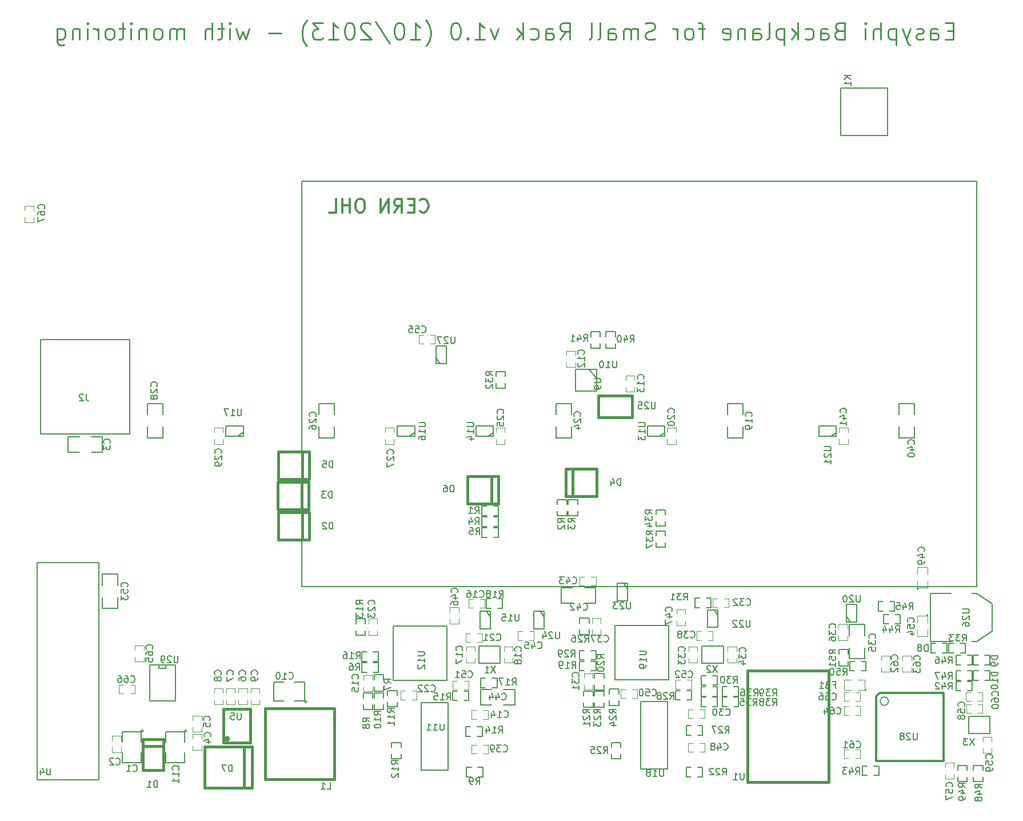
<source format=gbo>
G04 (created by PCBNEW (2013-07-07 BZR 4022)-stable) date 20/12/2013 16:02:37*
%MOIN*%
G04 Gerber Fmt 3.4, Leading zero omitted, Abs format*
%FSLAX34Y34*%
G01*
G70*
G90*
G04 APERTURE LIST*
%ADD10C,0.00590551*%
%ADD11C,0.011811*%
%ADD12C,0.00984252*%
%ADD13C,0.015*%
%ADD14C,0.005*%
%ADD15C,0.0047*%
%ADD16C,0.008*%
%ADD17C,0.012*%
%ADD18C,0.0039*%
G04 APERTURE END LIST*
G54D10*
G54D11*
X83070Y-31464D02*
X83108Y-31501D01*
X83220Y-31539D01*
X83295Y-31539D01*
X83408Y-31501D01*
X83483Y-31426D01*
X83520Y-31351D01*
X83558Y-31201D01*
X83558Y-31089D01*
X83520Y-30939D01*
X83483Y-30864D01*
X83408Y-30789D01*
X83295Y-30751D01*
X83220Y-30751D01*
X83108Y-30789D01*
X83070Y-30826D01*
X82733Y-31126D02*
X82470Y-31126D01*
X82358Y-31539D02*
X82733Y-31539D01*
X82733Y-30751D01*
X82358Y-30751D01*
X81571Y-31539D02*
X81833Y-31164D01*
X82020Y-31539D02*
X82020Y-30751D01*
X81721Y-30751D01*
X81646Y-30789D01*
X81608Y-30826D01*
X81571Y-30901D01*
X81571Y-31014D01*
X81608Y-31089D01*
X81646Y-31126D01*
X81721Y-31164D01*
X82020Y-31164D01*
X81233Y-31539D02*
X81233Y-30751D01*
X80783Y-31539D01*
X80783Y-30751D01*
X79658Y-30751D02*
X79508Y-30751D01*
X79433Y-30789D01*
X79358Y-30864D01*
X79321Y-31014D01*
X79321Y-31276D01*
X79358Y-31426D01*
X79433Y-31501D01*
X79508Y-31539D01*
X79658Y-31539D01*
X79733Y-31501D01*
X79808Y-31426D01*
X79846Y-31276D01*
X79846Y-31014D01*
X79808Y-30864D01*
X79733Y-30789D01*
X79658Y-30751D01*
X78983Y-31539D02*
X78983Y-30751D01*
X78983Y-31126D02*
X78533Y-31126D01*
X78533Y-31539D02*
X78533Y-30751D01*
X77784Y-31539D02*
X78158Y-31539D01*
X78158Y-30751D01*
G54D12*
X114161Y-20945D02*
X113832Y-20945D01*
X113692Y-21461D02*
X114161Y-21461D01*
X114161Y-20477D01*
X113692Y-20477D01*
X112848Y-21461D02*
X112848Y-20945D01*
X112895Y-20852D01*
X112989Y-20805D01*
X113176Y-20805D01*
X113270Y-20852D01*
X112848Y-21414D02*
X112942Y-21461D01*
X113176Y-21461D01*
X113270Y-21414D01*
X113317Y-21320D01*
X113317Y-21227D01*
X113270Y-21133D01*
X113176Y-21086D01*
X112942Y-21086D01*
X112848Y-21039D01*
X112426Y-21414D02*
X112333Y-21461D01*
X112145Y-21461D01*
X112051Y-21414D01*
X112005Y-21320D01*
X112005Y-21273D01*
X112051Y-21180D01*
X112145Y-21133D01*
X112286Y-21133D01*
X112380Y-21086D01*
X112426Y-20992D01*
X112426Y-20945D01*
X112380Y-20852D01*
X112286Y-20805D01*
X112145Y-20805D01*
X112051Y-20852D01*
X111676Y-20805D02*
X111442Y-21461D01*
X111208Y-20805D02*
X111442Y-21461D01*
X111536Y-21695D01*
X111583Y-21742D01*
X111676Y-21789D01*
X110833Y-20805D02*
X110833Y-21789D01*
X110833Y-20852D02*
X110739Y-20805D01*
X110552Y-20805D01*
X110458Y-20852D01*
X110411Y-20898D01*
X110364Y-20992D01*
X110364Y-21273D01*
X110411Y-21367D01*
X110458Y-21414D01*
X110552Y-21461D01*
X110739Y-21461D01*
X110833Y-21414D01*
X109942Y-21461D02*
X109942Y-20477D01*
X109520Y-21461D02*
X109520Y-20945D01*
X109567Y-20852D01*
X109661Y-20805D01*
X109802Y-20805D01*
X109895Y-20852D01*
X109942Y-20898D01*
X109052Y-21461D02*
X109052Y-20805D01*
X109052Y-20477D02*
X109099Y-20523D01*
X109052Y-20570D01*
X109005Y-20523D01*
X109052Y-20477D01*
X109052Y-20570D01*
X107505Y-20945D02*
X107365Y-20992D01*
X107318Y-21039D01*
X107271Y-21133D01*
X107271Y-21273D01*
X107318Y-21367D01*
X107365Y-21414D01*
X107458Y-21461D01*
X107833Y-21461D01*
X107833Y-20477D01*
X107505Y-20477D01*
X107411Y-20523D01*
X107365Y-20570D01*
X107318Y-20664D01*
X107318Y-20758D01*
X107365Y-20852D01*
X107411Y-20898D01*
X107505Y-20945D01*
X107833Y-20945D01*
X106427Y-21461D02*
X106427Y-20945D01*
X106474Y-20852D01*
X106568Y-20805D01*
X106755Y-20805D01*
X106849Y-20852D01*
X106427Y-21414D02*
X106521Y-21461D01*
X106755Y-21461D01*
X106849Y-21414D01*
X106896Y-21320D01*
X106896Y-21227D01*
X106849Y-21133D01*
X106755Y-21086D01*
X106521Y-21086D01*
X106427Y-21039D01*
X105537Y-21414D02*
X105630Y-21461D01*
X105818Y-21461D01*
X105912Y-21414D01*
X105958Y-21367D01*
X106005Y-21273D01*
X106005Y-20992D01*
X105958Y-20898D01*
X105912Y-20852D01*
X105818Y-20805D01*
X105630Y-20805D01*
X105537Y-20852D01*
X105115Y-21461D02*
X105115Y-20477D01*
X105021Y-21086D02*
X104740Y-21461D01*
X104740Y-20805D02*
X105115Y-21180D01*
X104318Y-20805D02*
X104318Y-21789D01*
X104318Y-20852D02*
X104224Y-20805D01*
X104037Y-20805D01*
X103943Y-20852D01*
X103896Y-20898D01*
X103849Y-20992D01*
X103849Y-21273D01*
X103896Y-21367D01*
X103943Y-21414D01*
X104037Y-21461D01*
X104224Y-21461D01*
X104318Y-21414D01*
X103287Y-21461D02*
X103381Y-21414D01*
X103428Y-21320D01*
X103428Y-20477D01*
X102490Y-21461D02*
X102490Y-20945D01*
X102537Y-20852D01*
X102631Y-20805D01*
X102818Y-20805D01*
X102912Y-20852D01*
X102490Y-21414D02*
X102584Y-21461D01*
X102818Y-21461D01*
X102912Y-21414D01*
X102959Y-21320D01*
X102959Y-21227D01*
X102912Y-21133D01*
X102818Y-21086D01*
X102584Y-21086D01*
X102490Y-21039D01*
X102021Y-20805D02*
X102021Y-21461D01*
X102021Y-20898D02*
X101975Y-20852D01*
X101881Y-20805D01*
X101740Y-20805D01*
X101646Y-20852D01*
X101600Y-20945D01*
X101600Y-21461D01*
X100756Y-21414D02*
X100850Y-21461D01*
X101037Y-21461D01*
X101131Y-21414D01*
X101178Y-21320D01*
X101178Y-20945D01*
X101131Y-20852D01*
X101037Y-20805D01*
X100850Y-20805D01*
X100756Y-20852D01*
X100709Y-20945D01*
X100709Y-21039D01*
X101178Y-21133D01*
X99678Y-20805D02*
X99303Y-20805D01*
X99537Y-21461D02*
X99537Y-20617D01*
X99491Y-20523D01*
X99397Y-20477D01*
X99303Y-20477D01*
X98834Y-21461D02*
X98928Y-21414D01*
X98975Y-21367D01*
X99022Y-21273D01*
X99022Y-20992D01*
X98975Y-20898D01*
X98928Y-20852D01*
X98834Y-20805D01*
X98694Y-20805D01*
X98600Y-20852D01*
X98553Y-20898D01*
X98506Y-20992D01*
X98506Y-21273D01*
X98553Y-21367D01*
X98600Y-21414D01*
X98694Y-21461D01*
X98834Y-21461D01*
X98084Y-21461D02*
X98084Y-20805D01*
X98084Y-20992D02*
X98038Y-20898D01*
X97991Y-20852D01*
X97897Y-20805D01*
X97803Y-20805D01*
X96772Y-21414D02*
X96631Y-21461D01*
X96397Y-21461D01*
X96303Y-21414D01*
X96257Y-21367D01*
X96210Y-21273D01*
X96210Y-21180D01*
X96257Y-21086D01*
X96303Y-21039D01*
X96397Y-20992D01*
X96585Y-20945D01*
X96678Y-20898D01*
X96725Y-20852D01*
X96772Y-20758D01*
X96772Y-20664D01*
X96725Y-20570D01*
X96678Y-20523D01*
X96585Y-20477D01*
X96350Y-20477D01*
X96210Y-20523D01*
X95788Y-21461D02*
X95788Y-20805D01*
X95788Y-20898D02*
X95741Y-20852D01*
X95647Y-20805D01*
X95507Y-20805D01*
X95413Y-20852D01*
X95366Y-20945D01*
X95366Y-21461D01*
X95366Y-20945D02*
X95319Y-20852D01*
X95225Y-20805D01*
X95085Y-20805D01*
X94991Y-20852D01*
X94944Y-20945D01*
X94944Y-21461D01*
X94054Y-21461D02*
X94054Y-20945D01*
X94101Y-20852D01*
X94194Y-20805D01*
X94382Y-20805D01*
X94476Y-20852D01*
X94054Y-21414D02*
X94147Y-21461D01*
X94382Y-21461D01*
X94476Y-21414D01*
X94522Y-21320D01*
X94522Y-21227D01*
X94476Y-21133D01*
X94382Y-21086D01*
X94147Y-21086D01*
X94054Y-21039D01*
X93444Y-21461D02*
X93538Y-21414D01*
X93585Y-21320D01*
X93585Y-20477D01*
X92929Y-21461D02*
X93023Y-21414D01*
X93069Y-21320D01*
X93069Y-20477D01*
X91242Y-21461D02*
X91570Y-20992D01*
X91804Y-21461D02*
X91804Y-20477D01*
X91429Y-20477D01*
X91335Y-20523D01*
X91288Y-20570D01*
X91242Y-20664D01*
X91242Y-20805D01*
X91288Y-20898D01*
X91335Y-20945D01*
X91429Y-20992D01*
X91804Y-20992D01*
X90398Y-21461D02*
X90398Y-20945D01*
X90445Y-20852D01*
X90538Y-20805D01*
X90726Y-20805D01*
X90820Y-20852D01*
X90398Y-21414D02*
X90492Y-21461D01*
X90726Y-21461D01*
X90820Y-21414D01*
X90867Y-21320D01*
X90867Y-21227D01*
X90820Y-21133D01*
X90726Y-21086D01*
X90492Y-21086D01*
X90398Y-21039D01*
X89507Y-21414D02*
X89601Y-21461D01*
X89789Y-21461D01*
X89882Y-21414D01*
X89929Y-21367D01*
X89976Y-21273D01*
X89976Y-20992D01*
X89929Y-20898D01*
X89882Y-20852D01*
X89789Y-20805D01*
X89601Y-20805D01*
X89507Y-20852D01*
X89086Y-21461D02*
X89086Y-20477D01*
X88992Y-21086D02*
X88711Y-21461D01*
X88711Y-20805D02*
X89086Y-21180D01*
X87633Y-20805D02*
X87398Y-21461D01*
X87164Y-20805D01*
X86273Y-21461D02*
X86836Y-21461D01*
X86555Y-21461D02*
X86555Y-20477D01*
X86648Y-20617D01*
X86742Y-20711D01*
X86836Y-20758D01*
X85852Y-21367D02*
X85805Y-21414D01*
X85852Y-21461D01*
X85898Y-21414D01*
X85852Y-21367D01*
X85852Y-21461D01*
X85195Y-20477D02*
X85102Y-20477D01*
X85008Y-20523D01*
X84961Y-20570D01*
X84914Y-20664D01*
X84867Y-20852D01*
X84867Y-21086D01*
X84914Y-21273D01*
X84961Y-21367D01*
X85008Y-21414D01*
X85102Y-21461D01*
X85195Y-21461D01*
X85289Y-21414D01*
X85336Y-21367D01*
X85383Y-21273D01*
X85430Y-21086D01*
X85430Y-20852D01*
X85383Y-20664D01*
X85336Y-20570D01*
X85289Y-20523D01*
X85195Y-20477D01*
X83414Y-21836D02*
X83461Y-21789D01*
X83555Y-21648D01*
X83602Y-21555D01*
X83649Y-21414D01*
X83696Y-21180D01*
X83696Y-20992D01*
X83649Y-20758D01*
X83602Y-20617D01*
X83555Y-20523D01*
X83461Y-20383D01*
X83414Y-20336D01*
X82524Y-21461D02*
X83086Y-21461D01*
X82805Y-21461D02*
X82805Y-20477D01*
X82899Y-20617D01*
X82993Y-20711D01*
X83086Y-20758D01*
X81915Y-20477D02*
X81821Y-20477D01*
X81727Y-20523D01*
X81680Y-20570D01*
X81633Y-20664D01*
X81586Y-20852D01*
X81586Y-21086D01*
X81633Y-21273D01*
X81680Y-21367D01*
X81727Y-21414D01*
X81821Y-21461D01*
X81915Y-21461D01*
X82008Y-21414D01*
X82055Y-21367D01*
X82102Y-21273D01*
X82149Y-21086D01*
X82149Y-20852D01*
X82102Y-20664D01*
X82055Y-20570D01*
X82008Y-20523D01*
X81915Y-20477D01*
X80462Y-20430D02*
X81305Y-21695D01*
X80180Y-20570D02*
X80134Y-20523D01*
X80040Y-20477D01*
X79805Y-20477D01*
X79712Y-20523D01*
X79665Y-20570D01*
X79618Y-20664D01*
X79618Y-20758D01*
X79665Y-20898D01*
X80227Y-21461D01*
X79618Y-21461D01*
X79009Y-20477D02*
X78915Y-20477D01*
X78821Y-20523D01*
X78774Y-20570D01*
X78727Y-20664D01*
X78681Y-20852D01*
X78681Y-21086D01*
X78727Y-21273D01*
X78774Y-21367D01*
X78821Y-21414D01*
X78915Y-21461D01*
X79009Y-21461D01*
X79102Y-21414D01*
X79149Y-21367D01*
X79196Y-21273D01*
X79243Y-21086D01*
X79243Y-20852D01*
X79196Y-20664D01*
X79149Y-20570D01*
X79102Y-20523D01*
X79009Y-20477D01*
X77743Y-21461D02*
X78306Y-21461D01*
X78024Y-21461D02*
X78024Y-20477D01*
X78118Y-20617D01*
X78212Y-20711D01*
X78306Y-20758D01*
X77415Y-20477D02*
X76806Y-20477D01*
X77134Y-20852D01*
X76993Y-20852D01*
X76900Y-20898D01*
X76853Y-20945D01*
X76806Y-21039D01*
X76806Y-21273D01*
X76853Y-21367D01*
X76900Y-21414D01*
X76993Y-21461D01*
X77275Y-21461D01*
X77368Y-21414D01*
X77415Y-21367D01*
X76478Y-21836D02*
X76431Y-21789D01*
X76337Y-21648D01*
X76290Y-21555D01*
X76243Y-21414D01*
X76197Y-21180D01*
X76197Y-20992D01*
X76243Y-20758D01*
X76290Y-20617D01*
X76337Y-20523D01*
X76431Y-20383D01*
X76478Y-20336D01*
X74978Y-21086D02*
X74228Y-21086D01*
X73103Y-20805D02*
X72916Y-21461D01*
X72728Y-20992D01*
X72541Y-21461D01*
X72353Y-20805D01*
X71978Y-21461D02*
X71978Y-20805D01*
X71978Y-20477D02*
X72025Y-20523D01*
X71978Y-20570D01*
X71931Y-20523D01*
X71978Y-20477D01*
X71978Y-20570D01*
X71650Y-20805D02*
X71275Y-20805D01*
X71510Y-20477D02*
X71510Y-21320D01*
X71463Y-21414D01*
X71369Y-21461D01*
X71275Y-21461D01*
X70947Y-21461D02*
X70947Y-20477D01*
X70525Y-21461D02*
X70525Y-20945D01*
X70572Y-20852D01*
X70666Y-20805D01*
X70807Y-20805D01*
X70900Y-20852D01*
X70947Y-20898D01*
X69307Y-21461D02*
X69307Y-20805D01*
X69307Y-20898D02*
X69260Y-20852D01*
X69166Y-20805D01*
X69026Y-20805D01*
X68932Y-20852D01*
X68885Y-20945D01*
X68885Y-21461D01*
X68885Y-20945D02*
X68838Y-20852D01*
X68744Y-20805D01*
X68604Y-20805D01*
X68510Y-20852D01*
X68463Y-20945D01*
X68463Y-21461D01*
X67854Y-21461D02*
X67948Y-21414D01*
X67994Y-21367D01*
X68041Y-21273D01*
X68041Y-20992D01*
X67994Y-20898D01*
X67948Y-20852D01*
X67854Y-20805D01*
X67713Y-20805D01*
X67619Y-20852D01*
X67573Y-20898D01*
X67526Y-20992D01*
X67526Y-21273D01*
X67573Y-21367D01*
X67619Y-21414D01*
X67713Y-21461D01*
X67854Y-21461D01*
X67104Y-20805D02*
X67104Y-21461D01*
X67104Y-20898D02*
X67057Y-20852D01*
X66963Y-20805D01*
X66823Y-20805D01*
X66729Y-20852D01*
X66682Y-20945D01*
X66682Y-21461D01*
X66213Y-21461D02*
X66213Y-20805D01*
X66213Y-20477D02*
X66260Y-20523D01*
X66213Y-20570D01*
X66167Y-20523D01*
X66213Y-20477D01*
X66213Y-20570D01*
X65885Y-20805D02*
X65510Y-20805D01*
X65745Y-20477D02*
X65745Y-21320D01*
X65698Y-21414D01*
X65604Y-21461D01*
X65510Y-21461D01*
X65042Y-21461D02*
X65135Y-21414D01*
X65182Y-21367D01*
X65229Y-21273D01*
X65229Y-20992D01*
X65182Y-20898D01*
X65135Y-20852D01*
X65042Y-20805D01*
X64901Y-20805D01*
X64807Y-20852D01*
X64760Y-20898D01*
X64714Y-20992D01*
X64714Y-21273D01*
X64760Y-21367D01*
X64807Y-21414D01*
X64901Y-21461D01*
X65042Y-21461D01*
X64292Y-21461D02*
X64292Y-20805D01*
X64292Y-20992D02*
X64245Y-20898D01*
X64198Y-20852D01*
X64104Y-20805D01*
X64011Y-20805D01*
X63682Y-21461D02*
X63682Y-20805D01*
X63682Y-20477D02*
X63729Y-20523D01*
X63682Y-20570D01*
X63636Y-20523D01*
X63682Y-20477D01*
X63682Y-20570D01*
X63214Y-20805D02*
X63214Y-21461D01*
X63214Y-20898D02*
X63167Y-20852D01*
X63073Y-20805D01*
X62933Y-20805D01*
X62839Y-20852D01*
X62792Y-20945D01*
X62792Y-21461D01*
X61901Y-20805D02*
X61901Y-21601D01*
X61948Y-21695D01*
X61995Y-21742D01*
X62089Y-21789D01*
X62230Y-21789D01*
X62323Y-21742D01*
X61901Y-21414D02*
X61995Y-21461D01*
X62183Y-21461D01*
X62276Y-21414D01*
X62323Y-21367D01*
X62370Y-21273D01*
X62370Y-20992D01*
X62323Y-20898D01*
X62276Y-20852D01*
X62183Y-20805D01*
X61995Y-20805D01*
X61901Y-20852D01*
G54D13*
X106909Y-62303D02*
X106909Y-58248D01*
X106909Y-58248D02*
X102185Y-58248D01*
X102185Y-58248D02*
X102185Y-62303D01*
X102185Y-62303D02*
X102185Y-64744D01*
X102185Y-64744D02*
X106909Y-64744D01*
X106909Y-64744D02*
X106909Y-62303D01*
G54D10*
X83149Y-60118D02*
X83149Y-64055D01*
X83149Y-64055D02*
X84724Y-64055D01*
X84724Y-64055D02*
X84724Y-60118D01*
X84724Y-60118D02*
X83149Y-60118D01*
G54D13*
X76208Y-45479D02*
X76208Y-47079D01*
X76608Y-45479D02*
X74808Y-45479D01*
X74808Y-45479D02*
X74808Y-47079D01*
X74808Y-47079D02*
X76608Y-47079D01*
X76608Y-47079D02*
X76608Y-45479D01*
X87251Y-46916D02*
X87251Y-48516D01*
X87651Y-46916D02*
X85851Y-46916D01*
X85851Y-46916D02*
X85851Y-48516D01*
X85851Y-48516D02*
X87651Y-48516D01*
X87651Y-48516D02*
X87651Y-46916D01*
X91980Y-48103D02*
X91980Y-46503D01*
X91580Y-48103D02*
X93380Y-48103D01*
X93380Y-48103D02*
X93380Y-46503D01*
X93380Y-46503D02*
X91580Y-46503D01*
X91580Y-46503D02*
X91580Y-48103D01*
X76188Y-47251D02*
X76188Y-48851D01*
X76588Y-47251D02*
X74788Y-47251D01*
X74788Y-47251D02*
X74788Y-48851D01*
X74788Y-48851D02*
X76588Y-48851D01*
X76588Y-48851D02*
X76588Y-47251D01*
X76208Y-49022D02*
X76208Y-50622D01*
X76608Y-49022D02*
X74808Y-49022D01*
X74808Y-49022D02*
X74808Y-50622D01*
X74808Y-50622D02*
X76608Y-50622D01*
X76608Y-50622D02*
X76608Y-49022D01*
X66919Y-62669D02*
X68119Y-62669D01*
X66919Y-62269D02*
X66919Y-64069D01*
X66919Y-64069D02*
X68119Y-64069D01*
X68119Y-64069D02*
X68119Y-62269D01*
X68119Y-62269D02*
X66919Y-62269D01*
G54D10*
X95925Y-60039D02*
X95925Y-63976D01*
X95925Y-63976D02*
X97500Y-63976D01*
X97500Y-63976D02*
X97500Y-60039D01*
X97500Y-60039D02*
X95925Y-60039D01*
G54D14*
X107948Y-55081D02*
X108148Y-55381D01*
X107948Y-54381D02*
X107948Y-55406D01*
X107948Y-55406D02*
X108548Y-55406D01*
X108548Y-55406D02*
X108548Y-54381D01*
X108548Y-54381D02*
X107948Y-54381D01*
X90300Y-55114D02*
X90100Y-54814D01*
X90300Y-55814D02*
X90300Y-54789D01*
X90300Y-54789D02*
X89700Y-54789D01*
X89700Y-54789D02*
X89700Y-55814D01*
X89700Y-55814D02*
X90300Y-55814D01*
X95181Y-53481D02*
X94981Y-53181D01*
X95181Y-54181D02*
X95181Y-53156D01*
X95181Y-53156D02*
X94581Y-53156D01*
X94581Y-53156D02*
X94581Y-54181D01*
X94581Y-54181D02*
X95181Y-54181D01*
X107030Y-44591D02*
X107330Y-44391D01*
X106330Y-44591D02*
X107355Y-44591D01*
X107355Y-44591D02*
X107355Y-43991D01*
X107355Y-43991D02*
X106330Y-43991D01*
X106330Y-43991D02*
X106330Y-44591D01*
X97030Y-44591D02*
X97330Y-44391D01*
X96330Y-44591D02*
X97355Y-44591D01*
X97355Y-44591D02*
X97355Y-43991D01*
X97355Y-43991D02*
X96330Y-43991D01*
X96330Y-43991D02*
X96330Y-44591D01*
X87030Y-44591D02*
X87330Y-44391D01*
X86330Y-44591D02*
X87355Y-44591D01*
X87355Y-44591D02*
X87355Y-43991D01*
X87355Y-43991D02*
X86330Y-43991D01*
X86330Y-43991D02*
X86330Y-44591D01*
X82444Y-44591D02*
X82744Y-44391D01*
X81744Y-44591D02*
X82769Y-44591D01*
X82769Y-44591D02*
X82769Y-43991D01*
X82769Y-43991D02*
X81744Y-43991D01*
X81744Y-43991D02*
X81744Y-44591D01*
X72444Y-44591D02*
X72744Y-44391D01*
X71744Y-44591D02*
X72769Y-44591D01*
X72769Y-44591D02*
X72769Y-43991D01*
X72769Y-43991D02*
X71744Y-43991D01*
X71744Y-43991D02*
X71744Y-44591D01*
X87189Y-55114D02*
X86989Y-54814D01*
X87189Y-55814D02*
X87189Y-54789D01*
X87189Y-54789D02*
X86589Y-54789D01*
X86589Y-54789D02*
X86589Y-55814D01*
X86589Y-55814D02*
X87189Y-55814D01*
X100437Y-55036D02*
X100237Y-54736D01*
X100437Y-55736D02*
X100437Y-54711D01*
X100437Y-54711D02*
X99837Y-54711D01*
X99837Y-54711D02*
X99837Y-55736D01*
X99837Y-55736D02*
X100437Y-55736D01*
X66930Y-61766D02*
G75*
G03X66930Y-61766I-70J0D01*
G74*
G01*
X65709Y-62416D02*
X65709Y-61816D01*
X65709Y-61816D02*
X66809Y-61816D01*
X66809Y-61816D02*
X66809Y-62416D01*
X66809Y-63016D02*
X66809Y-63616D01*
X66809Y-63616D02*
X65709Y-63616D01*
X65709Y-63616D02*
X65709Y-63016D01*
X76473Y-60068D02*
G75*
G03X76473Y-60068I-70J0D01*
G74*
G01*
X75752Y-58918D02*
X76352Y-58918D01*
X76352Y-58918D02*
X76352Y-60018D01*
X76352Y-60018D02*
X75752Y-60018D01*
X75152Y-60018D02*
X74552Y-60018D01*
X74552Y-60018D02*
X74552Y-58918D01*
X74552Y-58918D02*
X75152Y-58918D01*
X69469Y-61766D02*
G75*
G03X69469Y-61766I-70J0D01*
G74*
G01*
X68249Y-62416D02*
X68249Y-61816D01*
X68249Y-61816D02*
X69349Y-61816D01*
X69349Y-61816D02*
X69349Y-62416D01*
X69349Y-63016D02*
X69349Y-63616D01*
X69349Y-63616D02*
X68249Y-63616D01*
X68249Y-63616D02*
X68249Y-63016D01*
X93322Y-53408D02*
X93322Y-54308D01*
X93322Y-54308D02*
X92672Y-54308D01*
X91972Y-53408D02*
X91322Y-53408D01*
X91322Y-53408D02*
X91322Y-54308D01*
X91322Y-54308D02*
X91972Y-54308D01*
X92672Y-53408D02*
X93322Y-53408D01*
X108112Y-55555D02*
X109012Y-55555D01*
X109012Y-55555D02*
X109012Y-56205D01*
X108112Y-56905D02*
X108112Y-57555D01*
X108112Y-57555D02*
X109012Y-57555D01*
X109012Y-57555D02*
X109012Y-56905D01*
X108112Y-56205D02*
X108112Y-55555D01*
X111906Y-44681D02*
X111006Y-44681D01*
X111006Y-44681D02*
X111006Y-44031D01*
X111906Y-43331D02*
X111906Y-42681D01*
X111906Y-42681D02*
X111006Y-42681D01*
X111006Y-42681D02*
X111006Y-43331D01*
X111906Y-44031D02*
X111906Y-44681D01*
X88598Y-59353D02*
X88598Y-60253D01*
X88598Y-60253D02*
X87948Y-60253D01*
X87248Y-59353D02*
X86598Y-59353D01*
X86598Y-59353D02*
X86598Y-60253D01*
X86598Y-60253D02*
X87248Y-60253D01*
X87948Y-59353D02*
X88598Y-59353D01*
X101906Y-44681D02*
X101006Y-44681D01*
X101006Y-44681D02*
X101006Y-44031D01*
X101906Y-43331D02*
X101906Y-42681D01*
X101906Y-42681D02*
X101006Y-42681D01*
X101006Y-42681D02*
X101006Y-43331D01*
X101906Y-44031D02*
X101906Y-44681D01*
X91906Y-44681D02*
X91006Y-44681D01*
X91006Y-44681D02*
X91006Y-44031D01*
X91906Y-43331D02*
X91906Y-42681D01*
X91906Y-42681D02*
X91006Y-42681D01*
X91006Y-42681D02*
X91006Y-43331D01*
X91906Y-44031D02*
X91906Y-44681D01*
X78068Y-44681D02*
X77168Y-44681D01*
X77168Y-44681D02*
X77168Y-44031D01*
X78068Y-43331D02*
X78068Y-42681D01*
X78068Y-42681D02*
X77168Y-42681D01*
X77168Y-42681D02*
X77168Y-43331D01*
X78068Y-44031D02*
X78068Y-44681D01*
X62543Y-45509D02*
X62543Y-44609D01*
X62543Y-44609D02*
X63193Y-44609D01*
X63893Y-45509D02*
X64543Y-45509D01*
X64543Y-45509D02*
X64543Y-44609D01*
X64543Y-44609D02*
X63893Y-44609D01*
X63193Y-45509D02*
X62543Y-45509D01*
X68087Y-44681D02*
X67187Y-44681D01*
X67187Y-44681D02*
X67187Y-44031D01*
X68087Y-43331D02*
X68087Y-42681D01*
X68087Y-42681D02*
X67187Y-42681D01*
X67187Y-42681D02*
X67187Y-43331D01*
X68087Y-44031D02*
X68087Y-44681D01*
X80944Y-59173D02*
X80944Y-59451D01*
X80944Y-59451D02*
X80394Y-59451D01*
X80394Y-59451D02*
X80394Y-59173D01*
X80944Y-58501D02*
X80944Y-58779D01*
X80944Y-58501D02*
X80394Y-58501D01*
X80394Y-58501D02*
X80394Y-58779D01*
X92382Y-55472D02*
X92382Y-55194D01*
X92382Y-55194D02*
X92932Y-55194D01*
X92932Y-55194D02*
X92932Y-55472D01*
X92382Y-56144D02*
X92382Y-55866D01*
X92382Y-56144D02*
X92932Y-56144D01*
X92932Y-56144D02*
X92932Y-55866D01*
X79960Y-58345D02*
X79682Y-58345D01*
X79682Y-58345D02*
X79682Y-57795D01*
X79682Y-57795D02*
X79960Y-57795D01*
X80632Y-58345D02*
X80354Y-58345D01*
X80632Y-58345D02*
X80632Y-57795D01*
X80632Y-57795D02*
X80354Y-57795D01*
X94232Y-62716D02*
X94232Y-62438D01*
X94232Y-62438D02*
X94782Y-62438D01*
X94782Y-62438D02*
X94782Y-62716D01*
X94232Y-63388D02*
X94232Y-63110D01*
X94232Y-63388D02*
X94782Y-63388D01*
X94782Y-63388D02*
X94782Y-63110D01*
X93051Y-57087D02*
X93329Y-57087D01*
X93329Y-57087D02*
X93329Y-57637D01*
X93329Y-57637D02*
X93051Y-57637D01*
X92379Y-57087D02*
X92657Y-57087D01*
X92379Y-57087D02*
X92379Y-57637D01*
X92379Y-57637D02*
X92657Y-57637D01*
X93798Y-59094D02*
X93798Y-59372D01*
X93798Y-59372D02*
X93248Y-59372D01*
X93248Y-59372D02*
X93248Y-59094D01*
X93798Y-58422D02*
X93798Y-58700D01*
X93798Y-58422D02*
X93248Y-58422D01*
X93248Y-58422D02*
X93248Y-58700D01*
X99763Y-54036D02*
X100041Y-54036D01*
X100041Y-54036D02*
X100041Y-54586D01*
X100041Y-54586D02*
X99763Y-54586D01*
X99091Y-54036D02*
X99369Y-54036D01*
X99091Y-54036D02*
X99091Y-54586D01*
X99091Y-54586D02*
X99369Y-54586D01*
X99271Y-61457D02*
X99549Y-61457D01*
X99549Y-61457D02*
X99549Y-62007D01*
X99549Y-62007D02*
X99271Y-62007D01*
X98599Y-61457D02*
X98877Y-61457D01*
X98599Y-61457D02*
X98599Y-62007D01*
X98599Y-62007D02*
X98877Y-62007D01*
X86889Y-59251D02*
X86611Y-59251D01*
X86611Y-59251D02*
X86611Y-58701D01*
X86611Y-58701D02*
X86889Y-58701D01*
X87561Y-59251D02*
X87283Y-59251D01*
X87561Y-59251D02*
X87561Y-58701D01*
X87561Y-58701D02*
X87283Y-58701D01*
X87204Y-54605D02*
X86926Y-54605D01*
X86926Y-54605D02*
X86926Y-54055D01*
X86926Y-54055D02*
X87204Y-54055D01*
X87876Y-54605D02*
X87598Y-54605D01*
X87876Y-54605D02*
X87876Y-54055D01*
X87876Y-54055D02*
X87598Y-54055D01*
X92618Y-59724D02*
X92618Y-59446D01*
X92618Y-59446D02*
X93168Y-59446D01*
X93168Y-59446D02*
X93168Y-59724D01*
X92618Y-60396D02*
X92618Y-60118D01*
X92618Y-60396D02*
X93168Y-60396D01*
X93168Y-60396D02*
X93168Y-60118D01*
X80354Y-57165D02*
X80632Y-57165D01*
X80632Y-57165D02*
X80632Y-57715D01*
X80632Y-57715D02*
X80354Y-57715D01*
X79682Y-57165D02*
X79960Y-57165D01*
X79682Y-57165D02*
X79682Y-57715D01*
X79682Y-57715D02*
X79960Y-57715D01*
X99743Y-59093D02*
X99465Y-59093D01*
X99465Y-59093D02*
X99465Y-58543D01*
X99465Y-58543D02*
X99743Y-58543D01*
X100415Y-59093D02*
X100137Y-59093D01*
X100415Y-59093D02*
X100415Y-58543D01*
X100415Y-58543D02*
X100137Y-58543D01*
X98641Y-59410D02*
X98919Y-59410D01*
X98919Y-59410D02*
X98919Y-59960D01*
X98919Y-59960D02*
X98641Y-59960D01*
X97969Y-59410D02*
X98247Y-59410D01*
X97969Y-59410D02*
X97969Y-59960D01*
X97969Y-59960D02*
X98247Y-59960D01*
X85630Y-59449D02*
X85908Y-59449D01*
X85908Y-59449D02*
X85908Y-59999D01*
X85908Y-59999D02*
X85630Y-59999D01*
X84958Y-59449D02*
X85236Y-59449D01*
X84958Y-59449D02*
X84958Y-59999D01*
X84958Y-59999D02*
X85236Y-59999D01*
X94114Y-59606D02*
X94114Y-59328D01*
X94114Y-59328D02*
X94664Y-59328D01*
X94664Y-59328D02*
X94664Y-59606D01*
X94114Y-60278D02*
X94114Y-60000D01*
X94114Y-60278D02*
X94664Y-60278D01*
X94664Y-60278D02*
X94664Y-60000D01*
X93248Y-59724D02*
X93248Y-59446D01*
X93248Y-59446D02*
X93798Y-59446D01*
X93798Y-59446D02*
X93798Y-59724D01*
X93248Y-60396D02*
X93248Y-60118D01*
X93248Y-60396D02*
X93798Y-60396D01*
X93798Y-60396D02*
X93798Y-60118D01*
X99271Y-63898D02*
X99549Y-63898D01*
X99549Y-63898D02*
X99549Y-64448D01*
X99549Y-64448D02*
X99271Y-64448D01*
X98599Y-63898D02*
X98877Y-63898D01*
X98599Y-63898D02*
X98599Y-64448D01*
X98599Y-64448D02*
X98877Y-64448D01*
X92657Y-58267D02*
X92379Y-58267D01*
X92379Y-58267D02*
X92379Y-57717D01*
X92379Y-57717D02*
X92657Y-57717D01*
X93329Y-58267D02*
X93051Y-58267D01*
X93329Y-58267D02*
X93329Y-57717D01*
X93329Y-57717D02*
X93051Y-57717D01*
X80394Y-59842D02*
X80394Y-59564D01*
X80394Y-59564D02*
X80944Y-59564D01*
X80944Y-59564D02*
X80944Y-59842D01*
X80394Y-60514D02*
X80394Y-60236D01*
X80394Y-60514D02*
X80944Y-60514D01*
X80944Y-60514D02*
X80944Y-60236D01*
X91713Y-48562D02*
X91713Y-48284D01*
X91713Y-48284D02*
X92263Y-48284D01*
X92263Y-48284D02*
X92263Y-48562D01*
X91713Y-49234D02*
X91713Y-48956D01*
X91713Y-49234D02*
X92263Y-49234D01*
X92263Y-49234D02*
X92263Y-48956D01*
X91083Y-48562D02*
X91083Y-48284D01*
X91083Y-48284D02*
X91633Y-48284D01*
X91633Y-48284D02*
X91633Y-48562D01*
X91083Y-49234D02*
X91083Y-48956D01*
X91083Y-49234D02*
X91633Y-49234D01*
X91633Y-49234D02*
X91633Y-48956D01*
X87362Y-49291D02*
X87640Y-49291D01*
X87640Y-49291D02*
X87640Y-49841D01*
X87640Y-49841D02*
X87362Y-49841D01*
X86690Y-49291D02*
X86968Y-49291D01*
X86690Y-49291D02*
X86690Y-49841D01*
X86690Y-49841D02*
X86968Y-49841D01*
X87362Y-49921D02*
X87640Y-49921D01*
X87640Y-49921D02*
X87640Y-50471D01*
X87640Y-50471D02*
X87362Y-50471D01*
X86690Y-49921D02*
X86968Y-49921D01*
X86690Y-49921D02*
X86690Y-50471D01*
X86690Y-50471D02*
X86968Y-50471D01*
X87500Y-41102D02*
X87500Y-40824D01*
X87500Y-40824D02*
X88050Y-40824D01*
X88050Y-40824D02*
X88050Y-41102D01*
X87500Y-41774D02*
X87500Y-41496D01*
X87500Y-41774D02*
X88050Y-41774D01*
X88050Y-41774D02*
X88050Y-41496D01*
X79764Y-59842D02*
X79764Y-59564D01*
X79764Y-59564D02*
X80314Y-59564D01*
X80314Y-59564D02*
X80314Y-59842D01*
X79764Y-60514D02*
X79764Y-60236D01*
X79764Y-60514D02*
X80314Y-60514D01*
X80314Y-60514D02*
X80314Y-60236D01*
X86456Y-63898D02*
X86734Y-63898D01*
X86734Y-63898D02*
X86734Y-64448D01*
X86734Y-64448D02*
X86456Y-64448D01*
X85784Y-63898D02*
X86062Y-63898D01*
X85784Y-63898D02*
X85784Y-64448D01*
X85784Y-64448D02*
X86062Y-64448D01*
X81181Y-59684D02*
X81181Y-59406D01*
X81181Y-59406D02*
X81731Y-59406D01*
X81731Y-59406D02*
X81731Y-59684D01*
X81181Y-60356D02*
X81181Y-60078D01*
X81181Y-60356D02*
X81731Y-60356D01*
X81731Y-60356D02*
X81731Y-60078D01*
X87362Y-48662D02*
X87640Y-48662D01*
X87640Y-48662D02*
X87640Y-49212D01*
X87640Y-49212D02*
X87362Y-49212D01*
X86690Y-48662D02*
X86968Y-48662D01*
X86690Y-48662D02*
X86690Y-49212D01*
X86690Y-49212D02*
X86968Y-49212D01*
X81417Y-62716D02*
X81417Y-62438D01*
X81417Y-62438D02*
X81967Y-62438D01*
X81967Y-62438D02*
X81967Y-62716D01*
X81417Y-63388D02*
X81417Y-63110D01*
X81417Y-63388D02*
X81967Y-63388D01*
X81967Y-63388D02*
X81967Y-63110D01*
X79331Y-55511D02*
X79331Y-55233D01*
X79331Y-55233D02*
X79881Y-55233D01*
X79881Y-55233D02*
X79881Y-55511D01*
X79331Y-56183D02*
X79331Y-55905D01*
X79331Y-56183D02*
X79881Y-56183D01*
X79881Y-56183D02*
X79881Y-55905D01*
X86417Y-61536D02*
X86695Y-61536D01*
X86695Y-61536D02*
X86695Y-62086D01*
X86695Y-62086D02*
X86417Y-62086D01*
X85745Y-61536D02*
X86023Y-61536D01*
X85745Y-61536D02*
X85745Y-62086D01*
X85745Y-62086D02*
X86023Y-62086D01*
G54D15*
X72480Y-59547D02*
X72480Y-59272D01*
X72480Y-59941D02*
X72480Y-60216D01*
X72992Y-59547D02*
X72992Y-59272D01*
X72992Y-60216D02*
X72992Y-59941D01*
X72986Y-59272D02*
X72486Y-59272D01*
X72486Y-60216D02*
X72986Y-60216D01*
X99389Y-60511D02*
X99664Y-60511D01*
X98995Y-60511D02*
X98720Y-60511D01*
X99389Y-61023D02*
X99664Y-61023D01*
X98720Y-61023D02*
X98995Y-61023D01*
X99664Y-61017D02*
X99664Y-60517D01*
X98720Y-60517D02*
X98720Y-61017D01*
X73208Y-59547D02*
X73208Y-59272D01*
X73208Y-59941D02*
X73208Y-60216D01*
X73720Y-59547D02*
X73720Y-59272D01*
X73720Y-60216D02*
X73720Y-59941D01*
X73714Y-59272D02*
X73214Y-59272D01*
X73214Y-60216D02*
X73714Y-60216D01*
X71062Y-59547D02*
X71062Y-59272D01*
X71062Y-59941D02*
X71062Y-60216D01*
X71574Y-59547D02*
X71574Y-59272D01*
X71574Y-60216D02*
X71574Y-59941D01*
X71568Y-59272D02*
X71068Y-59272D01*
X71068Y-60216D02*
X71568Y-60216D01*
X71771Y-59547D02*
X71771Y-59272D01*
X71771Y-59941D02*
X71771Y-60216D01*
X72283Y-59547D02*
X72283Y-59272D01*
X72283Y-60216D02*
X72283Y-59941D01*
X72277Y-59272D02*
X71777Y-59272D01*
X71777Y-60216D02*
X72277Y-60216D01*
X92657Y-53287D02*
X92382Y-53287D01*
X93051Y-53287D02*
X93326Y-53287D01*
X92657Y-52775D02*
X92382Y-52775D01*
X93326Y-52775D02*
X93051Y-52775D01*
X92382Y-52781D02*
X92382Y-53281D01*
X93326Y-53281D02*
X93326Y-52781D01*
X93149Y-59094D02*
X93149Y-59369D01*
X93149Y-58700D02*
X93149Y-58425D01*
X92637Y-59094D02*
X92637Y-59369D01*
X92637Y-58425D02*
X92637Y-58700D01*
X92643Y-59369D02*
X93143Y-59369D01*
X93143Y-58425D02*
X92643Y-58425D01*
X107992Y-56220D02*
X107992Y-56495D01*
X107992Y-55826D02*
X107992Y-55551D01*
X107480Y-56220D02*
X107480Y-56495D01*
X107480Y-55551D02*
X107480Y-55826D01*
X107486Y-56495D02*
X107986Y-56495D01*
X107986Y-55551D02*
X107486Y-55551D01*
X101023Y-57125D02*
X101023Y-56850D01*
X101023Y-57519D02*
X101023Y-57794D01*
X101535Y-57125D02*
X101535Y-56850D01*
X101535Y-57794D02*
X101535Y-57519D01*
X101529Y-56850D02*
X101029Y-56850D01*
X101029Y-57794D02*
X101529Y-57794D01*
X99252Y-57519D02*
X99252Y-57794D01*
X99252Y-57125D02*
X99252Y-56850D01*
X98740Y-57519D02*
X98740Y-57794D01*
X98740Y-56850D02*
X98740Y-57125D01*
X98746Y-57794D02*
X99246Y-57794D01*
X99246Y-56850D02*
X98746Y-56850D01*
X89448Y-55964D02*
X89723Y-55964D01*
X89054Y-55964D02*
X88779Y-55964D01*
X89448Y-56476D02*
X89723Y-56476D01*
X88779Y-56476D02*
X89054Y-56476D01*
X89723Y-56470D02*
X89723Y-55970D01*
X88779Y-55970D02*
X88779Y-56470D01*
X100807Y-54055D02*
X101082Y-54055D01*
X100413Y-54055D02*
X100138Y-54055D01*
X100807Y-54567D02*
X101082Y-54567D01*
X100138Y-54567D02*
X100413Y-54567D01*
X101082Y-54561D02*
X101082Y-54061D01*
X100138Y-54061D02*
X100138Y-54561D01*
X99862Y-55964D02*
X100137Y-55964D01*
X99468Y-55964D02*
X99193Y-55964D01*
X99862Y-56476D02*
X100137Y-56476D01*
X99193Y-56476D02*
X99468Y-56476D01*
X100137Y-56470D02*
X100137Y-55970D01*
X99193Y-55970D02*
X99193Y-56470D01*
X93110Y-55472D02*
X93110Y-55197D01*
X93110Y-55866D02*
X93110Y-56141D01*
X93622Y-55472D02*
X93622Y-55197D01*
X93622Y-56141D02*
X93622Y-55866D01*
X93616Y-55197D02*
X93116Y-55197D01*
X93116Y-56141D02*
X93616Y-56141D01*
X69822Y-61161D02*
X69822Y-60886D01*
X69822Y-61555D02*
X69822Y-61830D01*
X70334Y-61161D02*
X70334Y-60886D01*
X70334Y-61830D02*
X70334Y-61555D01*
X70328Y-60886D02*
X69828Y-60886D01*
X69828Y-61830D02*
X70328Y-61830D01*
X80295Y-59173D02*
X80295Y-59448D01*
X80295Y-58779D02*
X80295Y-58504D01*
X79783Y-59173D02*
X79783Y-59448D01*
X79783Y-58504D02*
X79783Y-58779D01*
X79789Y-59448D02*
X80289Y-59448D01*
X80289Y-58504D02*
X79789Y-58504D01*
X86752Y-60570D02*
X87027Y-60570D01*
X86358Y-60570D02*
X86083Y-60570D01*
X86752Y-61082D02*
X87027Y-61082D01*
X86083Y-61082D02*
X86358Y-61082D01*
X87027Y-61076D02*
X87027Y-60576D01*
X86083Y-60576D02*
X86083Y-61076D01*
X87972Y-57125D02*
X87972Y-56850D01*
X87972Y-57519D02*
X87972Y-57794D01*
X88484Y-57125D02*
X88484Y-56850D01*
X88484Y-57794D02*
X88484Y-57519D01*
X88478Y-56850D02*
X87978Y-56850D01*
X87978Y-57794D02*
X88478Y-57794D01*
X86279Y-57519D02*
X86279Y-57794D01*
X86279Y-57125D02*
X86279Y-56850D01*
X85767Y-57519D02*
X85767Y-57794D01*
X85767Y-56850D02*
X85767Y-57125D01*
X85773Y-57794D02*
X86273Y-57794D01*
X86273Y-56850D02*
X85773Y-56850D01*
X86180Y-54586D02*
X85905Y-54586D01*
X86574Y-54586D02*
X86849Y-54586D01*
X86180Y-54074D02*
X85905Y-54074D01*
X86849Y-54074D02*
X86574Y-54074D01*
X85905Y-54080D02*
X85905Y-54580D01*
X86849Y-54580D02*
X86849Y-54080D01*
X97992Y-44763D02*
X97992Y-45038D01*
X97992Y-44369D02*
X97992Y-44094D01*
X97480Y-44763D02*
X97480Y-45038D01*
X97480Y-44094D02*
X97480Y-44369D01*
X97486Y-45038D02*
X97986Y-45038D01*
X97986Y-44094D02*
X97486Y-44094D01*
X108031Y-44763D02*
X108031Y-45038D01*
X108031Y-44369D02*
X108031Y-44094D01*
X107519Y-44763D02*
X107519Y-45038D01*
X107519Y-44094D02*
X107519Y-44369D01*
X107525Y-45038D02*
X108025Y-45038D01*
X108025Y-44094D02*
X107525Y-44094D01*
X88011Y-44763D02*
X88011Y-45038D01*
X88011Y-44369D02*
X88011Y-44094D01*
X87499Y-44763D02*
X87499Y-45038D01*
X87499Y-44094D02*
X87499Y-44369D01*
X87505Y-45038D02*
X88005Y-45038D01*
X88005Y-44094D02*
X87505Y-44094D01*
X95078Y-41318D02*
X95078Y-41043D01*
X95078Y-41712D02*
X95078Y-41987D01*
X95590Y-41318D02*
X95590Y-41043D01*
X95590Y-41987D02*
X95590Y-41712D01*
X95584Y-41043D02*
X95084Y-41043D01*
X95084Y-41987D02*
X95584Y-41987D01*
X81555Y-44763D02*
X81555Y-45038D01*
X81555Y-44369D02*
X81555Y-44094D01*
X81043Y-44763D02*
X81043Y-45038D01*
X81043Y-44094D02*
X81043Y-44369D01*
X81049Y-45038D02*
X81549Y-45038D01*
X81549Y-44094D02*
X81049Y-44094D01*
X91614Y-39881D02*
X91614Y-39606D01*
X91614Y-40275D02*
X91614Y-40550D01*
X92126Y-39881D02*
X92126Y-39606D01*
X92126Y-40550D02*
X92126Y-40275D01*
X92120Y-39606D02*
X91620Y-39606D01*
X91620Y-40550D02*
X92120Y-40550D01*
X71574Y-44763D02*
X71574Y-45038D01*
X71574Y-44369D02*
X71574Y-44094D01*
X71062Y-44763D02*
X71062Y-45038D01*
X71062Y-44094D02*
X71062Y-44369D01*
X71068Y-45038D02*
X71568Y-45038D01*
X71568Y-44094D02*
X71068Y-44094D01*
X82204Y-59941D02*
X81929Y-59941D01*
X82598Y-59941D02*
X82873Y-59941D01*
X82204Y-59429D02*
X81929Y-59429D01*
X82873Y-59429D02*
X82598Y-59429D01*
X81929Y-59435D02*
X81929Y-59935D01*
X82873Y-59935D02*
X82873Y-59435D01*
X86417Y-56082D02*
X86692Y-56082D01*
X86023Y-56082D02*
X85748Y-56082D01*
X86417Y-56594D02*
X86692Y-56594D01*
X85748Y-56594D02*
X86023Y-56594D01*
X86692Y-56588D02*
X86692Y-56088D01*
X85748Y-56088D02*
X85748Y-56588D01*
X80058Y-55511D02*
X80058Y-55236D01*
X80058Y-55905D02*
X80058Y-56180D01*
X80570Y-55511D02*
X80570Y-55236D01*
X80570Y-56180D02*
X80570Y-55905D01*
X80564Y-55236D02*
X80064Y-55236D01*
X80064Y-56180D02*
X80564Y-56180D01*
X65630Y-62736D02*
X65630Y-63011D01*
X65630Y-62342D02*
X65630Y-62067D01*
X65118Y-62736D02*
X65118Y-63011D01*
X65118Y-62067D02*
X65118Y-62342D01*
X65124Y-63011D02*
X65624Y-63011D01*
X65624Y-62067D02*
X65124Y-62067D01*
X70334Y-62618D02*
X70334Y-62893D01*
X70334Y-62224D02*
X70334Y-61949D01*
X69822Y-62618D02*
X69822Y-62893D01*
X69822Y-61949D02*
X69822Y-62224D01*
X69828Y-62893D02*
X70328Y-62893D01*
X70328Y-61949D02*
X69828Y-61949D01*
G54D13*
X72820Y-62677D02*
X72820Y-65077D01*
X73270Y-62677D02*
X70520Y-62677D01*
X70520Y-62677D02*
X70520Y-65077D01*
X70520Y-65077D02*
X73270Y-65077D01*
X73270Y-65077D02*
X73270Y-62677D01*
G54D10*
X64350Y-64625D02*
X64350Y-51948D01*
X64350Y-51948D02*
X60728Y-51948D01*
X60728Y-51948D02*
X60728Y-64625D01*
X60728Y-64625D02*
X64350Y-64625D01*
G54D13*
X71909Y-62224D02*
G75*
G03X71909Y-62224I-79J0D01*
G74*
G01*
X73168Y-62460D02*
X73168Y-60492D01*
X73168Y-60492D02*
X71594Y-60492D01*
X71594Y-60492D02*
X71594Y-62460D01*
X71594Y-62460D02*
X73168Y-62460D01*
G54D10*
X86496Y-57834D02*
X87755Y-57834D01*
X87755Y-57834D02*
X87755Y-56811D01*
X87755Y-56811D02*
X86496Y-56811D01*
X86496Y-56811D02*
X86496Y-57834D01*
X99507Y-57834D02*
X100767Y-57834D01*
X100767Y-57834D02*
X100767Y-56811D01*
X100767Y-56811D02*
X99507Y-56811D01*
X99507Y-56811D02*
X99507Y-57834D01*
G54D16*
X93380Y-41193D02*
X92905Y-40693D01*
X93380Y-40693D02*
X93380Y-41943D01*
X93380Y-41943D02*
X92130Y-41943D01*
X92130Y-41943D02*
X92130Y-40693D01*
X92130Y-40693D02*
X93380Y-40693D01*
G54D13*
X93484Y-42224D02*
X93484Y-43484D01*
X93484Y-43484D02*
X95452Y-43484D01*
X95452Y-43484D02*
X95452Y-42224D01*
X95452Y-42224D02*
X93484Y-42224D01*
X78087Y-60444D02*
X74037Y-60444D01*
X74037Y-60444D02*
X74037Y-64594D01*
X74037Y-64594D02*
X78087Y-64594D01*
X78087Y-64594D02*
X78087Y-60444D01*
G54D15*
X98031Y-54960D02*
X98031Y-54685D01*
X98031Y-55354D02*
X98031Y-55629D01*
X98543Y-54960D02*
X98543Y-54685D01*
X98543Y-55629D02*
X98543Y-55354D01*
X98537Y-54685D02*
X98037Y-54685D01*
X98037Y-55629D02*
X98537Y-55629D01*
X84822Y-54842D02*
X84822Y-54567D01*
X84822Y-55236D02*
X84822Y-55511D01*
X85334Y-54842D02*
X85334Y-54567D01*
X85334Y-55511D02*
X85334Y-55236D01*
X85328Y-54567D02*
X84828Y-54567D01*
X84828Y-55511D02*
X85328Y-55511D01*
X95058Y-59862D02*
X94783Y-59862D01*
X95452Y-59862D02*
X95727Y-59862D01*
X95058Y-59350D02*
X94783Y-59350D01*
X95727Y-59350D02*
X95452Y-59350D01*
X94783Y-59356D02*
X94783Y-59856D01*
X95727Y-59856D02*
X95727Y-59356D01*
X86752Y-62578D02*
X87027Y-62578D01*
X86358Y-62578D02*
X86083Y-62578D01*
X86752Y-63090D02*
X87027Y-63090D01*
X86083Y-63090D02*
X86358Y-63090D01*
X87027Y-63084D02*
X87027Y-62584D01*
X86083Y-62584D02*
X86083Y-63084D01*
X99389Y-62480D02*
X99664Y-62480D01*
X98995Y-62480D02*
X98720Y-62480D01*
X99389Y-62992D02*
X99664Y-62992D01*
X98720Y-62992D02*
X98995Y-62992D01*
X99664Y-62986D02*
X99664Y-62486D01*
X98720Y-62486D02*
X98720Y-62986D01*
X85236Y-59350D02*
X84961Y-59350D01*
X85630Y-59350D02*
X85905Y-59350D01*
X85236Y-58838D02*
X84961Y-58838D01*
X85905Y-58838D02*
X85630Y-58838D01*
X84961Y-58844D02*
X84961Y-59344D01*
X85905Y-59344D02*
X85905Y-58844D01*
X98247Y-59311D02*
X97972Y-59311D01*
X98641Y-59311D02*
X98916Y-59311D01*
X98247Y-58799D02*
X97972Y-58799D01*
X98916Y-58799D02*
X98641Y-58799D01*
X97972Y-58805D02*
X97972Y-59305D01*
X98916Y-59305D02*
X98916Y-58805D01*
G54D10*
X60944Y-44468D02*
X66141Y-44468D01*
X66141Y-44468D02*
X66141Y-38956D01*
X66141Y-38956D02*
X60944Y-38956D01*
X60944Y-38956D02*
X60944Y-44468D01*
G54D14*
X65430Y-54622D02*
X64530Y-54622D01*
X64530Y-54622D02*
X64530Y-53972D01*
X65430Y-53272D02*
X65430Y-52622D01*
X65430Y-52622D02*
X64530Y-52622D01*
X64530Y-52622D02*
X64530Y-53272D01*
X65430Y-53972D02*
X65430Y-54622D01*
G54D17*
X109683Y-63505D02*
X113623Y-63505D01*
X113623Y-63505D02*
X113623Y-59565D01*
X109873Y-59565D02*
X113623Y-59565D01*
X109683Y-59755D02*
X109683Y-63505D01*
X109873Y-59565D02*
X109683Y-59755D01*
G54D16*
X110403Y-60035D02*
G75*
G03X110403Y-60035I-250J0D01*
G74*
G01*
G54D14*
X83991Y-40022D02*
X84191Y-40322D01*
X83991Y-39322D02*
X83991Y-40347D01*
X83991Y-40347D02*
X84591Y-40347D01*
X84591Y-40347D02*
X84591Y-39322D01*
X84591Y-39322D02*
X83991Y-39322D01*
G54D16*
X114045Y-56557D02*
X112845Y-56557D01*
X112845Y-56557D02*
X112845Y-53757D01*
X112845Y-53757D02*
X114045Y-53757D01*
X115245Y-56557D02*
X115545Y-56557D01*
X115545Y-56557D02*
X116445Y-55957D01*
X116445Y-55957D02*
X116445Y-54357D01*
X116445Y-54357D02*
X115545Y-53757D01*
X115545Y-53757D02*
X115245Y-53757D01*
G54D14*
X68751Y-57906D02*
X68801Y-57906D01*
X68801Y-57906D02*
X68801Y-60006D01*
X67301Y-60006D02*
X67301Y-57906D01*
X67301Y-57906D02*
X68751Y-57906D01*
X67851Y-57906D02*
X67851Y-58106D01*
X67851Y-58106D02*
X68251Y-58106D01*
X68251Y-58106D02*
X68251Y-57906D01*
X67301Y-60006D02*
X68801Y-60006D01*
G54D18*
X112712Y-55019D02*
G75*
G03X112712Y-55019I-50J0D01*
G74*
G01*
X112662Y-55469D02*
X112662Y-55069D01*
X112662Y-55069D02*
X112062Y-55069D01*
X112062Y-55069D02*
X112062Y-55469D01*
X112062Y-55869D02*
X112062Y-56269D01*
X112062Y-56269D02*
X112662Y-56269D01*
X112662Y-56269D02*
X112662Y-55869D01*
X112131Y-53484D02*
G75*
G03X112131Y-53484I-50J0D01*
G74*
G01*
X112081Y-53034D02*
X112081Y-53434D01*
X112081Y-53434D02*
X112681Y-53434D01*
X112681Y-53434D02*
X112681Y-53034D01*
X112681Y-52634D02*
X112681Y-52234D01*
X112681Y-52234D02*
X112081Y-52234D01*
X112081Y-52234D02*
X112081Y-52634D01*
X109105Y-59394D02*
G75*
G03X109105Y-59394I-50J0D01*
G74*
G01*
X108605Y-59394D02*
X109005Y-59394D01*
X109005Y-59394D02*
X109005Y-58794D01*
X109005Y-58794D02*
X108605Y-58794D01*
X108205Y-58794D02*
X107805Y-58794D01*
X107805Y-58794D02*
X107805Y-59394D01*
X107805Y-59394D02*
X108205Y-59394D01*
G54D14*
X99743Y-60353D02*
X99465Y-60353D01*
X99465Y-60353D02*
X99465Y-59803D01*
X99465Y-59803D02*
X99743Y-59803D01*
X100415Y-60353D02*
X100137Y-60353D01*
X100415Y-60353D02*
X100415Y-59803D01*
X100415Y-59803D02*
X100137Y-59803D01*
X108050Y-57697D02*
X108050Y-57975D01*
X108050Y-57975D02*
X107500Y-57975D01*
X107500Y-57975D02*
X107500Y-57697D01*
X108050Y-57025D02*
X108050Y-57303D01*
X108050Y-57025D02*
X107500Y-57025D01*
X107500Y-57025D02*
X107500Y-57303D01*
X99743Y-59743D02*
X99465Y-59743D01*
X99465Y-59743D02*
X99465Y-59193D01*
X99465Y-59193D02*
X99743Y-59193D01*
X100415Y-59743D02*
X100137Y-59743D01*
X100415Y-59743D02*
X100415Y-59193D01*
X100415Y-59193D02*
X100137Y-59193D01*
X96831Y-50393D02*
X96831Y-50115D01*
X96831Y-50115D02*
X97381Y-50115D01*
X97381Y-50115D02*
X97381Y-50393D01*
X96831Y-51065D02*
X96831Y-50787D01*
X96831Y-51065D02*
X97381Y-51065D01*
X97381Y-51065D02*
X97381Y-50787D01*
X100984Y-60353D02*
X100706Y-60353D01*
X100706Y-60353D02*
X100706Y-59803D01*
X100706Y-59803D02*
X100984Y-59803D01*
X101656Y-60353D02*
X101378Y-60353D01*
X101656Y-60353D02*
X101656Y-59803D01*
X101656Y-59803D02*
X101378Y-59803D01*
X100984Y-59743D02*
X100706Y-59743D01*
X100706Y-59743D02*
X100706Y-59193D01*
X100706Y-59193D02*
X100984Y-59193D01*
X101656Y-59743D02*
X101378Y-59743D01*
X101656Y-59743D02*
X101656Y-59193D01*
X101656Y-59193D02*
X101378Y-59193D01*
X93917Y-38779D02*
X93917Y-38501D01*
X93917Y-38501D02*
X94467Y-38501D01*
X94467Y-38501D02*
X94467Y-38779D01*
X93917Y-39451D02*
X93917Y-39173D01*
X93917Y-39451D02*
X94467Y-39451D01*
X94467Y-39451D02*
X94467Y-39173D01*
X93032Y-38779D02*
X93032Y-38501D01*
X93032Y-38501D02*
X93582Y-38501D01*
X93582Y-38501D02*
X93582Y-38779D01*
X93032Y-39451D02*
X93032Y-39173D01*
X93032Y-39451D02*
X93582Y-39451D01*
X93582Y-39451D02*
X93582Y-39173D01*
X114586Y-56654D02*
X114864Y-56654D01*
X114864Y-56654D02*
X114864Y-57204D01*
X114864Y-57204D02*
X114586Y-57204D01*
X113914Y-56654D02*
X114192Y-56654D01*
X113914Y-56654D02*
X113914Y-57204D01*
X113914Y-57204D02*
X114192Y-57204D01*
X113543Y-56654D02*
X113821Y-56654D01*
X113821Y-56654D02*
X113821Y-57204D01*
X113821Y-57204D02*
X113543Y-57204D01*
X112871Y-56654D02*
X113149Y-56654D01*
X112871Y-56654D02*
X112871Y-57204D01*
X112871Y-57204D02*
X113149Y-57204D01*
X115354Y-64054D02*
X115354Y-63776D01*
X115354Y-63776D02*
X115904Y-63776D01*
X115904Y-63776D02*
X115904Y-64054D01*
X115354Y-64726D02*
X115354Y-64448D01*
X115354Y-64726D02*
X115904Y-64726D01*
X115904Y-64726D02*
X115904Y-64448D01*
X114979Y-64448D02*
X114979Y-64726D01*
X114979Y-64726D02*
X114429Y-64726D01*
X114429Y-64726D02*
X114429Y-64448D01*
X114979Y-63776D02*
X114979Y-64054D01*
X114979Y-63776D02*
X114429Y-63776D01*
X114429Y-63776D02*
X114429Y-64054D01*
X108799Y-57717D02*
X109077Y-57717D01*
X109077Y-57717D02*
X109077Y-58267D01*
X109077Y-58267D02*
X108799Y-58267D01*
X108127Y-57717D02*
X108405Y-57717D01*
X108127Y-57717D02*
X108127Y-58267D01*
X108127Y-58267D02*
X108405Y-58267D01*
X110078Y-54782D02*
X109800Y-54782D01*
X109800Y-54782D02*
X109800Y-54232D01*
X109800Y-54232D02*
X110078Y-54232D01*
X110750Y-54782D02*
X110472Y-54782D01*
X110750Y-54782D02*
X110750Y-54232D01*
X110750Y-54232D02*
X110472Y-54232D01*
X110393Y-55530D02*
X110115Y-55530D01*
X110115Y-55530D02*
X110115Y-54980D01*
X110115Y-54980D02*
X110393Y-54980D01*
X111065Y-55530D02*
X110787Y-55530D01*
X111065Y-55530D02*
X111065Y-54980D01*
X111065Y-54980D02*
X110787Y-54980D01*
X115629Y-58818D02*
X115351Y-58818D01*
X115351Y-58818D02*
X115351Y-58268D01*
X115351Y-58268D02*
X115629Y-58268D01*
X116301Y-58818D02*
X116023Y-58818D01*
X116301Y-58818D02*
X116301Y-58268D01*
X116301Y-58268D02*
X116023Y-58268D01*
X114606Y-58818D02*
X114328Y-58818D01*
X114328Y-58818D02*
X114328Y-58268D01*
X114328Y-58268D02*
X114606Y-58268D01*
X115278Y-58818D02*
X115000Y-58818D01*
X115278Y-58818D02*
X115278Y-58268D01*
X115278Y-58268D02*
X115000Y-58268D01*
X115629Y-57912D02*
X115351Y-57912D01*
X115351Y-57912D02*
X115351Y-57362D01*
X115351Y-57362D02*
X115629Y-57362D01*
X116301Y-57912D02*
X116023Y-57912D01*
X116301Y-57912D02*
X116301Y-57362D01*
X116301Y-57362D02*
X116023Y-57362D01*
X114606Y-57912D02*
X114328Y-57912D01*
X114328Y-57912D02*
X114328Y-57362D01*
X114328Y-57362D02*
X114606Y-57362D01*
X115278Y-57912D02*
X115000Y-57912D01*
X115278Y-57912D02*
X115278Y-57362D01*
X115278Y-57362D02*
X115000Y-57362D01*
X96831Y-49153D02*
X96831Y-48875D01*
X96831Y-48875D02*
X97381Y-48875D01*
X97381Y-48875D02*
X97381Y-49153D01*
X96831Y-49825D02*
X96831Y-49547D01*
X96831Y-49825D02*
X97381Y-49825D01*
X97381Y-49825D02*
X97381Y-49547D01*
X115000Y-58878D02*
X115278Y-58878D01*
X115278Y-58878D02*
X115278Y-59428D01*
X115278Y-59428D02*
X115000Y-59428D01*
X114328Y-58878D02*
X114606Y-58878D01*
X114328Y-58878D02*
X114328Y-59428D01*
X114328Y-59428D02*
X114606Y-59428D01*
X109153Y-64369D02*
X108875Y-64369D01*
X108875Y-64369D02*
X108875Y-63819D01*
X108875Y-63819D02*
X109153Y-63819D01*
X109825Y-64369D02*
X109547Y-64369D01*
X109825Y-64369D02*
X109825Y-63819D01*
X109825Y-63819D02*
X109547Y-63819D01*
G54D15*
X108070Y-60019D02*
X107795Y-60019D01*
X108464Y-60019D02*
X108739Y-60019D01*
X108070Y-59507D02*
X107795Y-59507D01*
X108739Y-59507D02*
X108464Y-59507D01*
X107795Y-59513D02*
X107795Y-60013D01*
X108739Y-60013D02*
X108739Y-59513D01*
X114212Y-64291D02*
X114212Y-64566D01*
X114212Y-63897D02*
X114212Y-63622D01*
X113700Y-64291D02*
X113700Y-64566D01*
X113700Y-63622D02*
X113700Y-63897D01*
X113706Y-64566D02*
X114206Y-64566D01*
X114206Y-63622D02*
X113706Y-63622D01*
X60019Y-31436D02*
X60019Y-31161D01*
X60019Y-31830D02*
X60019Y-32105D01*
X60531Y-31436D02*
X60531Y-31161D01*
X60531Y-32105D02*
X60531Y-31830D01*
X60525Y-31161D02*
X60025Y-31161D01*
X60025Y-32105D02*
X60525Y-32105D01*
X65787Y-59586D02*
X65512Y-59586D01*
X66181Y-59586D02*
X66456Y-59586D01*
X65787Y-59074D02*
X65512Y-59074D01*
X66456Y-59074D02*
X66181Y-59074D01*
X65512Y-59080D02*
X65512Y-59580D01*
X66456Y-59580D02*
X66456Y-59080D01*
X66456Y-57047D02*
X66456Y-56772D01*
X66456Y-57441D02*
X66456Y-57716D01*
X66968Y-57047D02*
X66968Y-56772D01*
X66968Y-57716D02*
X66968Y-57441D01*
X66962Y-56772D02*
X66462Y-56772D01*
X66462Y-57716D02*
X66962Y-57716D01*
X115610Y-60216D02*
X115885Y-60216D01*
X115216Y-60216D02*
X114941Y-60216D01*
X115610Y-60728D02*
X115885Y-60728D01*
X114941Y-60728D02*
X115216Y-60728D01*
X115885Y-60722D02*
X115885Y-60222D01*
X114941Y-60222D02*
X114941Y-60722D01*
X116417Y-62775D02*
X116417Y-63050D01*
X116417Y-62381D02*
X116417Y-62106D01*
X115905Y-62775D02*
X115905Y-63050D01*
X115905Y-62106D02*
X115905Y-62381D01*
X115911Y-63050D02*
X116411Y-63050D01*
X116411Y-62106D02*
X115911Y-62106D01*
X108070Y-60846D02*
X107795Y-60846D01*
X108464Y-60846D02*
X108739Y-60846D01*
X108070Y-60334D02*
X107795Y-60334D01*
X108739Y-60334D02*
X108464Y-60334D01*
X107795Y-60340D02*
X107795Y-60840D01*
X108739Y-60840D02*
X108739Y-60340D01*
X111220Y-57657D02*
X111220Y-57382D01*
X111220Y-58051D02*
X111220Y-58326D01*
X111732Y-57657D02*
X111732Y-57382D01*
X111732Y-58326D02*
X111732Y-58051D01*
X111726Y-57382D02*
X111226Y-57382D01*
X111226Y-58326D02*
X111726Y-58326D01*
X83267Y-39193D02*
X82992Y-39193D01*
X83661Y-39193D02*
X83936Y-39193D01*
X83267Y-38681D02*
X82992Y-38681D01*
X83936Y-38681D02*
X83661Y-38681D01*
X82992Y-38687D02*
X82992Y-39187D01*
X83936Y-39187D02*
X83936Y-38687D01*
X109960Y-57657D02*
X109960Y-57382D01*
X109960Y-58051D02*
X109960Y-58326D01*
X110472Y-57657D02*
X110472Y-57382D01*
X110472Y-58326D02*
X110472Y-58051D01*
X110466Y-57382D02*
X109966Y-57382D01*
X109966Y-58326D02*
X110466Y-58326D01*
X115590Y-59507D02*
X115865Y-59507D01*
X115196Y-59507D02*
X114921Y-59507D01*
X115590Y-60019D02*
X115865Y-60019D01*
X114921Y-60019D02*
X115196Y-60019D01*
X115865Y-60013D02*
X115865Y-59513D01*
X114921Y-59513D02*
X114921Y-60013D01*
X108070Y-63366D02*
X107795Y-63366D01*
X108464Y-63366D02*
X108739Y-63366D01*
X108070Y-62854D02*
X107795Y-62854D01*
X108739Y-62854D02*
X108464Y-62854D01*
X107795Y-62860D02*
X107795Y-63360D01*
X108739Y-63360D02*
X108739Y-62860D01*
G54D10*
X110354Y-27047D02*
X110354Y-24291D01*
X110354Y-24291D02*
X107598Y-24291D01*
X107598Y-24291D02*
X107598Y-27047D01*
X107598Y-27047D02*
X110354Y-27047D01*
X115059Y-61929D02*
X116318Y-61929D01*
X116318Y-61929D02*
X116318Y-60905D01*
X116318Y-60905D02*
X115059Y-60905D01*
X115059Y-60905D02*
X115059Y-61929D01*
X76181Y-53346D02*
X115551Y-53346D01*
X115551Y-53346D02*
X115551Y-29724D01*
X115551Y-29724D02*
X76181Y-29724D01*
X76181Y-29724D02*
X76181Y-53346D01*
X94429Y-55629D02*
X94429Y-58779D01*
X94429Y-58779D02*
X97578Y-58779D01*
X97578Y-58779D02*
X97578Y-55629D01*
X97578Y-55629D02*
X94429Y-55629D01*
X81496Y-55669D02*
X81496Y-58818D01*
X81496Y-58818D02*
X84645Y-58818D01*
X84645Y-58818D02*
X84645Y-55669D01*
X84645Y-55669D02*
X81496Y-55669D01*
X101973Y-64214D02*
X101973Y-64533D01*
X101954Y-64570D01*
X101935Y-64589D01*
X101898Y-64608D01*
X101823Y-64608D01*
X101785Y-64589D01*
X101766Y-64570D01*
X101748Y-64533D01*
X101748Y-64214D01*
X101354Y-64608D02*
X101579Y-64608D01*
X101467Y-64608D02*
X101467Y-64214D01*
X101504Y-64270D01*
X101541Y-64308D01*
X101579Y-64326D01*
X84463Y-61340D02*
X84463Y-61659D01*
X84445Y-61696D01*
X84426Y-61715D01*
X84388Y-61734D01*
X84313Y-61734D01*
X84276Y-61715D01*
X84257Y-61696D01*
X84238Y-61659D01*
X84238Y-61340D01*
X83845Y-61734D02*
X84070Y-61734D01*
X83957Y-61734D02*
X83957Y-61340D01*
X83995Y-61396D01*
X84032Y-61434D01*
X84070Y-61452D01*
X83470Y-61734D02*
X83695Y-61734D01*
X83582Y-61734D02*
X83582Y-61340D01*
X83620Y-61396D01*
X83657Y-61434D01*
X83695Y-61452D01*
X77987Y-46419D02*
X77987Y-46025D01*
X77893Y-46025D01*
X77837Y-46044D01*
X77799Y-46081D01*
X77781Y-46119D01*
X77762Y-46194D01*
X77762Y-46250D01*
X77781Y-46325D01*
X77799Y-46362D01*
X77837Y-46400D01*
X77893Y-46419D01*
X77987Y-46419D01*
X77406Y-46025D02*
X77593Y-46025D01*
X77612Y-46212D01*
X77593Y-46194D01*
X77556Y-46175D01*
X77462Y-46175D01*
X77425Y-46194D01*
X77406Y-46212D01*
X77387Y-46250D01*
X77387Y-46344D01*
X77406Y-46381D01*
X77425Y-46400D01*
X77462Y-46419D01*
X77556Y-46419D01*
X77593Y-46400D01*
X77612Y-46381D01*
X85034Y-47836D02*
X85034Y-47442D01*
X84940Y-47442D01*
X84884Y-47461D01*
X84847Y-47499D01*
X84828Y-47536D01*
X84809Y-47611D01*
X84809Y-47667D01*
X84828Y-47742D01*
X84847Y-47780D01*
X84884Y-47817D01*
X84940Y-47836D01*
X85034Y-47836D01*
X84472Y-47442D02*
X84547Y-47442D01*
X84584Y-47461D01*
X84603Y-47480D01*
X84640Y-47536D01*
X84659Y-47611D01*
X84659Y-47761D01*
X84640Y-47799D01*
X84622Y-47817D01*
X84584Y-47836D01*
X84509Y-47836D01*
X84472Y-47817D01*
X84453Y-47799D01*
X84434Y-47761D01*
X84434Y-47667D01*
X84453Y-47630D01*
X84472Y-47611D01*
X84509Y-47592D01*
X84584Y-47592D01*
X84622Y-47611D01*
X84640Y-47630D01*
X84659Y-47667D01*
X94778Y-47442D02*
X94778Y-47049D01*
X94685Y-47049D01*
X94628Y-47067D01*
X94591Y-47105D01*
X94572Y-47142D01*
X94553Y-47217D01*
X94553Y-47274D01*
X94572Y-47349D01*
X94591Y-47386D01*
X94628Y-47424D01*
X94685Y-47442D01*
X94778Y-47442D01*
X94216Y-47180D02*
X94216Y-47442D01*
X94310Y-47030D02*
X94403Y-47311D01*
X94160Y-47311D01*
X77948Y-48190D02*
X77948Y-47797D01*
X77854Y-47797D01*
X77798Y-47815D01*
X77760Y-47853D01*
X77741Y-47890D01*
X77723Y-47965D01*
X77723Y-48022D01*
X77741Y-48097D01*
X77760Y-48134D01*
X77798Y-48172D01*
X77854Y-48190D01*
X77948Y-48190D01*
X77591Y-47797D02*
X77348Y-47797D01*
X77479Y-47947D01*
X77423Y-47947D01*
X77385Y-47965D01*
X77366Y-47984D01*
X77348Y-48022D01*
X77348Y-48115D01*
X77366Y-48153D01*
X77385Y-48172D01*
X77423Y-48190D01*
X77535Y-48190D01*
X77573Y-48172D01*
X77591Y-48153D01*
X77987Y-50001D02*
X77987Y-49608D01*
X77893Y-49608D01*
X77837Y-49626D01*
X77799Y-49664D01*
X77781Y-49701D01*
X77762Y-49776D01*
X77762Y-49833D01*
X77781Y-49908D01*
X77799Y-49945D01*
X77837Y-49983D01*
X77893Y-50001D01*
X77987Y-50001D01*
X77612Y-49645D02*
X77593Y-49626D01*
X77556Y-49608D01*
X77462Y-49608D01*
X77425Y-49626D01*
X77406Y-49645D01*
X77387Y-49683D01*
X77387Y-49720D01*
X77406Y-49776D01*
X77631Y-50001D01*
X77387Y-50001D01*
X67751Y-65060D02*
X67751Y-64667D01*
X67657Y-64667D01*
X67601Y-64685D01*
X67563Y-64723D01*
X67544Y-64760D01*
X67526Y-64835D01*
X67526Y-64892D01*
X67544Y-64967D01*
X67563Y-65004D01*
X67601Y-65042D01*
X67657Y-65060D01*
X67751Y-65060D01*
X67151Y-65060D02*
X67376Y-65060D01*
X67263Y-65060D02*
X67263Y-64667D01*
X67301Y-64723D01*
X67338Y-64760D01*
X67376Y-64779D01*
X97278Y-64017D02*
X97278Y-64336D01*
X97260Y-64373D01*
X97241Y-64392D01*
X97203Y-64411D01*
X97128Y-64411D01*
X97091Y-64392D01*
X97072Y-64373D01*
X97053Y-64336D01*
X97053Y-64017D01*
X96660Y-64411D02*
X96885Y-64411D01*
X96772Y-64411D02*
X96772Y-64017D01*
X96810Y-64073D01*
X96847Y-64111D01*
X96885Y-64130D01*
X96435Y-64186D02*
X96472Y-64167D01*
X96491Y-64148D01*
X96510Y-64111D01*
X96510Y-64092D01*
X96491Y-64055D01*
X96472Y-64036D01*
X96435Y-64017D01*
X96360Y-64017D01*
X96322Y-64036D01*
X96303Y-64055D01*
X96285Y-64092D01*
X96285Y-64111D01*
X96303Y-64148D01*
X96322Y-64167D01*
X96360Y-64186D01*
X96435Y-64186D01*
X96472Y-64205D01*
X96491Y-64223D01*
X96510Y-64261D01*
X96510Y-64336D01*
X96491Y-64373D01*
X96472Y-64392D01*
X96435Y-64411D01*
X96360Y-64411D01*
X96322Y-64392D01*
X96303Y-64373D01*
X96285Y-64336D01*
X96285Y-64261D01*
X96303Y-64223D01*
X96322Y-64205D01*
X96360Y-64186D01*
X108735Y-53860D02*
X108735Y-54179D01*
X108716Y-54216D01*
X108697Y-54235D01*
X108660Y-54254D01*
X108585Y-54254D01*
X108547Y-54235D01*
X108529Y-54216D01*
X108510Y-54179D01*
X108510Y-53860D01*
X108341Y-53898D02*
X108323Y-53879D01*
X108285Y-53860D01*
X108191Y-53860D01*
X108154Y-53879D01*
X108135Y-53898D01*
X108116Y-53935D01*
X108116Y-53973D01*
X108135Y-54029D01*
X108360Y-54254D01*
X108116Y-54254D01*
X107873Y-53860D02*
X107835Y-53860D01*
X107798Y-53879D01*
X107779Y-53898D01*
X107760Y-53935D01*
X107741Y-54010D01*
X107741Y-54104D01*
X107760Y-54179D01*
X107779Y-54216D01*
X107798Y-54235D01*
X107835Y-54254D01*
X107873Y-54254D01*
X107910Y-54235D01*
X107929Y-54216D01*
X107948Y-54179D01*
X107966Y-54104D01*
X107966Y-54010D01*
X107948Y-53935D01*
X107929Y-53898D01*
X107910Y-53879D01*
X107873Y-53860D01*
X91196Y-55986D02*
X91196Y-56304D01*
X91177Y-56342D01*
X91158Y-56361D01*
X91121Y-56379D01*
X91046Y-56379D01*
X91008Y-56361D01*
X90989Y-56342D01*
X90971Y-56304D01*
X90971Y-55986D01*
X90802Y-56023D02*
X90783Y-56004D01*
X90746Y-55986D01*
X90652Y-55986D01*
X90614Y-56004D01*
X90596Y-56023D01*
X90577Y-56061D01*
X90577Y-56098D01*
X90596Y-56154D01*
X90821Y-56379D01*
X90577Y-56379D01*
X90239Y-56117D02*
X90239Y-56379D01*
X90333Y-55967D02*
X90427Y-56248D01*
X90183Y-56248D01*
X95349Y-54253D02*
X95349Y-54572D01*
X95330Y-54610D01*
X95312Y-54628D01*
X95274Y-54647D01*
X95199Y-54647D01*
X95162Y-54628D01*
X95143Y-54610D01*
X95124Y-54572D01*
X95124Y-54253D01*
X94955Y-54291D02*
X94937Y-54272D01*
X94899Y-54253D01*
X94805Y-54253D01*
X94768Y-54272D01*
X94749Y-54291D01*
X94730Y-54328D01*
X94730Y-54366D01*
X94749Y-54422D01*
X94974Y-54647D01*
X94730Y-54647D01*
X94599Y-54253D02*
X94356Y-54253D01*
X94487Y-54403D01*
X94431Y-54403D01*
X94393Y-54422D01*
X94374Y-54441D01*
X94356Y-54478D01*
X94356Y-54572D01*
X94374Y-54610D01*
X94393Y-54628D01*
X94431Y-54647D01*
X94543Y-54647D01*
X94580Y-54628D01*
X94599Y-54610D01*
X106655Y-45201D02*
X106974Y-45201D01*
X107011Y-45220D01*
X107030Y-45239D01*
X107049Y-45276D01*
X107049Y-45351D01*
X107030Y-45389D01*
X107011Y-45407D01*
X106974Y-45426D01*
X106655Y-45426D01*
X106692Y-45595D02*
X106674Y-45613D01*
X106655Y-45651D01*
X106655Y-45745D01*
X106674Y-45782D01*
X106692Y-45801D01*
X106730Y-45820D01*
X106767Y-45820D01*
X106824Y-45801D01*
X107049Y-45576D01*
X107049Y-45820D01*
X107049Y-46195D02*
X107049Y-45970D01*
X107049Y-46082D02*
X106655Y-46082D01*
X106711Y-46045D01*
X106749Y-46007D01*
X106767Y-45970D01*
X95809Y-43803D02*
X96128Y-43803D01*
X96165Y-43822D01*
X96184Y-43841D01*
X96203Y-43878D01*
X96203Y-43953D01*
X96184Y-43991D01*
X96165Y-44010D01*
X96128Y-44028D01*
X95809Y-44028D01*
X96203Y-44422D02*
X96203Y-44197D01*
X96203Y-44310D02*
X95809Y-44310D01*
X95865Y-44272D01*
X95903Y-44235D01*
X95921Y-44197D01*
X95809Y-44553D02*
X95809Y-44797D01*
X95959Y-44666D01*
X95959Y-44722D01*
X95978Y-44760D01*
X95996Y-44778D01*
X96034Y-44797D01*
X96128Y-44797D01*
X96165Y-44778D01*
X96184Y-44760D01*
X96203Y-44722D01*
X96203Y-44610D01*
X96184Y-44572D01*
X96165Y-44553D01*
X85809Y-43803D02*
X86128Y-43803D01*
X86165Y-43822D01*
X86184Y-43841D01*
X86203Y-43878D01*
X86203Y-43953D01*
X86184Y-43991D01*
X86165Y-44010D01*
X86128Y-44028D01*
X85809Y-44028D01*
X86203Y-44422D02*
X86203Y-44197D01*
X86203Y-44310D02*
X85809Y-44310D01*
X85865Y-44272D01*
X85903Y-44235D01*
X85921Y-44197D01*
X85940Y-44760D02*
X86203Y-44760D01*
X85790Y-44666D02*
X86071Y-44572D01*
X86071Y-44816D01*
X82994Y-43803D02*
X83312Y-43803D01*
X83350Y-43822D01*
X83368Y-43841D01*
X83387Y-43878D01*
X83387Y-43953D01*
X83368Y-43991D01*
X83350Y-44010D01*
X83312Y-44028D01*
X82994Y-44028D01*
X83387Y-44422D02*
X83387Y-44197D01*
X83387Y-44310D02*
X82994Y-44310D01*
X83050Y-44272D01*
X83087Y-44235D01*
X83106Y-44197D01*
X82994Y-44760D02*
X82994Y-44685D01*
X83012Y-44647D01*
X83031Y-44628D01*
X83087Y-44591D01*
X83162Y-44572D01*
X83312Y-44572D01*
X83350Y-44591D01*
X83368Y-44610D01*
X83387Y-44647D01*
X83387Y-44722D01*
X83368Y-44760D01*
X83350Y-44778D01*
X83312Y-44797D01*
X83218Y-44797D01*
X83181Y-44778D01*
X83162Y-44760D01*
X83143Y-44722D01*
X83143Y-44647D01*
X83162Y-44610D01*
X83181Y-44591D01*
X83218Y-44572D01*
X72652Y-42994D02*
X72652Y-43312D01*
X72634Y-43350D01*
X72615Y-43368D01*
X72577Y-43387D01*
X72502Y-43387D01*
X72465Y-43368D01*
X72446Y-43350D01*
X72427Y-43312D01*
X72427Y-42994D01*
X72034Y-43387D02*
X72259Y-43387D01*
X72146Y-43387D02*
X72146Y-42994D01*
X72184Y-43050D01*
X72221Y-43087D01*
X72259Y-43106D01*
X71902Y-42994D02*
X71640Y-42994D01*
X71809Y-43387D01*
X88833Y-54962D02*
X88833Y-55281D01*
X88815Y-55318D01*
X88796Y-55337D01*
X88758Y-55356D01*
X88683Y-55356D01*
X88646Y-55337D01*
X88627Y-55318D01*
X88608Y-55281D01*
X88608Y-54962D01*
X88215Y-55356D02*
X88440Y-55356D01*
X88327Y-55356D02*
X88327Y-54962D01*
X88365Y-55018D01*
X88402Y-55056D01*
X88440Y-55074D01*
X87859Y-54962D02*
X88046Y-54962D01*
X88065Y-55149D01*
X88046Y-55131D01*
X88008Y-55112D01*
X87915Y-55112D01*
X87877Y-55131D01*
X87859Y-55149D01*
X87840Y-55187D01*
X87840Y-55281D01*
X87859Y-55318D01*
X87877Y-55337D01*
X87915Y-55356D01*
X88008Y-55356D01*
X88046Y-55337D01*
X88065Y-55318D01*
X102318Y-55316D02*
X102318Y-55635D01*
X102299Y-55673D01*
X102280Y-55691D01*
X102243Y-55710D01*
X102168Y-55710D01*
X102130Y-55691D01*
X102111Y-55673D01*
X102093Y-55635D01*
X102093Y-55316D01*
X101924Y-55354D02*
X101905Y-55335D01*
X101868Y-55316D01*
X101774Y-55316D01*
X101736Y-55335D01*
X101718Y-55354D01*
X101699Y-55391D01*
X101699Y-55429D01*
X101718Y-55485D01*
X101943Y-55710D01*
X101699Y-55710D01*
X101549Y-55354D02*
X101530Y-55335D01*
X101493Y-55316D01*
X101399Y-55316D01*
X101362Y-55335D01*
X101343Y-55354D01*
X101324Y-55391D01*
X101324Y-55429D01*
X101343Y-55485D01*
X101568Y-55710D01*
X101324Y-55710D01*
X66325Y-64098D02*
X66344Y-64116D01*
X66400Y-64135D01*
X66437Y-64135D01*
X66494Y-64116D01*
X66531Y-64079D01*
X66550Y-64041D01*
X66569Y-63967D01*
X66569Y-63910D01*
X66550Y-63835D01*
X66531Y-63798D01*
X66494Y-63760D01*
X66437Y-63742D01*
X66400Y-63742D01*
X66344Y-63760D01*
X66325Y-63779D01*
X65950Y-64135D02*
X66175Y-64135D01*
X66062Y-64135D02*
X66062Y-63742D01*
X66100Y-63798D01*
X66137Y-63835D01*
X66175Y-63854D01*
X75430Y-58704D02*
X75449Y-58723D01*
X75505Y-58742D01*
X75542Y-58742D01*
X75598Y-58723D01*
X75636Y-58685D01*
X75655Y-58648D01*
X75673Y-58573D01*
X75673Y-58517D01*
X75655Y-58442D01*
X75636Y-58404D01*
X75598Y-58367D01*
X75542Y-58348D01*
X75505Y-58348D01*
X75449Y-58367D01*
X75430Y-58385D01*
X75055Y-58742D02*
X75280Y-58742D01*
X75167Y-58742D02*
X75167Y-58348D01*
X75205Y-58404D01*
X75242Y-58442D01*
X75280Y-58460D01*
X74811Y-58348D02*
X74774Y-58348D01*
X74736Y-58367D01*
X74717Y-58385D01*
X74699Y-58423D01*
X74680Y-58498D01*
X74680Y-58592D01*
X74699Y-58667D01*
X74717Y-58704D01*
X74736Y-58723D01*
X74774Y-58742D01*
X74811Y-58742D01*
X74849Y-58723D01*
X74867Y-58704D01*
X74886Y-58667D01*
X74905Y-58592D01*
X74905Y-58498D01*
X74886Y-58423D01*
X74867Y-58385D01*
X74849Y-58367D01*
X74811Y-58348D01*
X68980Y-64038D02*
X68998Y-64019D01*
X69017Y-63963D01*
X69017Y-63925D01*
X68998Y-63869D01*
X68961Y-63832D01*
X68923Y-63813D01*
X68848Y-63794D01*
X68792Y-63794D01*
X68717Y-63813D01*
X68680Y-63832D01*
X68642Y-63869D01*
X68623Y-63925D01*
X68623Y-63963D01*
X68642Y-64019D01*
X68661Y-64038D01*
X69017Y-64413D02*
X69017Y-64188D01*
X69017Y-64300D02*
X68623Y-64300D01*
X68680Y-64263D01*
X68717Y-64225D01*
X68736Y-64188D01*
X69017Y-64788D02*
X69017Y-64563D01*
X69017Y-64675D02*
X68623Y-64675D01*
X68680Y-64638D01*
X68717Y-64600D01*
X68736Y-64563D01*
X92595Y-54688D02*
X92614Y-54707D01*
X92670Y-54726D01*
X92708Y-54726D01*
X92764Y-54707D01*
X92801Y-54670D01*
X92820Y-54632D01*
X92839Y-54557D01*
X92839Y-54501D01*
X92820Y-54426D01*
X92801Y-54388D01*
X92764Y-54351D01*
X92708Y-54332D01*
X92670Y-54332D01*
X92614Y-54351D01*
X92595Y-54370D01*
X92258Y-54463D02*
X92258Y-54726D01*
X92351Y-54313D02*
X92445Y-54595D01*
X92201Y-54595D01*
X92070Y-54370D02*
X92051Y-54351D01*
X92014Y-54332D01*
X91920Y-54332D01*
X91883Y-54351D01*
X91864Y-54370D01*
X91845Y-54407D01*
X91845Y-54445D01*
X91864Y-54501D01*
X92089Y-54726D01*
X91845Y-54726D01*
X109610Y-56361D02*
X109628Y-56342D01*
X109647Y-56286D01*
X109647Y-56248D01*
X109628Y-56192D01*
X109591Y-56154D01*
X109553Y-56136D01*
X109478Y-56117D01*
X109422Y-56117D01*
X109347Y-56136D01*
X109310Y-56154D01*
X109272Y-56192D01*
X109253Y-56248D01*
X109253Y-56286D01*
X109272Y-56342D01*
X109291Y-56361D01*
X109253Y-56492D02*
X109253Y-56736D01*
X109403Y-56604D01*
X109403Y-56661D01*
X109422Y-56698D01*
X109441Y-56717D01*
X109478Y-56736D01*
X109572Y-56736D01*
X109610Y-56717D01*
X109628Y-56698D01*
X109647Y-56661D01*
X109647Y-56548D01*
X109628Y-56511D01*
X109610Y-56492D01*
X109253Y-57092D02*
X109253Y-56904D01*
X109441Y-56886D01*
X109422Y-56904D01*
X109403Y-56942D01*
X109403Y-57035D01*
X109422Y-57073D01*
X109441Y-57092D01*
X109478Y-57110D01*
X109572Y-57110D01*
X109610Y-57092D01*
X109628Y-57073D01*
X109647Y-57035D01*
X109647Y-56942D01*
X109628Y-56904D01*
X109610Y-56886D01*
X111873Y-45042D02*
X111892Y-45023D01*
X111911Y-44967D01*
X111911Y-44929D01*
X111892Y-44873D01*
X111855Y-44835D01*
X111817Y-44817D01*
X111742Y-44798D01*
X111686Y-44798D01*
X111611Y-44817D01*
X111573Y-44835D01*
X111536Y-44873D01*
X111517Y-44929D01*
X111517Y-44967D01*
X111536Y-45023D01*
X111555Y-45042D01*
X111648Y-45379D02*
X111911Y-45379D01*
X111498Y-45285D02*
X111780Y-45192D01*
X111780Y-45435D01*
X111517Y-45660D02*
X111517Y-45698D01*
X111536Y-45735D01*
X111555Y-45754D01*
X111592Y-45773D01*
X111667Y-45792D01*
X111761Y-45792D01*
X111836Y-45773D01*
X111873Y-45754D01*
X111892Y-45735D01*
X111911Y-45698D01*
X111911Y-45660D01*
X111892Y-45623D01*
X111873Y-45604D01*
X111836Y-45585D01*
X111761Y-45567D01*
X111667Y-45567D01*
X111592Y-45585D01*
X111555Y-45604D01*
X111536Y-45623D01*
X111517Y-45660D01*
X87851Y-59925D02*
X87870Y-59943D01*
X87926Y-59962D01*
X87964Y-59962D01*
X88020Y-59943D01*
X88057Y-59906D01*
X88076Y-59868D01*
X88095Y-59793D01*
X88095Y-59737D01*
X88076Y-59662D01*
X88057Y-59625D01*
X88020Y-59587D01*
X87964Y-59568D01*
X87926Y-59568D01*
X87870Y-59587D01*
X87851Y-59606D01*
X87514Y-59700D02*
X87514Y-59962D01*
X87607Y-59550D02*
X87701Y-59831D01*
X87457Y-59831D01*
X87139Y-59700D02*
X87139Y-59962D01*
X87232Y-59550D02*
X87326Y-59831D01*
X87082Y-59831D01*
X102405Y-43428D02*
X102424Y-43409D01*
X102442Y-43353D01*
X102442Y-43315D01*
X102424Y-43259D01*
X102386Y-43221D01*
X102349Y-43203D01*
X102274Y-43184D01*
X102217Y-43184D01*
X102142Y-43203D01*
X102105Y-43221D01*
X102067Y-43259D01*
X102049Y-43315D01*
X102049Y-43353D01*
X102067Y-43409D01*
X102086Y-43428D01*
X102442Y-43802D02*
X102442Y-43577D01*
X102442Y-43690D02*
X102049Y-43690D01*
X102105Y-43652D01*
X102142Y-43615D01*
X102161Y-43577D01*
X102442Y-43990D02*
X102442Y-44065D01*
X102424Y-44102D01*
X102405Y-44121D01*
X102349Y-44159D01*
X102274Y-44177D01*
X102124Y-44177D01*
X102086Y-44159D01*
X102067Y-44140D01*
X102049Y-44102D01*
X102049Y-44027D01*
X102067Y-43990D01*
X102086Y-43971D01*
X102124Y-43952D01*
X102217Y-43952D01*
X102255Y-43971D01*
X102274Y-43990D01*
X102292Y-44027D01*
X102292Y-44102D01*
X102274Y-44140D01*
X102255Y-44159D01*
X102217Y-44177D01*
X92405Y-43408D02*
X92424Y-43389D01*
X92442Y-43333D01*
X92442Y-43295D01*
X92424Y-43239D01*
X92386Y-43202D01*
X92349Y-43183D01*
X92274Y-43164D01*
X92217Y-43164D01*
X92142Y-43183D01*
X92105Y-43202D01*
X92067Y-43239D01*
X92049Y-43295D01*
X92049Y-43333D01*
X92067Y-43389D01*
X92086Y-43408D01*
X92086Y-43558D02*
X92067Y-43577D01*
X92049Y-43614D01*
X92049Y-43708D01*
X92067Y-43745D01*
X92086Y-43764D01*
X92124Y-43783D01*
X92161Y-43783D01*
X92217Y-43764D01*
X92442Y-43539D01*
X92442Y-43783D01*
X92180Y-44120D02*
X92442Y-44120D01*
X92030Y-44026D02*
X92311Y-43933D01*
X92311Y-44176D01*
X76972Y-43428D02*
X76991Y-43409D01*
X77009Y-43353D01*
X77009Y-43315D01*
X76991Y-43259D01*
X76953Y-43221D01*
X76916Y-43203D01*
X76841Y-43184D01*
X76784Y-43184D01*
X76709Y-43203D01*
X76672Y-43221D01*
X76634Y-43259D01*
X76616Y-43315D01*
X76616Y-43353D01*
X76634Y-43409D01*
X76653Y-43428D01*
X76653Y-43577D02*
X76634Y-43596D01*
X76616Y-43634D01*
X76616Y-43727D01*
X76634Y-43765D01*
X76653Y-43784D01*
X76691Y-43802D01*
X76728Y-43802D01*
X76784Y-43784D01*
X77009Y-43559D01*
X77009Y-43802D01*
X76616Y-44140D02*
X76616Y-44065D01*
X76634Y-44027D01*
X76653Y-44009D01*
X76709Y-43971D01*
X76784Y-43952D01*
X76934Y-43952D01*
X76972Y-43971D01*
X76991Y-43990D01*
X77009Y-44027D01*
X77009Y-44102D01*
X76991Y-44140D01*
X76972Y-44159D01*
X76934Y-44177D01*
X76841Y-44177D01*
X76803Y-44159D01*
X76784Y-44140D01*
X76766Y-44102D01*
X76766Y-44027D01*
X76784Y-43990D01*
X76803Y-43971D01*
X76841Y-43952D01*
X64964Y-44993D02*
X64983Y-44974D01*
X65001Y-44918D01*
X65001Y-44880D01*
X64983Y-44824D01*
X64945Y-44787D01*
X64908Y-44768D01*
X64833Y-44749D01*
X64776Y-44749D01*
X64701Y-44768D01*
X64664Y-44787D01*
X64626Y-44824D01*
X64608Y-44880D01*
X64608Y-44918D01*
X64626Y-44974D01*
X64645Y-44993D01*
X64608Y-45124D02*
X64608Y-45368D01*
X64758Y-45237D01*
X64758Y-45293D01*
X64776Y-45330D01*
X64795Y-45349D01*
X64833Y-45368D01*
X64926Y-45368D01*
X64964Y-45349D01*
X64983Y-45330D01*
X65001Y-45293D01*
X65001Y-45180D01*
X64983Y-45143D01*
X64964Y-45124D01*
X67720Y-41676D02*
X67739Y-41657D01*
X67757Y-41601D01*
X67757Y-41563D01*
X67739Y-41507D01*
X67701Y-41469D01*
X67664Y-41451D01*
X67589Y-41432D01*
X67532Y-41432D01*
X67457Y-41451D01*
X67420Y-41469D01*
X67382Y-41507D01*
X67364Y-41563D01*
X67364Y-41601D01*
X67382Y-41657D01*
X67401Y-41676D01*
X67401Y-41826D02*
X67382Y-41844D01*
X67364Y-41882D01*
X67364Y-41976D01*
X67382Y-42013D01*
X67401Y-42032D01*
X67439Y-42050D01*
X67476Y-42050D01*
X67532Y-42032D01*
X67757Y-41807D01*
X67757Y-42050D01*
X67532Y-42275D02*
X67514Y-42238D01*
X67495Y-42219D01*
X67457Y-42200D01*
X67439Y-42200D01*
X67401Y-42219D01*
X67382Y-42238D01*
X67364Y-42275D01*
X67364Y-42350D01*
X67382Y-42388D01*
X67401Y-42407D01*
X67439Y-42425D01*
X67457Y-42425D01*
X67495Y-42407D01*
X67514Y-42388D01*
X67532Y-42350D01*
X67532Y-42275D01*
X67551Y-42238D01*
X67570Y-42219D01*
X67607Y-42200D01*
X67682Y-42200D01*
X67720Y-42219D01*
X67739Y-42238D01*
X67757Y-42275D01*
X67757Y-42350D01*
X67739Y-42388D01*
X67720Y-42407D01*
X67682Y-42425D01*
X67607Y-42425D01*
X67570Y-42407D01*
X67551Y-42388D01*
X67532Y-42350D01*
X81379Y-58989D02*
X81192Y-58858D01*
X81379Y-58764D02*
X80986Y-58764D01*
X80986Y-58914D01*
X81004Y-58952D01*
X81023Y-58970D01*
X81061Y-58989D01*
X81117Y-58989D01*
X81154Y-58970D01*
X81173Y-58952D01*
X81192Y-58914D01*
X81192Y-58764D01*
X80986Y-59120D02*
X80986Y-59383D01*
X81379Y-59214D01*
X92674Y-56576D02*
X92805Y-56389D01*
X92899Y-56576D02*
X92899Y-56182D01*
X92749Y-56182D01*
X92711Y-56201D01*
X92693Y-56220D01*
X92674Y-56257D01*
X92674Y-56314D01*
X92693Y-56351D01*
X92711Y-56370D01*
X92749Y-56389D01*
X92899Y-56389D01*
X92524Y-56220D02*
X92505Y-56201D01*
X92468Y-56182D01*
X92374Y-56182D01*
X92336Y-56201D01*
X92318Y-56220D01*
X92299Y-56257D01*
X92299Y-56295D01*
X92318Y-56351D01*
X92543Y-56576D01*
X92299Y-56576D01*
X91961Y-56182D02*
X92036Y-56182D01*
X92074Y-56201D01*
X92093Y-56220D01*
X92130Y-56276D01*
X92149Y-56351D01*
X92149Y-56501D01*
X92130Y-56539D01*
X92111Y-56557D01*
X92074Y-56576D01*
X91999Y-56576D01*
X91961Y-56557D01*
X91943Y-56539D01*
X91924Y-56501D01*
X91924Y-56407D01*
X91943Y-56370D01*
X91961Y-56351D01*
X91999Y-56332D01*
X92074Y-56332D01*
X92111Y-56351D01*
X92130Y-56370D01*
X92149Y-56407D01*
X79317Y-58230D02*
X79448Y-58042D01*
X79542Y-58230D02*
X79542Y-57836D01*
X79392Y-57836D01*
X79355Y-57855D01*
X79336Y-57874D01*
X79317Y-57911D01*
X79317Y-57967D01*
X79336Y-58005D01*
X79355Y-58023D01*
X79392Y-58042D01*
X79542Y-58042D01*
X78980Y-57836D02*
X79055Y-57836D01*
X79092Y-57855D01*
X79111Y-57874D01*
X79148Y-57930D01*
X79167Y-58005D01*
X79167Y-58155D01*
X79148Y-58192D01*
X79130Y-58211D01*
X79092Y-58230D01*
X79017Y-58230D01*
X78980Y-58211D01*
X78961Y-58192D01*
X78942Y-58155D01*
X78942Y-58061D01*
X78961Y-58023D01*
X78980Y-58005D01*
X79017Y-57986D01*
X79092Y-57986D01*
X79130Y-58005D01*
X79148Y-58023D01*
X79167Y-58061D01*
X93776Y-63072D02*
X93907Y-62885D01*
X94001Y-63072D02*
X94001Y-62679D01*
X93851Y-62679D01*
X93814Y-62697D01*
X93795Y-62716D01*
X93776Y-62754D01*
X93776Y-62810D01*
X93795Y-62847D01*
X93814Y-62866D01*
X93851Y-62885D01*
X94001Y-62885D01*
X93626Y-62716D02*
X93607Y-62697D01*
X93570Y-62679D01*
X93476Y-62679D01*
X93439Y-62697D01*
X93420Y-62716D01*
X93401Y-62754D01*
X93401Y-62791D01*
X93420Y-62847D01*
X93645Y-63072D01*
X93401Y-63072D01*
X93045Y-62679D02*
X93233Y-62679D01*
X93251Y-62866D01*
X93233Y-62847D01*
X93195Y-62829D01*
X93101Y-62829D01*
X93064Y-62847D01*
X93045Y-62866D01*
X93026Y-62904D01*
X93026Y-62997D01*
X93045Y-63035D01*
X93064Y-63053D01*
X93101Y-63072D01*
X93195Y-63072D01*
X93233Y-63053D01*
X93251Y-63035D01*
X91886Y-57442D02*
X92018Y-57255D01*
X92111Y-57442D02*
X92111Y-57049D01*
X91961Y-57049D01*
X91924Y-57067D01*
X91905Y-57086D01*
X91886Y-57124D01*
X91886Y-57180D01*
X91905Y-57217D01*
X91924Y-57236D01*
X91961Y-57255D01*
X92111Y-57255D01*
X91736Y-57086D02*
X91718Y-57067D01*
X91680Y-57049D01*
X91586Y-57049D01*
X91549Y-57067D01*
X91530Y-57086D01*
X91511Y-57124D01*
X91511Y-57161D01*
X91530Y-57217D01*
X91755Y-57442D01*
X91511Y-57442D01*
X91324Y-57442D02*
X91249Y-57442D01*
X91212Y-57424D01*
X91193Y-57405D01*
X91155Y-57349D01*
X91137Y-57274D01*
X91137Y-57124D01*
X91155Y-57086D01*
X91174Y-57067D01*
X91212Y-57049D01*
X91287Y-57049D01*
X91324Y-57067D01*
X91343Y-57086D01*
X91362Y-57124D01*
X91362Y-57217D01*
X91343Y-57255D01*
X91324Y-57274D01*
X91287Y-57292D01*
X91212Y-57292D01*
X91174Y-57274D01*
X91155Y-57255D01*
X91137Y-57217D01*
X93801Y-57542D02*
X93613Y-57410D01*
X93801Y-57317D02*
X93407Y-57317D01*
X93407Y-57467D01*
X93426Y-57504D01*
X93444Y-57523D01*
X93482Y-57542D01*
X93538Y-57542D01*
X93576Y-57523D01*
X93594Y-57504D01*
X93613Y-57467D01*
X93613Y-57317D01*
X93444Y-57692D02*
X93426Y-57710D01*
X93407Y-57748D01*
X93407Y-57842D01*
X93426Y-57879D01*
X93444Y-57898D01*
X93482Y-57917D01*
X93519Y-57917D01*
X93576Y-57898D01*
X93801Y-57673D01*
X93801Y-57917D01*
X93407Y-58160D02*
X93407Y-58198D01*
X93426Y-58235D01*
X93444Y-58254D01*
X93482Y-58273D01*
X93557Y-58292D01*
X93651Y-58292D01*
X93726Y-58273D01*
X93763Y-58254D01*
X93782Y-58235D01*
X93801Y-58198D01*
X93801Y-58160D01*
X93782Y-58123D01*
X93763Y-58104D01*
X93726Y-58085D01*
X93651Y-58067D01*
X93557Y-58067D01*
X93482Y-58085D01*
X93444Y-58104D01*
X93426Y-58123D01*
X93407Y-58160D01*
X98442Y-54135D02*
X98573Y-53948D01*
X98667Y-54135D02*
X98667Y-53742D01*
X98517Y-53742D01*
X98479Y-53760D01*
X98460Y-53779D01*
X98442Y-53817D01*
X98442Y-53873D01*
X98460Y-53910D01*
X98479Y-53929D01*
X98517Y-53948D01*
X98667Y-53948D01*
X98310Y-53742D02*
X98067Y-53742D01*
X98198Y-53892D01*
X98142Y-53892D01*
X98104Y-53910D01*
X98085Y-53929D01*
X98067Y-53967D01*
X98067Y-54060D01*
X98085Y-54098D01*
X98104Y-54116D01*
X98142Y-54135D01*
X98254Y-54135D01*
X98292Y-54116D01*
X98310Y-54098D01*
X97692Y-54135D02*
X97917Y-54135D01*
X97804Y-54135D02*
X97804Y-53742D01*
X97842Y-53798D01*
X97879Y-53835D01*
X97917Y-53854D01*
X100863Y-61891D02*
X100994Y-61704D01*
X101088Y-61891D02*
X101088Y-61497D01*
X100938Y-61497D01*
X100900Y-61516D01*
X100882Y-61535D01*
X100863Y-61572D01*
X100863Y-61629D01*
X100882Y-61666D01*
X100900Y-61685D01*
X100938Y-61704D01*
X101088Y-61704D01*
X100713Y-61535D02*
X100694Y-61516D01*
X100657Y-61497D01*
X100563Y-61497D01*
X100525Y-61516D01*
X100507Y-61535D01*
X100488Y-61572D01*
X100488Y-61610D01*
X100507Y-61666D01*
X100732Y-61891D01*
X100488Y-61891D01*
X100357Y-61497D02*
X100094Y-61497D01*
X100263Y-61891D01*
X88442Y-59096D02*
X88573Y-58908D01*
X88667Y-59096D02*
X88667Y-58702D01*
X88517Y-58702D01*
X88479Y-58721D01*
X88460Y-58740D01*
X88442Y-58777D01*
X88442Y-58833D01*
X88460Y-58871D01*
X88479Y-58890D01*
X88517Y-58908D01*
X88667Y-58908D01*
X88067Y-59096D02*
X88292Y-59096D01*
X88179Y-59096D02*
X88179Y-58702D01*
X88217Y-58758D01*
X88254Y-58796D01*
X88292Y-58815D01*
X87935Y-58702D02*
X87673Y-58702D01*
X87842Y-59096D01*
X87694Y-53978D02*
X87825Y-53790D01*
X87919Y-53978D02*
X87919Y-53584D01*
X87769Y-53584D01*
X87731Y-53603D01*
X87712Y-53622D01*
X87694Y-53659D01*
X87694Y-53715D01*
X87712Y-53753D01*
X87731Y-53772D01*
X87769Y-53790D01*
X87919Y-53790D01*
X87319Y-53978D02*
X87544Y-53978D01*
X87431Y-53978D02*
X87431Y-53584D01*
X87469Y-53640D01*
X87506Y-53678D01*
X87544Y-53697D01*
X87094Y-53753D02*
X87131Y-53734D01*
X87150Y-53715D01*
X87169Y-53678D01*
X87169Y-53659D01*
X87150Y-53622D01*
X87131Y-53603D01*
X87094Y-53584D01*
X87019Y-53584D01*
X86981Y-53603D01*
X86962Y-53622D01*
X86944Y-53659D01*
X86944Y-53678D01*
X86962Y-53715D01*
X86981Y-53734D01*
X87019Y-53753D01*
X87094Y-53753D01*
X87131Y-53772D01*
X87150Y-53790D01*
X87169Y-53828D01*
X87169Y-53903D01*
X87150Y-53940D01*
X87131Y-53959D01*
X87094Y-53978D01*
X87019Y-53978D01*
X86981Y-53959D01*
X86962Y-53940D01*
X86944Y-53903D01*
X86944Y-53828D01*
X86962Y-53790D01*
X86981Y-53772D01*
X87019Y-53753D01*
X92974Y-60731D02*
X92786Y-60599D01*
X92974Y-60506D02*
X92580Y-60506D01*
X92580Y-60656D01*
X92599Y-60693D01*
X92618Y-60712D01*
X92655Y-60731D01*
X92711Y-60731D01*
X92749Y-60712D01*
X92768Y-60693D01*
X92786Y-60656D01*
X92786Y-60506D01*
X92618Y-60881D02*
X92599Y-60899D01*
X92580Y-60937D01*
X92580Y-61031D01*
X92599Y-61068D01*
X92618Y-61087D01*
X92655Y-61106D01*
X92693Y-61106D01*
X92749Y-61087D01*
X92974Y-60862D01*
X92974Y-61106D01*
X92974Y-61481D02*
X92974Y-61256D01*
X92974Y-61368D02*
X92580Y-61368D01*
X92636Y-61331D01*
X92674Y-61293D01*
X92693Y-61256D01*
X79347Y-57560D02*
X79478Y-57373D01*
X79572Y-57560D02*
X79572Y-57167D01*
X79422Y-57167D01*
X79385Y-57185D01*
X79366Y-57204D01*
X79347Y-57242D01*
X79347Y-57298D01*
X79366Y-57335D01*
X79385Y-57354D01*
X79422Y-57373D01*
X79572Y-57373D01*
X78972Y-57560D02*
X79197Y-57560D01*
X79085Y-57560D02*
X79085Y-57167D01*
X79122Y-57223D01*
X79160Y-57260D01*
X79197Y-57279D01*
X78635Y-57167D02*
X78710Y-57167D01*
X78747Y-57185D01*
X78766Y-57204D01*
X78803Y-57260D01*
X78822Y-57335D01*
X78822Y-57485D01*
X78803Y-57523D01*
X78785Y-57542D01*
X78747Y-57560D01*
X78672Y-57560D01*
X78635Y-57542D01*
X78616Y-57523D01*
X78597Y-57485D01*
X78597Y-57392D01*
X78616Y-57354D01*
X78635Y-57335D01*
X78672Y-57317D01*
X78747Y-57317D01*
X78785Y-57335D01*
X78803Y-57354D01*
X78822Y-57392D01*
X101355Y-58978D02*
X101486Y-58790D01*
X101580Y-58978D02*
X101580Y-58584D01*
X101430Y-58584D01*
X101392Y-58603D01*
X101374Y-58622D01*
X101355Y-58659D01*
X101355Y-58715D01*
X101374Y-58753D01*
X101392Y-58772D01*
X101430Y-58790D01*
X101580Y-58790D01*
X101224Y-58584D02*
X100980Y-58584D01*
X101111Y-58734D01*
X101055Y-58734D01*
X101017Y-58753D01*
X100999Y-58772D01*
X100980Y-58809D01*
X100980Y-58903D01*
X100999Y-58940D01*
X101017Y-58959D01*
X101055Y-58978D01*
X101167Y-58978D01*
X101205Y-58959D01*
X101224Y-58940D01*
X100736Y-58584D02*
X100699Y-58584D01*
X100661Y-58603D01*
X100643Y-58622D01*
X100624Y-58659D01*
X100605Y-58734D01*
X100605Y-58828D01*
X100624Y-58903D01*
X100643Y-58940D01*
X100661Y-58959D01*
X100699Y-58978D01*
X100736Y-58978D01*
X100774Y-58959D01*
X100793Y-58940D01*
X100811Y-58903D01*
X100830Y-58828D01*
X100830Y-58734D01*
X100811Y-58659D01*
X100793Y-58622D01*
X100774Y-58603D01*
X100736Y-58584D01*
X97654Y-59923D02*
X97785Y-59735D01*
X97879Y-59923D02*
X97879Y-59529D01*
X97729Y-59529D01*
X97692Y-59548D01*
X97673Y-59566D01*
X97654Y-59604D01*
X97654Y-59660D01*
X97673Y-59698D01*
X97692Y-59716D01*
X97729Y-59735D01*
X97879Y-59735D01*
X97504Y-59566D02*
X97485Y-59548D01*
X97448Y-59529D01*
X97354Y-59529D01*
X97317Y-59548D01*
X97298Y-59566D01*
X97279Y-59604D01*
X97279Y-59641D01*
X97298Y-59698D01*
X97523Y-59923D01*
X97279Y-59923D01*
X97054Y-59698D02*
X97092Y-59679D01*
X97110Y-59660D01*
X97129Y-59623D01*
X97129Y-59604D01*
X97110Y-59566D01*
X97092Y-59548D01*
X97054Y-59529D01*
X96979Y-59529D01*
X96942Y-59548D01*
X96923Y-59566D01*
X96904Y-59604D01*
X96904Y-59623D01*
X96923Y-59660D01*
X96942Y-59679D01*
X96979Y-59698D01*
X97054Y-59698D01*
X97092Y-59716D01*
X97110Y-59735D01*
X97129Y-59773D01*
X97129Y-59848D01*
X97110Y-59885D01*
X97092Y-59904D01*
X97054Y-59923D01*
X96979Y-59923D01*
X96942Y-59904D01*
X96923Y-59885D01*
X96904Y-59848D01*
X96904Y-59773D01*
X96923Y-59735D01*
X96942Y-59716D01*
X96979Y-59698D01*
X84623Y-59962D02*
X84754Y-59775D01*
X84848Y-59962D02*
X84848Y-59568D01*
X84698Y-59568D01*
X84660Y-59587D01*
X84641Y-59606D01*
X84623Y-59643D01*
X84623Y-59700D01*
X84641Y-59737D01*
X84660Y-59756D01*
X84698Y-59775D01*
X84848Y-59775D01*
X84248Y-59962D02*
X84473Y-59962D01*
X84360Y-59962D02*
X84360Y-59568D01*
X84398Y-59625D01*
X84435Y-59662D01*
X84473Y-59681D01*
X83892Y-59568D02*
X84079Y-59568D01*
X84098Y-59756D01*
X84079Y-59737D01*
X84041Y-59718D01*
X83948Y-59718D01*
X83910Y-59737D01*
X83892Y-59756D01*
X83873Y-59793D01*
X83873Y-59887D01*
X83892Y-59925D01*
X83910Y-59943D01*
X83948Y-59962D01*
X84041Y-59962D01*
X84079Y-59943D01*
X84098Y-59925D01*
X94509Y-60731D02*
X94322Y-60599D01*
X94509Y-60506D02*
X94116Y-60506D01*
X94116Y-60656D01*
X94134Y-60693D01*
X94153Y-60712D01*
X94191Y-60731D01*
X94247Y-60731D01*
X94284Y-60712D01*
X94303Y-60693D01*
X94322Y-60656D01*
X94322Y-60506D01*
X94153Y-60881D02*
X94134Y-60899D01*
X94116Y-60937D01*
X94116Y-61031D01*
X94134Y-61068D01*
X94153Y-61087D01*
X94191Y-61106D01*
X94228Y-61106D01*
X94284Y-61087D01*
X94509Y-60862D01*
X94509Y-61106D01*
X94247Y-61443D02*
X94509Y-61443D01*
X94097Y-61349D02*
X94378Y-61256D01*
X94378Y-61499D01*
X93604Y-60731D02*
X93416Y-60599D01*
X93604Y-60506D02*
X93210Y-60506D01*
X93210Y-60656D01*
X93229Y-60693D01*
X93248Y-60712D01*
X93285Y-60731D01*
X93341Y-60731D01*
X93379Y-60712D01*
X93398Y-60693D01*
X93416Y-60656D01*
X93416Y-60506D01*
X93248Y-60881D02*
X93229Y-60899D01*
X93210Y-60937D01*
X93210Y-61031D01*
X93229Y-61068D01*
X93248Y-61087D01*
X93285Y-61106D01*
X93323Y-61106D01*
X93379Y-61087D01*
X93604Y-60862D01*
X93604Y-61106D01*
X93210Y-61237D02*
X93210Y-61481D01*
X93360Y-61349D01*
X93360Y-61406D01*
X93379Y-61443D01*
X93398Y-61462D01*
X93435Y-61481D01*
X93529Y-61481D01*
X93566Y-61462D01*
X93585Y-61443D01*
X93604Y-61406D01*
X93604Y-61293D01*
X93585Y-61256D01*
X93566Y-61237D01*
X100705Y-64332D02*
X100837Y-64145D01*
X100930Y-64332D02*
X100930Y-63938D01*
X100780Y-63938D01*
X100743Y-63957D01*
X100724Y-63976D01*
X100705Y-64013D01*
X100705Y-64070D01*
X100724Y-64107D01*
X100743Y-64126D01*
X100780Y-64145D01*
X100930Y-64145D01*
X100555Y-63976D02*
X100537Y-63957D01*
X100499Y-63938D01*
X100405Y-63938D01*
X100368Y-63957D01*
X100349Y-63976D01*
X100330Y-64013D01*
X100330Y-64051D01*
X100349Y-64107D01*
X100574Y-64332D01*
X100330Y-64332D01*
X100180Y-63976D02*
X100162Y-63957D01*
X100124Y-63938D01*
X100030Y-63938D01*
X99993Y-63957D01*
X99974Y-63976D01*
X99955Y-64013D01*
X99955Y-64051D01*
X99974Y-64107D01*
X100199Y-64332D01*
X99955Y-64332D01*
X91926Y-58112D02*
X92057Y-57924D01*
X92151Y-58112D02*
X92151Y-57718D01*
X92001Y-57718D01*
X91963Y-57737D01*
X91945Y-57755D01*
X91926Y-57793D01*
X91926Y-57849D01*
X91945Y-57887D01*
X91963Y-57905D01*
X92001Y-57924D01*
X92151Y-57924D01*
X91551Y-58112D02*
X91776Y-58112D01*
X91663Y-58112D02*
X91663Y-57718D01*
X91701Y-57774D01*
X91738Y-57812D01*
X91776Y-57830D01*
X91363Y-58112D02*
X91288Y-58112D01*
X91251Y-58093D01*
X91232Y-58074D01*
X91195Y-58018D01*
X91176Y-57943D01*
X91176Y-57793D01*
X91195Y-57755D01*
X91213Y-57737D01*
X91251Y-57718D01*
X91326Y-57718D01*
X91363Y-57737D01*
X91382Y-57755D01*
X91401Y-57793D01*
X91401Y-57887D01*
X91382Y-57924D01*
X91363Y-57943D01*
X91326Y-57962D01*
X91251Y-57962D01*
X91213Y-57943D01*
X91195Y-57924D01*
X91176Y-57887D01*
X80789Y-60849D02*
X80601Y-60718D01*
X80789Y-60624D02*
X80395Y-60624D01*
X80395Y-60774D01*
X80414Y-60811D01*
X80433Y-60830D01*
X80470Y-60849D01*
X80526Y-60849D01*
X80564Y-60830D01*
X80583Y-60811D01*
X80601Y-60774D01*
X80601Y-60624D01*
X80789Y-61224D02*
X80789Y-60999D01*
X80789Y-61111D02*
X80395Y-61111D01*
X80451Y-61074D01*
X80489Y-61036D01*
X80508Y-60999D01*
X80395Y-61467D02*
X80395Y-61505D01*
X80414Y-61542D01*
X80433Y-61561D01*
X80470Y-61580D01*
X80545Y-61599D01*
X80639Y-61599D01*
X80714Y-61580D01*
X80751Y-61561D01*
X80770Y-61542D01*
X80789Y-61505D01*
X80789Y-61467D01*
X80770Y-61430D01*
X80751Y-61411D01*
X80714Y-61392D01*
X80639Y-61374D01*
X80545Y-61374D01*
X80470Y-61392D01*
X80433Y-61411D01*
X80414Y-61430D01*
X80395Y-61467D01*
X92108Y-49599D02*
X91920Y-49468D01*
X92108Y-49374D02*
X91714Y-49374D01*
X91714Y-49524D01*
X91733Y-49562D01*
X91751Y-49580D01*
X91789Y-49599D01*
X91845Y-49599D01*
X91883Y-49580D01*
X91901Y-49562D01*
X91920Y-49524D01*
X91920Y-49374D01*
X91714Y-49730D02*
X91714Y-49974D01*
X91864Y-49843D01*
X91864Y-49899D01*
X91883Y-49937D01*
X91901Y-49955D01*
X91939Y-49974D01*
X92033Y-49974D01*
X92070Y-49955D01*
X92089Y-49937D01*
X92108Y-49899D01*
X92108Y-49787D01*
X92089Y-49749D01*
X92070Y-49730D01*
X91497Y-49619D02*
X91310Y-49488D01*
X91497Y-49394D02*
X91104Y-49394D01*
X91104Y-49544D01*
X91122Y-49581D01*
X91141Y-49600D01*
X91179Y-49619D01*
X91235Y-49619D01*
X91272Y-49600D01*
X91291Y-49581D01*
X91310Y-49544D01*
X91310Y-49394D01*
X91141Y-49769D02*
X91122Y-49788D01*
X91104Y-49825D01*
X91104Y-49919D01*
X91122Y-49956D01*
X91141Y-49975D01*
X91179Y-49994D01*
X91216Y-49994D01*
X91272Y-49975D01*
X91497Y-49750D01*
X91497Y-49994D01*
X86286Y-49726D02*
X86417Y-49538D01*
X86511Y-49726D02*
X86511Y-49332D01*
X86361Y-49332D01*
X86323Y-49351D01*
X86304Y-49370D01*
X86286Y-49407D01*
X86286Y-49463D01*
X86304Y-49501D01*
X86323Y-49520D01*
X86361Y-49538D01*
X86511Y-49538D01*
X85948Y-49463D02*
X85948Y-49726D01*
X86042Y-49313D02*
X86136Y-49595D01*
X85892Y-49595D01*
X86325Y-50316D02*
X86456Y-50129D01*
X86550Y-50316D02*
X86550Y-49923D01*
X86400Y-49923D01*
X86362Y-49941D01*
X86344Y-49960D01*
X86325Y-49998D01*
X86325Y-50054D01*
X86344Y-50091D01*
X86362Y-50110D01*
X86400Y-50129D01*
X86550Y-50129D01*
X85969Y-49923D02*
X86156Y-49923D01*
X86175Y-50110D01*
X86156Y-50091D01*
X86119Y-50073D01*
X86025Y-50073D01*
X85988Y-50091D01*
X85969Y-50110D01*
X85950Y-50148D01*
X85950Y-50241D01*
X85969Y-50279D01*
X85988Y-50298D01*
X86025Y-50316D01*
X86119Y-50316D01*
X86156Y-50298D01*
X86175Y-50279D01*
X87305Y-41046D02*
X87117Y-40914D01*
X87305Y-40821D02*
X86911Y-40821D01*
X86911Y-40971D01*
X86930Y-41008D01*
X86948Y-41027D01*
X86986Y-41046D01*
X87042Y-41046D01*
X87080Y-41027D01*
X87098Y-41008D01*
X87117Y-40971D01*
X87117Y-40821D01*
X86911Y-41177D02*
X86911Y-41421D01*
X87061Y-41289D01*
X87061Y-41346D01*
X87080Y-41383D01*
X87098Y-41402D01*
X87136Y-41421D01*
X87230Y-41421D01*
X87267Y-41402D01*
X87286Y-41383D01*
X87305Y-41346D01*
X87305Y-41233D01*
X87286Y-41196D01*
X87267Y-41177D01*
X86948Y-41571D02*
X86930Y-41589D01*
X86911Y-41627D01*
X86911Y-41721D01*
X86930Y-41758D01*
X86948Y-41777D01*
X86986Y-41796D01*
X87023Y-41796D01*
X87080Y-41777D01*
X87305Y-41552D01*
X87305Y-41796D01*
X80119Y-61233D02*
X79932Y-61102D01*
X80119Y-61008D02*
X79726Y-61008D01*
X79726Y-61158D01*
X79745Y-61196D01*
X79763Y-61214D01*
X79801Y-61233D01*
X79857Y-61233D01*
X79895Y-61214D01*
X79913Y-61196D01*
X79932Y-61158D01*
X79932Y-61008D01*
X79895Y-61458D02*
X79876Y-61421D01*
X79857Y-61402D01*
X79820Y-61383D01*
X79801Y-61383D01*
X79763Y-61402D01*
X79745Y-61421D01*
X79726Y-61458D01*
X79726Y-61533D01*
X79745Y-61571D01*
X79763Y-61589D01*
X79801Y-61608D01*
X79820Y-61608D01*
X79857Y-61589D01*
X79876Y-61571D01*
X79895Y-61533D01*
X79895Y-61458D01*
X79913Y-61421D01*
X79932Y-61402D01*
X79970Y-61383D01*
X80044Y-61383D01*
X80082Y-61402D01*
X80101Y-61421D01*
X80119Y-61458D01*
X80119Y-61533D01*
X80101Y-61571D01*
X80082Y-61589D01*
X80044Y-61608D01*
X79970Y-61608D01*
X79932Y-61589D01*
X79913Y-61571D01*
X79895Y-61533D01*
X86325Y-64883D02*
X86456Y-64696D01*
X86550Y-64883D02*
X86550Y-64490D01*
X86400Y-64490D01*
X86362Y-64508D01*
X86344Y-64527D01*
X86325Y-64565D01*
X86325Y-64621D01*
X86344Y-64658D01*
X86362Y-64677D01*
X86400Y-64696D01*
X86550Y-64696D01*
X86137Y-64883D02*
X86062Y-64883D01*
X86025Y-64865D01*
X86006Y-64846D01*
X85969Y-64790D01*
X85950Y-64715D01*
X85950Y-64565D01*
X85969Y-64527D01*
X85988Y-64508D01*
X86025Y-64490D01*
X86100Y-64490D01*
X86137Y-64508D01*
X86156Y-64527D01*
X86175Y-64565D01*
X86175Y-64658D01*
X86156Y-64696D01*
X86137Y-64715D01*
X86100Y-64733D01*
X86025Y-64733D01*
X85988Y-64715D01*
X85969Y-64696D01*
X85950Y-64658D01*
X81576Y-60691D02*
X81389Y-60560D01*
X81576Y-60466D02*
X81182Y-60466D01*
X81182Y-60616D01*
X81201Y-60654D01*
X81220Y-60673D01*
X81257Y-60691D01*
X81314Y-60691D01*
X81351Y-60673D01*
X81370Y-60654D01*
X81389Y-60616D01*
X81389Y-60466D01*
X81576Y-61066D02*
X81576Y-60841D01*
X81576Y-60954D02*
X81182Y-60954D01*
X81239Y-60916D01*
X81276Y-60879D01*
X81295Y-60841D01*
X81576Y-61441D02*
X81576Y-61216D01*
X81576Y-61329D02*
X81182Y-61329D01*
X81239Y-61291D01*
X81276Y-61254D01*
X81295Y-61216D01*
X86286Y-49096D02*
X86417Y-48908D01*
X86511Y-49096D02*
X86511Y-48702D01*
X86361Y-48702D01*
X86323Y-48721D01*
X86304Y-48740D01*
X86286Y-48777D01*
X86286Y-48833D01*
X86304Y-48871D01*
X86323Y-48890D01*
X86361Y-48908D01*
X86511Y-48908D01*
X85911Y-49096D02*
X86136Y-49096D01*
X86023Y-49096D02*
X86023Y-48702D01*
X86061Y-48758D01*
X86098Y-48796D01*
X86136Y-48815D01*
X81812Y-63723D02*
X81625Y-63592D01*
X81812Y-63498D02*
X81419Y-63498D01*
X81419Y-63648D01*
X81437Y-63685D01*
X81456Y-63704D01*
X81494Y-63723D01*
X81550Y-63723D01*
X81587Y-63704D01*
X81606Y-63685D01*
X81625Y-63648D01*
X81625Y-63498D01*
X81812Y-64098D02*
X81812Y-63873D01*
X81812Y-63985D02*
X81419Y-63985D01*
X81475Y-63948D01*
X81512Y-63910D01*
X81531Y-63873D01*
X81456Y-64248D02*
X81437Y-64266D01*
X81419Y-64304D01*
X81419Y-64398D01*
X81437Y-64435D01*
X81456Y-64454D01*
X81494Y-64473D01*
X81531Y-64473D01*
X81587Y-64454D01*
X81812Y-64229D01*
X81812Y-64473D01*
X79726Y-54392D02*
X79538Y-54261D01*
X79726Y-54167D02*
X79332Y-54167D01*
X79332Y-54317D01*
X79351Y-54355D01*
X79370Y-54373D01*
X79407Y-54392D01*
X79463Y-54392D01*
X79501Y-54373D01*
X79520Y-54355D01*
X79538Y-54317D01*
X79538Y-54167D01*
X79726Y-54767D02*
X79726Y-54542D01*
X79726Y-54655D02*
X79332Y-54655D01*
X79388Y-54617D01*
X79426Y-54580D01*
X79445Y-54542D01*
X79332Y-54898D02*
X79332Y-55142D01*
X79482Y-55011D01*
X79482Y-55067D01*
X79501Y-55104D01*
X79520Y-55123D01*
X79557Y-55142D01*
X79651Y-55142D01*
X79688Y-55123D01*
X79707Y-55104D01*
X79726Y-55067D01*
X79726Y-54955D01*
X79707Y-54917D01*
X79688Y-54898D01*
X87654Y-61891D02*
X87785Y-61704D01*
X87879Y-61891D02*
X87879Y-61497D01*
X87729Y-61497D01*
X87692Y-61516D01*
X87673Y-61535D01*
X87654Y-61572D01*
X87654Y-61629D01*
X87673Y-61666D01*
X87692Y-61685D01*
X87729Y-61704D01*
X87879Y-61704D01*
X87279Y-61891D02*
X87504Y-61891D01*
X87392Y-61891D02*
X87392Y-61497D01*
X87429Y-61554D01*
X87467Y-61591D01*
X87504Y-61610D01*
X86942Y-61629D02*
X86942Y-61891D01*
X87035Y-61479D02*
X87129Y-61760D01*
X86886Y-61760D01*
X72858Y-58477D02*
X72876Y-58458D01*
X72895Y-58402D01*
X72895Y-58365D01*
X72876Y-58308D01*
X72839Y-58271D01*
X72801Y-58252D01*
X72726Y-58233D01*
X72670Y-58233D01*
X72595Y-58252D01*
X72558Y-58271D01*
X72520Y-58308D01*
X72501Y-58365D01*
X72501Y-58402D01*
X72520Y-58458D01*
X72539Y-58477D01*
X72501Y-58815D02*
X72501Y-58740D01*
X72520Y-58702D01*
X72539Y-58683D01*
X72595Y-58646D01*
X72670Y-58627D01*
X72820Y-58627D01*
X72858Y-58646D01*
X72876Y-58665D01*
X72895Y-58702D01*
X72895Y-58777D01*
X72876Y-58815D01*
X72858Y-58833D01*
X72820Y-58852D01*
X72726Y-58852D01*
X72689Y-58833D01*
X72670Y-58815D01*
X72651Y-58777D01*
X72651Y-58702D01*
X72670Y-58665D01*
X72689Y-58646D01*
X72726Y-58627D01*
X100902Y-60830D02*
X100921Y-60849D01*
X100977Y-60868D01*
X101015Y-60868D01*
X101071Y-60849D01*
X101108Y-60811D01*
X101127Y-60774D01*
X101146Y-60699D01*
X101146Y-60643D01*
X101127Y-60568D01*
X101108Y-60530D01*
X101071Y-60493D01*
X101015Y-60474D01*
X100977Y-60474D01*
X100921Y-60493D01*
X100902Y-60511D01*
X100771Y-60474D02*
X100527Y-60474D01*
X100658Y-60624D01*
X100602Y-60624D01*
X100565Y-60643D01*
X100546Y-60661D01*
X100527Y-60699D01*
X100527Y-60793D01*
X100546Y-60830D01*
X100565Y-60849D01*
X100602Y-60868D01*
X100715Y-60868D01*
X100752Y-60849D01*
X100771Y-60830D01*
X100284Y-60474D02*
X100246Y-60474D01*
X100209Y-60493D01*
X100190Y-60511D01*
X100171Y-60549D01*
X100152Y-60624D01*
X100152Y-60718D01*
X100171Y-60793D01*
X100190Y-60830D01*
X100209Y-60849D01*
X100246Y-60868D01*
X100284Y-60868D01*
X100321Y-60849D01*
X100340Y-60830D01*
X100359Y-60793D01*
X100377Y-60718D01*
X100377Y-60624D01*
X100359Y-60549D01*
X100340Y-60511D01*
X100321Y-60493D01*
X100284Y-60474D01*
X73566Y-58477D02*
X73585Y-58458D01*
X73604Y-58402D01*
X73604Y-58365D01*
X73585Y-58308D01*
X73547Y-58271D01*
X73510Y-58252D01*
X73435Y-58233D01*
X73379Y-58233D01*
X73304Y-58252D01*
X73266Y-58271D01*
X73229Y-58308D01*
X73210Y-58365D01*
X73210Y-58402D01*
X73229Y-58458D01*
X73248Y-58477D01*
X73604Y-58665D02*
X73604Y-58740D01*
X73585Y-58777D01*
X73566Y-58796D01*
X73510Y-58833D01*
X73435Y-58852D01*
X73285Y-58852D01*
X73248Y-58833D01*
X73229Y-58815D01*
X73210Y-58777D01*
X73210Y-58702D01*
X73229Y-58665D01*
X73248Y-58646D01*
X73285Y-58627D01*
X73379Y-58627D01*
X73416Y-58646D01*
X73435Y-58665D01*
X73454Y-58702D01*
X73454Y-58777D01*
X73435Y-58815D01*
X73416Y-58833D01*
X73379Y-58852D01*
X71440Y-58477D02*
X71459Y-58458D01*
X71478Y-58402D01*
X71478Y-58365D01*
X71459Y-58308D01*
X71422Y-58271D01*
X71384Y-58252D01*
X71309Y-58233D01*
X71253Y-58233D01*
X71178Y-58252D01*
X71140Y-58271D01*
X71103Y-58308D01*
X71084Y-58365D01*
X71084Y-58402D01*
X71103Y-58458D01*
X71122Y-58477D01*
X71253Y-58702D02*
X71234Y-58665D01*
X71215Y-58646D01*
X71178Y-58627D01*
X71159Y-58627D01*
X71122Y-58646D01*
X71103Y-58665D01*
X71084Y-58702D01*
X71084Y-58777D01*
X71103Y-58815D01*
X71122Y-58833D01*
X71159Y-58852D01*
X71178Y-58852D01*
X71215Y-58833D01*
X71234Y-58815D01*
X71253Y-58777D01*
X71253Y-58702D01*
X71272Y-58665D01*
X71290Y-58646D01*
X71328Y-58627D01*
X71403Y-58627D01*
X71440Y-58646D01*
X71459Y-58665D01*
X71478Y-58702D01*
X71478Y-58777D01*
X71459Y-58815D01*
X71440Y-58833D01*
X71403Y-58852D01*
X71328Y-58852D01*
X71290Y-58833D01*
X71272Y-58815D01*
X71253Y-58777D01*
X72149Y-58477D02*
X72168Y-58458D01*
X72186Y-58402D01*
X72186Y-58365D01*
X72168Y-58308D01*
X72130Y-58271D01*
X72093Y-58252D01*
X72018Y-58233D01*
X71961Y-58233D01*
X71886Y-58252D01*
X71849Y-58271D01*
X71811Y-58308D01*
X71793Y-58365D01*
X71793Y-58402D01*
X71811Y-58458D01*
X71830Y-58477D01*
X71793Y-58608D02*
X71793Y-58871D01*
X72186Y-58702D01*
X91965Y-53153D02*
X91984Y-53172D01*
X92040Y-53190D01*
X92078Y-53190D01*
X92134Y-53172D01*
X92171Y-53134D01*
X92190Y-53097D01*
X92209Y-53022D01*
X92209Y-52965D01*
X92190Y-52890D01*
X92171Y-52853D01*
X92134Y-52815D01*
X92078Y-52797D01*
X92040Y-52797D01*
X91984Y-52815D01*
X91965Y-52834D01*
X91628Y-52928D02*
X91628Y-53190D01*
X91721Y-52778D02*
X91815Y-53059D01*
X91571Y-53059D01*
X91459Y-52797D02*
X91215Y-52797D01*
X91347Y-52947D01*
X91290Y-52947D01*
X91253Y-52965D01*
X91234Y-52984D01*
X91215Y-53022D01*
X91215Y-53115D01*
X91234Y-53153D01*
X91253Y-53172D01*
X91290Y-53190D01*
X91403Y-53190D01*
X91440Y-53172D01*
X91459Y-53153D01*
X92306Y-58605D02*
X92325Y-58586D01*
X92344Y-58530D01*
X92344Y-58492D01*
X92325Y-58436D01*
X92288Y-58398D01*
X92250Y-58380D01*
X92175Y-58361D01*
X92119Y-58361D01*
X92044Y-58380D01*
X92006Y-58398D01*
X91969Y-58436D01*
X91950Y-58492D01*
X91950Y-58530D01*
X91969Y-58586D01*
X91988Y-58605D01*
X91950Y-58736D02*
X91950Y-58980D01*
X92100Y-58848D01*
X92100Y-58905D01*
X92119Y-58942D01*
X92138Y-58961D01*
X92175Y-58980D01*
X92269Y-58980D01*
X92306Y-58961D01*
X92325Y-58942D01*
X92344Y-58905D01*
X92344Y-58792D01*
X92325Y-58755D01*
X92306Y-58736D01*
X92344Y-59355D02*
X92344Y-59130D01*
X92344Y-59242D02*
X91950Y-59242D01*
X92006Y-59205D01*
X92044Y-59167D01*
X92063Y-59130D01*
X107287Y-55770D02*
X107305Y-55751D01*
X107324Y-55695D01*
X107324Y-55658D01*
X107305Y-55601D01*
X107268Y-55564D01*
X107230Y-55545D01*
X107155Y-55526D01*
X107099Y-55526D01*
X107024Y-55545D01*
X106987Y-55564D01*
X106949Y-55601D01*
X106931Y-55658D01*
X106931Y-55695D01*
X106949Y-55751D01*
X106968Y-55770D01*
X106931Y-55901D02*
X106931Y-56145D01*
X107080Y-56014D01*
X107080Y-56070D01*
X107099Y-56107D01*
X107118Y-56126D01*
X107155Y-56145D01*
X107249Y-56145D01*
X107287Y-56126D01*
X107305Y-56107D01*
X107324Y-56070D01*
X107324Y-55958D01*
X107305Y-55920D01*
X107287Y-55901D01*
X106931Y-56482D02*
X106931Y-56407D01*
X106949Y-56370D01*
X106968Y-56351D01*
X107024Y-56314D01*
X107099Y-56295D01*
X107249Y-56295D01*
X107287Y-56314D01*
X107305Y-56332D01*
X107324Y-56370D01*
X107324Y-56445D01*
X107305Y-56482D01*
X107287Y-56501D01*
X107249Y-56520D01*
X107155Y-56520D01*
X107118Y-56501D01*
X107099Y-56482D01*
X107080Y-56445D01*
X107080Y-56370D01*
X107099Y-56332D01*
X107118Y-56314D01*
X107155Y-56295D01*
X102031Y-57148D02*
X102050Y-57129D01*
X102068Y-57073D01*
X102068Y-57035D01*
X102050Y-56979D01*
X102012Y-56942D01*
X101975Y-56923D01*
X101900Y-56904D01*
X101843Y-56904D01*
X101768Y-56923D01*
X101731Y-56942D01*
X101693Y-56979D01*
X101675Y-57035D01*
X101675Y-57073D01*
X101693Y-57129D01*
X101712Y-57148D01*
X101675Y-57279D02*
X101675Y-57523D01*
X101825Y-57392D01*
X101825Y-57448D01*
X101843Y-57485D01*
X101862Y-57504D01*
X101900Y-57523D01*
X101993Y-57523D01*
X102031Y-57504D01*
X102050Y-57485D01*
X102068Y-57448D01*
X102068Y-57335D01*
X102050Y-57298D01*
X102031Y-57279D01*
X101806Y-57860D02*
X102068Y-57860D01*
X101656Y-57767D02*
X101937Y-57673D01*
X101937Y-57917D01*
X98488Y-57109D02*
X98506Y-57090D01*
X98525Y-57034D01*
X98525Y-56996D01*
X98506Y-56940D01*
X98469Y-56902D01*
X98431Y-56884D01*
X98356Y-56865D01*
X98300Y-56865D01*
X98225Y-56884D01*
X98188Y-56902D01*
X98150Y-56940D01*
X98131Y-56996D01*
X98131Y-57034D01*
X98150Y-57090D01*
X98169Y-57109D01*
X98131Y-57240D02*
X98131Y-57484D01*
X98281Y-57352D01*
X98281Y-57409D01*
X98300Y-57446D01*
X98319Y-57465D01*
X98356Y-57484D01*
X98450Y-57484D01*
X98488Y-57465D01*
X98506Y-57446D01*
X98525Y-57409D01*
X98525Y-57296D01*
X98506Y-57259D01*
X98488Y-57240D01*
X98131Y-57615D02*
X98131Y-57859D01*
X98281Y-57727D01*
X98281Y-57784D01*
X98300Y-57821D01*
X98319Y-57840D01*
X98356Y-57859D01*
X98450Y-57859D01*
X98488Y-57840D01*
X98506Y-57821D01*
X98525Y-57784D01*
X98525Y-57671D01*
X98506Y-57634D01*
X98488Y-57615D01*
X89938Y-56932D02*
X89956Y-56951D01*
X90013Y-56970D01*
X90050Y-56970D01*
X90106Y-56951D01*
X90144Y-56914D01*
X90163Y-56876D01*
X90181Y-56801D01*
X90181Y-56745D01*
X90163Y-56670D01*
X90144Y-56632D01*
X90106Y-56595D01*
X90050Y-56576D01*
X90013Y-56576D01*
X89956Y-56595D01*
X89938Y-56614D01*
X89600Y-56707D02*
X89600Y-56970D01*
X89694Y-56557D02*
X89788Y-56839D01*
X89544Y-56839D01*
X89206Y-56576D02*
X89394Y-56576D01*
X89413Y-56764D01*
X89394Y-56745D01*
X89356Y-56726D01*
X89263Y-56726D01*
X89225Y-56745D01*
X89206Y-56764D01*
X89188Y-56801D01*
X89188Y-56895D01*
X89206Y-56932D01*
X89225Y-56951D01*
X89263Y-56970D01*
X89356Y-56970D01*
X89394Y-56951D01*
X89413Y-56932D01*
X102103Y-54413D02*
X102122Y-54431D01*
X102178Y-54450D01*
X102215Y-54450D01*
X102272Y-54431D01*
X102309Y-54394D01*
X102328Y-54356D01*
X102347Y-54281D01*
X102347Y-54225D01*
X102328Y-54150D01*
X102309Y-54113D01*
X102272Y-54075D01*
X102215Y-54056D01*
X102178Y-54056D01*
X102122Y-54075D01*
X102103Y-54094D01*
X101972Y-54056D02*
X101728Y-54056D01*
X101859Y-54206D01*
X101803Y-54206D01*
X101766Y-54225D01*
X101747Y-54244D01*
X101728Y-54281D01*
X101728Y-54375D01*
X101747Y-54413D01*
X101766Y-54431D01*
X101803Y-54450D01*
X101916Y-54450D01*
X101953Y-54431D01*
X101972Y-54413D01*
X101578Y-54094D02*
X101559Y-54075D01*
X101522Y-54056D01*
X101428Y-54056D01*
X101391Y-54075D01*
X101372Y-54094D01*
X101353Y-54131D01*
X101353Y-54169D01*
X101372Y-54225D01*
X101597Y-54450D01*
X101353Y-54450D01*
X98855Y-56302D02*
X98874Y-56321D01*
X98930Y-56340D01*
X98967Y-56340D01*
X99024Y-56321D01*
X99061Y-56284D01*
X99080Y-56246D01*
X99099Y-56171D01*
X99099Y-56115D01*
X99080Y-56040D01*
X99061Y-56002D01*
X99024Y-55965D01*
X98967Y-55946D01*
X98930Y-55946D01*
X98874Y-55965D01*
X98855Y-55984D01*
X98724Y-55946D02*
X98480Y-55946D01*
X98611Y-56096D01*
X98555Y-56096D01*
X98517Y-56115D01*
X98499Y-56134D01*
X98480Y-56171D01*
X98480Y-56265D01*
X98499Y-56302D01*
X98517Y-56321D01*
X98555Y-56340D01*
X98667Y-56340D01*
X98705Y-56321D01*
X98724Y-56302D01*
X98255Y-56115D02*
X98293Y-56096D01*
X98311Y-56077D01*
X98330Y-56040D01*
X98330Y-56021D01*
X98311Y-55984D01*
X98293Y-55965D01*
X98255Y-55946D01*
X98180Y-55946D01*
X98143Y-55965D01*
X98124Y-55984D01*
X98105Y-56021D01*
X98105Y-56040D01*
X98124Y-56077D01*
X98143Y-56096D01*
X98180Y-56115D01*
X98255Y-56115D01*
X98293Y-56134D01*
X98311Y-56152D01*
X98330Y-56190D01*
X98330Y-56265D01*
X98311Y-56302D01*
X98293Y-56321D01*
X98255Y-56340D01*
X98180Y-56340D01*
X98143Y-56321D01*
X98124Y-56302D01*
X98105Y-56265D01*
X98105Y-56190D01*
X98124Y-56152D01*
X98143Y-56134D01*
X98180Y-56115D01*
X93816Y-56539D02*
X93834Y-56557D01*
X93891Y-56576D01*
X93928Y-56576D01*
X93984Y-56557D01*
X94022Y-56520D01*
X94041Y-56482D01*
X94059Y-56407D01*
X94059Y-56351D01*
X94041Y-56276D01*
X94022Y-56239D01*
X93984Y-56201D01*
X93928Y-56182D01*
X93891Y-56182D01*
X93834Y-56201D01*
X93816Y-56220D01*
X93684Y-56182D02*
X93441Y-56182D01*
X93572Y-56332D01*
X93516Y-56332D01*
X93478Y-56351D01*
X93459Y-56370D01*
X93441Y-56407D01*
X93441Y-56501D01*
X93459Y-56539D01*
X93478Y-56557D01*
X93516Y-56576D01*
X93628Y-56576D01*
X93666Y-56557D01*
X93684Y-56539D01*
X93309Y-56182D02*
X93047Y-56182D01*
X93216Y-56576D01*
X70791Y-61154D02*
X70809Y-61136D01*
X70828Y-61079D01*
X70828Y-61042D01*
X70809Y-60986D01*
X70772Y-60948D01*
X70734Y-60929D01*
X70659Y-60911D01*
X70603Y-60911D01*
X70528Y-60929D01*
X70491Y-60948D01*
X70453Y-60986D01*
X70434Y-61042D01*
X70434Y-61079D01*
X70453Y-61136D01*
X70472Y-61154D01*
X70434Y-61511D02*
X70434Y-61323D01*
X70622Y-61304D01*
X70603Y-61323D01*
X70584Y-61361D01*
X70584Y-61454D01*
X70603Y-61492D01*
X70622Y-61511D01*
X70659Y-61529D01*
X70753Y-61529D01*
X70791Y-61511D01*
X70809Y-61492D01*
X70828Y-61454D01*
X70828Y-61361D01*
X70809Y-61323D01*
X70791Y-61304D01*
X79452Y-58723D02*
X79471Y-58704D01*
X79490Y-58648D01*
X79490Y-58610D01*
X79471Y-58554D01*
X79433Y-58517D01*
X79396Y-58498D01*
X79321Y-58479D01*
X79265Y-58479D01*
X79190Y-58498D01*
X79152Y-58517D01*
X79115Y-58554D01*
X79096Y-58610D01*
X79096Y-58648D01*
X79115Y-58704D01*
X79133Y-58723D01*
X79490Y-59098D02*
X79490Y-58873D01*
X79490Y-58985D02*
X79096Y-58985D01*
X79152Y-58948D01*
X79190Y-58910D01*
X79208Y-58873D01*
X79096Y-59454D02*
X79096Y-59266D01*
X79283Y-59248D01*
X79265Y-59266D01*
X79246Y-59304D01*
X79246Y-59398D01*
X79265Y-59435D01*
X79283Y-59454D01*
X79321Y-59473D01*
X79415Y-59473D01*
X79452Y-59454D01*
X79471Y-59435D01*
X79490Y-59398D01*
X79490Y-59304D01*
X79471Y-59266D01*
X79452Y-59248D01*
X87969Y-60948D02*
X87988Y-60967D01*
X88044Y-60986D01*
X88082Y-60986D01*
X88138Y-60967D01*
X88175Y-60929D01*
X88194Y-60892D01*
X88213Y-60817D01*
X88213Y-60761D01*
X88194Y-60686D01*
X88175Y-60648D01*
X88138Y-60611D01*
X88082Y-60592D01*
X88044Y-60592D01*
X87988Y-60611D01*
X87969Y-60629D01*
X87594Y-60986D02*
X87819Y-60986D01*
X87707Y-60986D02*
X87707Y-60592D01*
X87744Y-60648D01*
X87782Y-60686D01*
X87819Y-60704D01*
X87257Y-60723D02*
X87257Y-60986D01*
X87350Y-60573D02*
X87444Y-60854D01*
X87200Y-60854D01*
X88940Y-57109D02*
X88959Y-57090D01*
X88978Y-57034D01*
X88978Y-56996D01*
X88959Y-56940D01*
X88922Y-56902D01*
X88884Y-56884D01*
X88809Y-56865D01*
X88753Y-56865D01*
X88678Y-56884D01*
X88640Y-56902D01*
X88603Y-56940D01*
X88584Y-56996D01*
X88584Y-57034D01*
X88603Y-57090D01*
X88622Y-57109D01*
X88978Y-57484D02*
X88978Y-57259D01*
X88978Y-57371D02*
X88584Y-57371D01*
X88640Y-57334D01*
X88678Y-57296D01*
X88697Y-57259D01*
X88753Y-57709D02*
X88734Y-57671D01*
X88715Y-57652D01*
X88678Y-57634D01*
X88659Y-57634D01*
X88622Y-57652D01*
X88603Y-57671D01*
X88584Y-57709D01*
X88584Y-57784D01*
X88603Y-57821D01*
X88622Y-57840D01*
X88659Y-57859D01*
X88678Y-57859D01*
X88715Y-57840D01*
X88734Y-57821D01*
X88753Y-57784D01*
X88753Y-57709D01*
X88772Y-57671D01*
X88790Y-57652D01*
X88828Y-57634D01*
X88903Y-57634D01*
X88940Y-57652D01*
X88959Y-57671D01*
X88978Y-57709D01*
X88978Y-57784D01*
X88959Y-57821D01*
X88940Y-57840D01*
X88903Y-57859D01*
X88828Y-57859D01*
X88790Y-57840D01*
X88772Y-57821D01*
X88753Y-57784D01*
X85515Y-57069D02*
X85534Y-57050D01*
X85553Y-56994D01*
X85553Y-56957D01*
X85534Y-56901D01*
X85496Y-56863D01*
X85459Y-56844D01*
X85384Y-56826D01*
X85328Y-56826D01*
X85253Y-56844D01*
X85215Y-56863D01*
X85178Y-56901D01*
X85159Y-56957D01*
X85159Y-56994D01*
X85178Y-57050D01*
X85196Y-57069D01*
X85553Y-57444D02*
X85553Y-57219D01*
X85553Y-57332D02*
X85159Y-57332D01*
X85215Y-57294D01*
X85253Y-57257D01*
X85271Y-57219D01*
X85159Y-57575D02*
X85159Y-57838D01*
X85553Y-57669D01*
X86552Y-53940D02*
X86571Y-53959D01*
X86627Y-53978D01*
X86664Y-53978D01*
X86721Y-53959D01*
X86758Y-53922D01*
X86777Y-53884D01*
X86796Y-53809D01*
X86796Y-53753D01*
X86777Y-53678D01*
X86758Y-53640D01*
X86721Y-53603D01*
X86664Y-53584D01*
X86627Y-53584D01*
X86571Y-53603D01*
X86552Y-53622D01*
X86177Y-53978D02*
X86402Y-53978D01*
X86289Y-53978D02*
X86289Y-53584D01*
X86327Y-53640D01*
X86364Y-53678D01*
X86402Y-53697D01*
X85839Y-53584D02*
X85914Y-53584D01*
X85952Y-53603D01*
X85971Y-53622D01*
X86008Y-53678D01*
X86027Y-53753D01*
X86027Y-53903D01*
X86008Y-53940D01*
X85989Y-53959D01*
X85952Y-53978D01*
X85877Y-53978D01*
X85839Y-53959D01*
X85821Y-53940D01*
X85802Y-53903D01*
X85802Y-53809D01*
X85821Y-53772D01*
X85839Y-53753D01*
X85877Y-53734D01*
X85952Y-53734D01*
X85989Y-53753D01*
X86008Y-53772D01*
X86027Y-53809D01*
X97877Y-43211D02*
X97896Y-43192D01*
X97915Y-43136D01*
X97915Y-43098D01*
X97896Y-43042D01*
X97859Y-43005D01*
X97821Y-42986D01*
X97746Y-42967D01*
X97690Y-42967D01*
X97615Y-42986D01*
X97577Y-43005D01*
X97540Y-43042D01*
X97521Y-43098D01*
X97521Y-43136D01*
X97540Y-43192D01*
X97559Y-43211D01*
X97559Y-43361D02*
X97540Y-43380D01*
X97521Y-43417D01*
X97521Y-43511D01*
X97540Y-43548D01*
X97559Y-43567D01*
X97596Y-43586D01*
X97634Y-43586D01*
X97690Y-43567D01*
X97915Y-43342D01*
X97915Y-43586D01*
X97521Y-43830D02*
X97521Y-43867D01*
X97540Y-43905D01*
X97559Y-43923D01*
X97596Y-43942D01*
X97671Y-43961D01*
X97765Y-43961D01*
X97840Y-43942D01*
X97877Y-43923D01*
X97896Y-43905D01*
X97915Y-43867D01*
X97915Y-43830D01*
X97896Y-43792D01*
X97877Y-43773D01*
X97840Y-43755D01*
X97765Y-43736D01*
X97671Y-43736D01*
X97596Y-43755D01*
X97559Y-43773D01*
X97540Y-43792D01*
X97521Y-43830D01*
X107917Y-43211D02*
X107935Y-43192D01*
X107954Y-43136D01*
X107954Y-43098D01*
X107935Y-43042D01*
X107898Y-43005D01*
X107860Y-42986D01*
X107785Y-42967D01*
X107729Y-42967D01*
X107654Y-42986D01*
X107617Y-43005D01*
X107579Y-43042D01*
X107560Y-43098D01*
X107560Y-43136D01*
X107579Y-43192D01*
X107598Y-43211D01*
X107692Y-43548D02*
X107954Y-43548D01*
X107542Y-43455D02*
X107823Y-43361D01*
X107823Y-43605D01*
X107954Y-43961D02*
X107954Y-43736D01*
X107954Y-43848D02*
X107560Y-43848D01*
X107617Y-43811D01*
X107654Y-43773D01*
X107673Y-43736D01*
X87917Y-43250D02*
X87935Y-43232D01*
X87954Y-43175D01*
X87954Y-43138D01*
X87935Y-43082D01*
X87898Y-43044D01*
X87860Y-43025D01*
X87785Y-43007D01*
X87729Y-43007D01*
X87654Y-43025D01*
X87617Y-43044D01*
X87579Y-43082D01*
X87560Y-43138D01*
X87560Y-43175D01*
X87579Y-43232D01*
X87598Y-43250D01*
X87598Y-43400D02*
X87579Y-43419D01*
X87560Y-43457D01*
X87560Y-43550D01*
X87579Y-43588D01*
X87598Y-43607D01*
X87635Y-43625D01*
X87673Y-43625D01*
X87729Y-43607D01*
X87954Y-43382D01*
X87954Y-43625D01*
X87560Y-43982D02*
X87560Y-43794D01*
X87748Y-43775D01*
X87729Y-43794D01*
X87710Y-43832D01*
X87710Y-43925D01*
X87729Y-43963D01*
X87748Y-43982D01*
X87785Y-44000D01*
X87879Y-44000D01*
X87917Y-43982D01*
X87935Y-43963D01*
X87954Y-43925D01*
X87954Y-43832D01*
X87935Y-43794D01*
X87917Y-43775D01*
X96106Y-41242D02*
X96124Y-41224D01*
X96143Y-41167D01*
X96143Y-41130D01*
X96124Y-41074D01*
X96087Y-41036D01*
X96049Y-41017D01*
X95974Y-40999D01*
X95918Y-40999D01*
X95843Y-41017D01*
X95806Y-41036D01*
X95768Y-41074D01*
X95749Y-41130D01*
X95749Y-41167D01*
X95768Y-41224D01*
X95787Y-41242D01*
X96143Y-41617D02*
X96143Y-41392D01*
X96143Y-41505D02*
X95749Y-41505D01*
X95806Y-41467D01*
X95843Y-41430D01*
X95862Y-41392D01*
X95749Y-41749D02*
X95749Y-41992D01*
X95899Y-41861D01*
X95899Y-41917D01*
X95918Y-41955D01*
X95937Y-41974D01*
X95974Y-41992D01*
X96068Y-41992D01*
X96106Y-41974D01*
X96124Y-41955D01*
X96143Y-41917D01*
X96143Y-41805D01*
X96124Y-41767D01*
X96106Y-41749D01*
X81499Y-45613D02*
X81518Y-45594D01*
X81537Y-45538D01*
X81537Y-45500D01*
X81518Y-45444D01*
X81481Y-45406D01*
X81443Y-45388D01*
X81368Y-45369D01*
X81312Y-45369D01*
X81237Y-45388D01*
X81199Y-45406D01*
X81162Y-45444D01*
X81143Y-45500D01*
X81143Y-45538D01*
X81162Y-45594D01*
X81181Y-45613D01*
X81181Y-45763D02*
X81162Y-45781D01*
X81143Y-45819D01*
X81143Y-45913D01*
X81162Y-45950D01*
X81181Y-45969D01*
X81218Y-45988D01*
X81256Y-45988D01*
X81312Y-45969D01*
X81537Y-45744D01*
X81537Y-45988D01*
X81143Y-46119D02*
X81143Y-46381D01*
X81537Y-46212D01*
X92621Y-39805D02*
X92640Y-39787D01*
X92659Y-39730D01*
X92659Y-39693D01*
X92640Y-39637D01*
X92603Y-39599D01*
X92565Y-39580D01*
X92490Y-39562D01*
X92434Y-39562D01*
X92359Y-39580D01*
X92321Y-39599D01*
X92284Y-39637D01*
X92265Y-39693D01*
X92265Y-39730D01*
X92284Y-39787D01*
X92303Y-39805D01*
X92659Y-40180D02*
X92659Y-39955D01*
X92659Y-40068D02*
X92265Y-40068D01*
X92321Y-40030D01*
X92359Y-39993D01*
X92378Y-39955D01*
X92303Y-40330D02*
X92284Y-40349D01*
X92265Y-40387D01*
X92265Y-40480D01*
X92284Y-40518D01*
X92303Y-40537D01*
X92340Y-40555D01*
X92378Y-40555D01*
X92434Y-40537D01*
X92659Y-40312D01*
X92659Y-40555D01*
X71460Y-45573D02*
X71479Y-45554D01*
X71497Y-45498D01*
X71497Y-45461D01*
X71479Y-45404D01*
X71441Y-45367D01*
X71404Y-45348D01*
X71329Y-45329D01*
X71272Y-45329D01*
X71197Y-45348D01*
X71160Y-45367D01*
X71122Y-45404D01*
X71104Y-45461D01*
X71104Y-45498D01*
X71122Y-45554D01*
X71141Y-45573D01*
X71141Y-45723D02*
X71122Y-45742D01*
X71104Y-45779D01*
X71104Y-45873D01*
X71122Y-45911D01*
X71141Y-45929D01*
X71179Y-45948D01*
X71216Y-45948D01*
X71272Y-45929D01*
X71497Y-45704D01*
X71497Y-45948D01*
X71497Y-46136D02*
X71497Y-46211D01*
X71479Y-46248D01*
X71460Y-46267D01*
X71404Y-46304D01*
X71329Y-46323D01*
X71179Y-46323D01*
X71141Y-46304D01*
X71122Y-46286D01*
X71104Y-46248D01*
X71104Y-46173D01*
X71122Y-46136D01*
X71141Y-46117D01*
X71179Y-46098D01*
X71272Y-46098D01*
X71310Y-46117D01*
X71329Y-46136D01*
X71347Y-46173D01*
X71347Y-46248D01*
X71329Y-46286D01*
X71310Y-46304D01*
X71272Y-46323D01*
X83717Y-59452D02*
X83736Y-59471D01*
X83792Y-59490D01*
X83830Y-59490D01*
X83886Y-59471D01*
X83923Y-59433D01*
X83942Y-59396D01*
X83961Y-59321D01*
X83961Y-59265D01*
X83942Y-59190D01*
X83923Y-59152D01*
X83886Y-59115D01*
X83830Y-59096D01*
X83792Y-59096D01*
X83736Y-59115D01*
X83717Y-59133D01*
X83567Y-59133D02*
X83548Y-59115D01*
X83511Y-59096D01*
X83417Y-59096D01*
X83380Y-59115D01*
X83361Y-59133D01*
X83342Y-59171D01*
X83342Y-59208D01*
X83361Y-59265D01*
X83586Y-59490D01*
X83342Y-59490D01*
X83192Y-59133D02*
X83173Y-59115D01*
X83136Y-59096D01*
X83042Y-59096D01*
X83005Y-59115D01*
X82986Y-59133D01*
X82967Y-59171D01*
X82967Y-59208D01*
X82986Y-59265D01*
X83211Y-59490D01*
X82967Y-59490D01*
X87536Y-56460D02*
X87555Y-56479D01*
X87611Y-56497D01*
X87649Y-56497D01*
X87705Y-56479D01*
X87742Y-56441D01*
X87761Y-56404D01*
X87780Y-56329D01*
X87780Y-56272D01*
X87761Y-56197D01*
X87742Y-56160D01*
X87705Y-56122D01*
X87649Y-56104D01*
X87611Y-56104D01*
X87555Y-56122D01*
X87536Y-56141D01*
X87386Y-56141D02*
X87367Y-56122D01*
X87330Y-56104D01*
X87236Y-56104D01*
X87199Y-56122D01*
X87180Y-56141D01*
X87161Y-56179D01*
X87161Y-56216D01*
X87180Y-56272D01*
X87405Y-56497D01*
X87161Y-56497D01*
X86786Y-56497D02*
X87011Y-56497D01*
X86899Y-56497D02*
X86899Y-56104D01*
X86936Y-56160D01*
X86974Y-56197D01*
X87011Y-56216D01*
X80397Y-54392D02*
X80416Y-54373D01*
X80434Y-54317D01*
X80434Y-54280D01*
X80416Y-54223D01*
X80378Y-54186D01*
X80341Y-54167D01*
X80266Y-54148D01*
X80209Y-54148D01*
X80134Y-54167D01*
X80097Y-54186D01*
X80059Y-54223D01*
X80041Y-54280D01*
X80041Y-54317D01*
X80059Y-54373D01*
X80078Y-54392D01*
X80078Y-54542D02*
X80059Y-54561D01*
X80041Y-54598D01*
X80041Y-54692D01*
X80059Y-54730D01*
X80078Y-54748D01*
X80116Y-54767D01*
X80153Y-54767D01*
X80209Y-54748D01*
X80434Y-54523D01*
X80434Y-54767D01*
X80041Y-54898D02*
X80041Y-55142D01*
X80191Y-55011D01*
X80191Y-55067D01*
X80209Y-55104D01*
X80228Y-55123D01*
X80266Y-55142D01*
X80359Y-55142D01*
X80397Y-55123D01*
X80416Y-55104D01*
X80434Y-55067D01*
X80434Y-54955D01*
X80416Y-54917D01*
X80397Y-54898D01*
X65341Y-63704D02*
X65359Y-63723D01*
X65416Y-63742D01*
X65453Y-63742D01*
X65509Y-63723D01*
X65547Y-63685D01*
X65566Y-63648D01*
X65584Y-63573D01*
X65584Y-63517D01*
X65566Y-63442D01*
X65547Y-63404D01*
X65509Y-63367D01*
X65453Y-63348D01*
X65416Y-63348D01*
X65359Y-63367D01*
X65341Y-63385D01*
X65191Y-63385D02*
X65172Y-63367D01*
X65134Y-63348D01*
X65041Y-63348D01*
X65003Y-63367D01*
X64985Y-63385D01*
X64966Y-63423D01*
X64966Y-63460D01*
X64985Y-63517D01*
X65209Y-63742D01*
X64966Y-63742D01*
X70830Y-62099D02*
X70849Y-62080D01*
X70868Y-62024D01*
X70868Y-61987D01*
X70849Y-61931D01*
X70811Y-61893D01*
X70774Y-61874D01*
X70699Y-61856D01*
X70643Y-61856D01*
X70568Y-61874D01*
X70530Y-61893D01*
X70493Y-61931D01*
X70474Y-61987D01*
X70474Y-62024D01*
X70493Y-62080D01*
X70511Y-62099D01*
X70605Y-62437D02*
X70868Y-62437D01*
X70455Y-62343D02*
X70736Y-62249D01*
X70736Y-62493D01*
X72121Y-64135D02*
X72121Y-63742D01*
X72027Y-63742D01*
X71971Y-63760D01*
X71933Y-63798D01*
X71915Y-63835D01*
X71896Y-63910D01*
X71896Y-63967D01*
X71915Y-64041D01*
X71933Y-64079D01*
X71971Y-64116D01*
X72027Y-64135D01*
X72121Y-64135D01*
X71765Y-63742D02*
X71502Y-63742D01*
X71671Y-64135D01*
X61520Y-63938D02*
X61520Y-64257D01*
X61501Y-64295D01*
X61482Y-64313D01*
X61445Y-64332D01*
X61370Y-64332D01*
X61332Y-64313D01*
X61314Y-64295D01*
X61295Y-64257D01*
X61295Y-63938D01*
X60939Y-64070D02*
X60939Y-64332D01*
X61032Y-63920D02*
X61126Y-64201D01*
X60883Y-64201D01*
X72642Y-60710D02*
X72642Y-61029D01*
X72623Y-61066D01*
X72604Y-61085D01*
X72567Y-61104D01*
X72492Y-61104D01*
X72455Y-61085D01*
X72436Y-61066D01*
X72417Y-61029D01*
X72417Y-60710D01*
X72042Y-60710D02*
X72230Y-60710D01*
X72248Y-60898D01*
X72230Y-60879D01*
X72192Y-60860D01*
X72098Y-60860D01*
X72061Y-60879D01*
X72042Y-60898D01*
X72023Y-60935D01*
X72023Y-61029D01*
X72042Y-61066D01*
X72061Y-61085D01*
X72098Y-61104D01*
X72192Y-61104D01*
X72230Y-61085D01*
X72248Y-61066D01*
X87484Y-57994D02*
X87221Y-58387D01*
X87221Y-57994D02*
X87484Y-58387D01*
X86865Y-58387D02*
X87090Y-58387D01*
X86977Y-58387D02*
X86977Y-57994D01*
X87015Y-58050D01*
X87052Y-58087D01*
X87090Y-58106D01*
X100417Y-57954D02*
X100154Y-58348D01*
X100154Y-57954D02*
X100417Y-58348D01*
X100023Y-57992D02*
X100004Y-57973D01*
X99967Y-57954D01*
X99873Y-57954D01*
X99835Y-57973D01*
X99817Y-57992D01*
X99798Y-58029D01*
X99798Y-58067D01*
X99817Y-58123D01*
X100042Y-58348D01*
X99798Y-58348D01*
X94542Y-40198D02*
X94542Y-40517D01*
X94523Y-40554D01*
X94505Y-40573D01*
X94467Y-40592D01*
X94392Y-40592D01*
X94355Y-40573D01*
X94336Y-40554D01*
X94317Y-40517D01*
X94317Y-40198D01*
X93923Y-40592D02*
X94148Y-40592D01*
X94036Y-40592D02*
X94036Y-40198D01*
X94073Y-40254D01*
X94111Y-40292D01*
X94148Y-40311D01*
X93680Y-40198D02*
X93642Y-40198D01*
X93605Y-40217D01*
X93586Y-40236D01*
X93567Y-40273D01*
X93548Y-40348D01*
X93548Y-40442D01*
X93567Y-40517D01*
X93586Y-40554D01*
X93605Y-40573D01*
X93642Y-40592D01*
X93680Y-40592D01*
X93717Y-40573D01*
X93736Y-40554D01*
X93755Y-40517D01*
X93773Y-40442D01*
X93773Y-40348D01*
X93755Y-40273D01*
X93736Y-40236D01*
X93717Y-40217D01*
X93680Y-40198D01*
X93230Y-41235D02*
X93548Y-41235D01*
X93586Y-41254D01*
X93605Y-41272D01*
X93623Y-41310D01*
X93623Y-41385D01*
X93605Y-41422D01*
X93586Y-41441D01*
X93548Y-41460D01*
X93230Y-41460D01*
X93623Y-41666D02*
X93623Y-41741D01*
X93605Y-41779D01*
X93586Y-41797D01*
X93530Y-41835D01*
X93455Y-41854D01*
X93305Y-41854D01*
X93267Y-41835D01*
X93248Y-41816D01*
X93230Y-41779D01*
X93230Y-41704D01*
X93248Y-41666D01*
X93267Y-41647D01*
X93305Y-41629D01*
X93398Y-41629D01*
X93436Y-41647D01*
X93455Y-41666D01*
X93473Y-41704D01*
X93473Y-41779D01*
X93455Y-41816D01*
X93436Y-41835D01*
X93398Y-41854D01*
X77644Y-65159D02*
X77831Y-65159D01*
X77831Y-64765D01*
X77306Y-65159D02*
X77531Y-65159D01*
X77419Y-65159D02*
X77419Y-64765D01*
X77456Y-64821D01*
X77494Y-64859D01*
X77531Y-64878D01*
X97739Y-54786D02*
X97758Y-54767D01*
X97777Y-54711D01*
X97777Y-54673D01*
X97758Y-54617D01*
X97721Y-54580D01*
X97683Y-54561D01*
X97608Y-54542D01*
X97552Y-54542D01*
X97477Y-54561D01*
X97440Y-54580D01*
X97402Y-54617D01*
X97383Y-54673D01*
X97383Y-54711D01*
X97402Y-54767D01*
X97421Y-54786D01*
X97514Y-55123D02*
X97777Y-55123D01*
X97365Y-55029D02*
X97646Y-54936D01*
X97646Y-55179D01*
X97383Y-55292D02*
X97383Y-55554D01*
X97777Y-55386D01*
X85239Y-53683D02*
X85258Y-53665D01*
X85277Y-53608D01*
X85277Y-53571D01*
X85258Y-53515D01*
X85221Y-53477D01*
X85183Y-53458D01*
X85108Y-53440D01*
X85052Y-53440D01*
X84977Y-53458D01*
X84940Y-53477D01*
X84902Y-53515D01*
X84883Y-53571D01*
X84883Y-53608D01*
X84902Y-53665D01*
X84921Y-53683D01*
X85014Y-54021D02*
X85277Y-54021D01*
X84865Y-53927D02*
X85146Y-53833D01*
X85146Y-54077D01*
X84883Y-54396D02*
X84883Y-54321D01*
X84902Y-54283D01*
X84921Y-54265D01*
X84977Y-54227D01*
X85052Y-54208D01*
X85202Y-54208D01*
X85239Y-54227D01*
X85258Y-54246D01*
X85277Y-54283D01*
X85277Y-54358D01*
X85258Y-54396D01*
X85239Y-54415D01*
X85202Y-54433D01*
X85108Y-54433D01*
X85071Y-54415D01*
X85052Y-54396D01*
X85033Y-54358D01*
X85033Y-54283D01*
X85052Y-54246D01*
X85071Y-54227D01*
X85108Y-54208D01*
X96611Y-59688D02*
X96630Y-59707D01*
X96686Y-59726D01*
X96723Y-59726D01*
X96780Y-59707D01*
X96817Y-59670D01*
X96836Y-59632D01*
X96855Y-59557D01*
X96855Y-59501D01*
X96836Y-59426D01*
X96817Y-59388D01*
X96780Y-59351D01*
X96723Y-59332D01*
X96686Y-59332D01*
X96630Y-59351D01*
X96611Y-59370D01*
X96255Y-59332D02*
X96442Y-59332D01*
X96461Y-59520D01*
X96442Y-59501D01*
X96405Y-59482D01*
X96311Y-59482D01*
X96273Y-59501D01*
X96255Y-59520D01*
X96236Y-59557D01*
X96236Y-59651D01*
X96255Y-59688D01*
X96273Y-59707D01*
X96311Y-59726D01*
X96405Y-59726D01*
X96442Y-59707D01*
X96461Y-59688D01*
X95992Y-59332D02*
X95955Y-59332D01*
X95917Y-59351D01*
X95898Y-59370D01*
X95880Y-59407D01*
X95861Y-59482D01*
X95861Y-59576D01*
X95880Y-59651D01*
X95898Y-59688D01*
X95917Y-59707D01*
X95955Y-59726D01*
X95992Y-59726D01*
X96030Y-59707D01*
X96048Y-59688D01*
X96067Y-59651D01*
X96086Y-59576D01*
X96086Y-59482D01*
X96067Y-59407D01*
X96048Y-59370D01*
X96030Y-59351D01*
X95992Y-59332D01*
X87930Y-62956D02*
X87949Y-62975D01*
X88005Y-62994D01*
X88042Y-62994D01*
X88098Y-62975D01*
X88136Y-62937D01*
X88155Y-62900D01*
X88173Y-62825D01*
X88173Y-62769D01*
X88155Y-62694D01*
X88136Y-62656D01*
X88098Y-62619D01*
X88042Y-62600D01*
X88005Y-62600D01*
X87949Y-62619D01*
X87930Y-62637D01*
X87799Y-62600D02*
X87555Y-62600D01*
X87686Y-62750D01*
X87630Y-62750D01*
X87592Y-62769D01*
X87574Y-62787D01*
X87555Y-62825D01*
X87555Y-62919D01*
X87574Y-62956D01*
X87592Y-62975D01*
X87630Y-62994D01*
X87742Y-62994D01*
X87780Y-62975D01*
X87799Y-62956D01*
X87367Y-62994D02*
X87292Y-62994D01*
X87255Y-62975D01*
X87236Y-62956D01*
X87199Y-62900D01*
X87180Y-62825D01*
X87180Y-62675D01*
X87199Y-62637D01*
X87217Y-62619D01*
X87255Y-62600D01*
X87330Y-62600D01*
X87367Y-62619D01*
X87386Y-62637D01*
X87405Y-62675D01*
X87405Y-62769D01*
X87386Y-62806D01*
X87367Y-62825D01*
X87330Y-62844D01*
X87255Y-62844D01*
X87217Y-62825D01*
X87199Y-62806D01*
X87180Y-62769D01*
X100784Y-62838D02*
X100803Y-62857D01*
X100859Y-62875D01*
X100897Y-62875D01*
X100953Y-62857D01*
X100990Y-62819D01*
X101009Y-62782D01*
X101028Y-62707D01*
X101028Y-62650D01*
X101009Y-62575D01*
X100990Y-62538D01*
X100953Y-62500D01*
X100897Y-62482D01*
X100859Y-62482D01*
X100803Y-62500D01*
X100784Y-62519D01*
X100447Y-62613D02*
X100447Y-62875D01*
X100540Y-62463D02*
X100634Y-62744D01*
X100390Y-62744D01*
X100184Y-62650D02*
X100222Y-62632D01*
X100240Y-62613D01*
X100259Y-62575D01*
X100259Y-62557D01*
X100240Y-62519D01*
X100222Y-62500D01*
X100184Y-62482D01*
X100109Y-62482D01*
X100072Y-62500D01*
X100053Y-62519D01*
X100034Y-62557D01*
X100034Y-62575D01*
X100053Y-62613D01*
X100072Y-62632D01*
X100109Y-62650D01*
X100184Y-62650D01*
X100222Y-62669D01*
X100240Y-62688D01*
X100259Y-62725D01*
X100259Y-62800D01*
X100240Y-62838D01*
X100222Y-62857D01*
X100184Y-62875D01*
X100109Y-62875D01*
X100072Y-62857D01*
X100053Y-62838D01*
X100034Y-62800D01*
X100034Y-62725D01*
X100053Y-62688D01*
X100072Y-62669D01*
X100109Y-62650D01*
X85883Y-58625D02*
X85901Y-58644D01*
X85958Y-58663D01*
X85995Y-58663D01*
X86051Y-58644D01*
X86089Y-58607D01*
X86107Y-58569D01*
X86126Y-58494D01*
X86126Y-58438D01*
X86107Y-58363D01*
X86089Y-58325D01*
X86051Y-58288D01*
X85995Y-58269D01*
X85958Y-58269D01*
X85901Y-58288D01*
X85883Y-58307D01*
X85526Y-58269D02*
X85714Y-58269D01*
X85733Y-58457D01*
X85714Y-58438D01*
X85676Y-58419D01*
X85583Y-58419D01*
X85545Y-58438D01*
X85526Y-58457D01*
X85508Y-58494D01*
X85508Y-58588D01*
X85526Y-58625D01*
X85545Y-58644D01*
X85583Y-58663D01*
X85676Y-58663D01*
X85714Y-58644D01*
X85733Y-58625D01*
X85133Y-58663D02*
X85358Y-58663D01*
X85245Y-58663D02*
X85245Y-58269D01*
X85283Y-58325D01*
X85320Y-58363D01*
X85358Y-58382D01*
X98717Y-58625D02*
X98736Y-58644D01*
X98792Y-58663D01*
X98830Y-58663D01*
X98886Y-58644D01*
X98923Y-58607D01*
X98942Y-58569D01*
X98961Y-58494D01*
X98961Y-58438D01*
X98942Y-58363D01*
X98923Y-58325D01*
X98886Y-58288D01*
X98830Y-58269D01*
X98792Y-58269D01*
X98736Y-58288D01*
X98717Y-58307D01*
X98361Y-58269D02*
X98548Y-58269D01*
X98567Y-58457D01*
X98548Y-58438D01*
X98511Y-58419D01*
X98417Y-58419D01*
X98380Y-58438D01*
X98361Y-58457D01*
X98342Y-58494D01*
X98342Y-58588D01*
X98361Y-58625D01*
X98380Y-58644D01*
X98417Y-58663D01*
X98511Y-58663D01*
X98548Y-58644D01*
X98567Y-58625D01*
X98192Y-58307D02*
X98173Y-58288D01*
X98136Y-58269D01*
X98042Y-58269D01*
X98005Y-58288D01*
X97986Y-58307D01*
X97967Y-58344D01*
X97967Y-58382D01*
X97986Y-58438D01*
X98211Y-58663D01*
X97967Y-58663D01*
X63595Y-42127D02*
X63595Y-42409D01*
X63614Y-42465D01*
X63652Y-42502D01*
X63708Y-42521D01*
X63745Y-42521D01*
X63427Y-42165D02*
X63408Y-42146D01*
X63370Y-42127D01*
X63277Y-42127D01*
X63239Y-42146D01*
X63220Y-42165D01*
X63202Y-42202D01*
X63202Y-42240D01*
X63220Y-42296D01*
X63445Y-42521D01*
X63202Y-42521D01*
X65988Y-53368D02*
X66006Y-53350D01*
X66025Y-53293D01*
X66025Y-53256D01*
X66006Y-53200D01*
X65969Y-53162D01*
X65931Y-53143D01*
X65856Y-53125D01*
X65800Y-53125D01*
X65725Y-53143D01*
X65688Y-53162D01*
X65650Y-53200D01*
X65631Y-53256D01*
X65631Y-53293D01*
X65650Y-53350D01*
X65669Y-53368D01*
X65631Y-53725D02*
X65631Y-53537D01*
X65819Y-53518D01*
X65800Y-53537D01*
X65781Y-53575D01*
X65781Y-53668D01*
X65800Y-53706D01*
X65819Y-53725D01*
X65856Y-53743D01*
X65950Y-53743D01*
X65988Y-53725D01*
X66006Y-53706D01*
X66025Y-53668D01*
X66025Y-53575D01*
X66006Y-53537D01*
X65988Y-53518D01*
X65631Y-53875D02*
X65631Y-54118D01*
X65781Y-53987D01*
X65781Y-54043D01*
X65800Y-54081D01*
X65819Y-54100D01*
X65856Y-54118D01*
X65950Y-54118D01*
X65988Y-54100D01*
X66006Y-54081D01*
X66025Y-54043D01*
X66025Y-53931D01*
X66006Y-53893D01*
X65988Y-53875D01*
X112062Y-61891D02*
X112062Y-62210D01*
X112043Y-62247D01*
X112024Y-62266D01*
X111987Y-62285D01*
X111912Y-62285D01*
X111874Y-62266D01*
X111856Y-62247D01*
X111837Y-62210D01*
X111837Y-61891D01*
X111668Y-61929D02*
X111649Y-61910D01*
X111612Y-61891D01*
X111518Y-61891D01*
X111481Y-61910D01*
X111462Y-61929D01*
X111443Y-61966D01*
X111443Y-62004D01*
X111462Y-62060D01*
X111687Y-62285D01*
X111443Y-62285D01*
X111218Y-62060D02*
X111256Y-62041D01*
X111274Y-62022D01*
X111293Y-61985D01*
X111293Y-61966D01*
X111274Y-61929D01*
X111256Y-61910D01*
X111218Y-61891D01*
X111143Y-61891D01*
X111106Y-61910D01*
X111087Y-61929D01*
X111068Y-61966D01*
X111068Y-61985D01*
X111087Y-62022D01*
X111106Y-62041D01*
X111143Y-62060D01*
X111218Y-62060D01*
X111256Y-62079D01*
X111274Y-62097D01*
X111293Y-62135D01*
X111293Y-62210D01*
X111274Y-62247D01*
X111256Y-62266D01*
X111218Y-62285D01*
X111143Y-62285D01*
X111106Y-62266D01*
X111087Y-62247D01*
X111068Y-62210D01*
X111068Y-62135D01*
X111087Y-62097D01*
X111106Y-62079D01*
X111143Y-62060D01*
X85093Y-38781D02*
X85093Y-39100D01*
X85074Y-39137D01*
X85056Y-39156D01*
X85018Y-39175D01*
X84943Y-39175D01*
X84906Y-39156D01*
X84887Y-39137D01*
X84868Y-39100D01*
X84868Y-38781D01*
X84700Y-38818D02*
X84681Y-38800D01*
X84643Y-38781D01*
X84550Y-38781D01*
X84512Y-38800D01*
X84493Y-38818D01*
X84475Y-38856D01*
X84475Y-38893D01*
X84493Y-38950D01*
X84718Y-39175D01*
X84475Y-39175D01*
X84343Y-38781D02*
X84081Y-38781D01*
X84250Y-39175D01*
X114711Y-54670D02*
X115030Y-54670D01*
X115067Y-54688D01*
X115086Y-54707D01*
X115105Y-54745D01*
X115105Y-54820D01*
X115086Y-54857D01*
X115067Y-54876D01*
X115030Y-54895D01*
X114711Y-54895D01*
X114748Y-55063D02*
X114730Y-55082D01*
X114711Y-55119D01*
X114711Y-55213D01*
X114730Y-55251D01*
X114748Y-55269D01*
X114786Y-55288D01*
X114823Y-55288D01*
X114880Y-55269D01*
X115105Y-55044D01*
X115105Y-55288D01*
X114711Y-55626D02*
X114711Y-55551D01*
X114730Y-55513D01*
X114748Y-55494D01*
X114805Y-55457D01*
X114880Y-55438D01*
X115030Y-55438D01*
X115067Y-55457D01*
X115086Y-55476D01*
X115105Y-55513D01*
X115105Y-55588D01*
X115086Y-55626D01*
X115067Y-55644D01*
X115030Y-55663D01*
X114936Y-55663D01*
X114898Y-55644D01*
X114880Y-55626D01*
X114861Y-55588D01*
X114861Y-55513D01*
X114880Y-55476D01*
X114898Y-55457D01*
X114936Y-55438D01*
X68952Y-57403D02*
X68952Y-57722D01*
X68933Y-57759D01*
X68914Y-57778D01*
X68877Y-57797D01*
X68802Y-57797D01*
X68764Y-57778D01*
X68745Y-57759D01*
X68727Y-57722D01*
X68727Y-57403D01*
X68558Y-57440D02*
X68539Y-57422D01*
X68502Y-57403D01*
X68408Y-57403D01*
X68370Y-57422D01*
X68352Y-57440D01*
X68333Y-57478D01*
X68333Y-57515D01*
X68352Y-57572D01*
X68577Y-57797D01*
X68333Y-57797D01*
X68145Y-57797D02*
X68070Y-57797D01*
X68033Y-57778D01*
X68014Y-57759D01*
X67977Y-57703D01*
X67958Y-57628D01*
X67958Y-57478D01*
X67977Y-57440D01*
X67995Y-57422D01*
X68033Y-57403D01*
X68108Y-57403D01*
X68145Y-57422D01*
X68164Y-57440D01*
X68183Y-57478D01*
X68183Y-57572D01*
X68164Y-57609D01*
X68145Y-57628D01*
X68108Y-57647D01*
X68033Y-57647D01*
X67995Y-57628D01*
X67977Y-57609D01*
X67958Y-57572D01*
X111854Y-55416D02*
X111872Y-55397D01*
X111891Y-55341D01*
X111891Y-55303D01*
X111872Y-55247D01*
X111835Y-55209D01*
X111797Y-55191D01*
X111722Y-55172D01*
X111666Y-55172D01*
X111591Y-55191D01*
X111554Y-55209D01*
X111516Y-55247D01*
X111497Y-55303D01*
X111497Y-55341D01*
X111516Y-55397D01*
X111535Y-55416D01*
X111497Y-55772D02*
X111497Y-55584D01*
X111685Y-55566D01*
X111666Y-55584D01*
X111647Y-55622D01*
X111647Y-55716D01*
X111666Y-55753D01*
X111685Y-55772D01*
X111722Y-55791D01*
X111816Y-55791D01*
X111854Y-55772D01*
X111872Y-55753D01*
X111891Y-55716D01*
X111891Y-55622D01*
X111872Y-55584D01*
X111854Y-55566D01*
X111629Y-56128D02*
X111891Y-56128D01*
X111479Y-56034D02*
X111760Y-55941D01*
X111760Y-56184D01*
X112464Y-51302D02*
X112483Y-51283D01*
X112501Y-51227D01*
X112501Y-51189D01*
X112483Y-51133D01*
X112445Y-51095D01*
X112408Y-51077D01*
X112333Y-51058D01*
X112276Y-51058D01*
X112201Y-51077D01*
X112164Y-51095D01*
X112126Y-51133D01*
X112108Y-51189D01*
X112108Y-51227D01*
X112126Y-51283D01*
X112145Y-51302D01*
X112239Y-51639D02*
X112501Y-51639D01*
X112089Y-51545D02*
X112370Y-51452D01*
X112370Y-51695D01*
X112501Y-51864D02*
X112501Y-51939D01*
X112483Y-51976D01*
X112464Y-51995D01*
X112408Y-52033D01*
X112333Y-52051D01*
X112183Y-52051D01*
X112145Y-52033D01*
X112126Y-52014D01*
X112108Y-51976D01*
X112108Y-51901D01*
X112126Y-51864D01*
X112145Y-51845D01*
X112183Y-51826D01*
X112276Y-51826D01*
X112314Y-51845D01*
X112333Y-51864D01*
X112351Y-51901D01*
X112351Y-51976D01*
X112333Y-52014D01*
X112314Y-52033D01*
X112276Y-52051D01*
X107178Y-59086D02*
X107309Y-59086D01*
X107309Y-59293D02*
X107309Y-58899D01*
X107122Y-58899D01*
X106841Y-59086D02*
X106784Y-59105D01*
X106766Y-59124D01*
X106747Y-59161D01*
X106747Y-59218D01*
X106766Y-59255D01*
X106784Y-59274D01*
X106822Y-59293D01*
X106972Y-59293D01*
X106972Y-58899D01*
X106841Y-58899D01*
X106803Y-58918D01*
X106784Y-58937D01*
X106766Y-58974D01*
X106766Y-59011D01*
X106784Y-59049D01*
X106803Y-59068D01*
X106841Y-59086D01*
X106972Y-59086D01*
X106372Y-59293D02*
X106597Y-59293D01*
X106484Y-59293D02*
X106484Y-58899D01*
X106522Y-58955D01*
X106559Y-58993D01*
X106597Y-59011D01*
X102497Y-60277D02*
X102628Y-60089D01*
X102722Y-60277D02*
X102722Y-59883D01*
X102572Y-59883D01*
X102534Y-59902D01*
X102515Y-59921D01*
X102497Y-59958D01*
X102497Y-60014D01*
X102515Y-60052D01*
X102534Y-60071D01*
X102572Y-60089D01*
X102722Y-60089D01*
X102365Y-59883D02*
X102122Y-59883D01*
X102253Y-60033D01*
X102197Y-60033D01*
X102159Y-60052D01*
X102140Y-60071D01*
X102122Y-60108D01*
X102122Y-60202D01*
X102140Y-60239D01*
X102159Y-60258D01*
X102197Y-60277D01*
X102309Y-60277D01*
X102347Y-60258D01*
X102365Y-60239D01*
X101766Y-59883D02*
X101953Y-59883D01*
X101972Y-60071D01*
X101953Y-60052D01*
X101916Y-60033D01*
X101822Y-60033D01*
X101784Y-60052D01*
X101766Y-60071D01*
X101747Y-60108D01*
X101747Y-60202D01*
X101766Y-60239D01*
X101784Y-60258D01*
X101822Y-60277D01*
X101916Y-60277D01*
X101953Y-60258D01*
X101972Y-60239D01*
X107324Y-57266D02*
X107137Y-57135D01*
X107324Y-57041D02*
X106931Y-57041D01*
X106931Y-57191D01*
X106949Y-57229D01*
X106968Y-57247D01*
X107005Y-57266D01*
X107062Y-57266D01*
X107099Y-57247D01*
X107118Y-57229D01*
X107137Y-57191D01*
X107137Y-57041D01*
X106931Y-57622D02*
X106931Y-57435D01*
X107118Y-57416D01*
X107099Y-57435D01*
X107080Y-57472D01*
X107080Y-57566D01*
X107099Y-57604D01*
X107118Y-57622D01*
X107155Y-57641D01*
X107249Y-57641D01*
X107287Y-57622D01*
X107305Y-57604D01*
X107324Y-57566D01*
X107324Y-57472D01*
X107305Y-57435D01*
X107287Y-57416D01*
X107324Y-58016D02*
X107324Y-57791D01*
X107324Y-57904D02*
X106931Y-57904D01*
X106987Y-57866D01*
X107024Y-57829D01*
X107043Y-57791D01*
X102536Y-59726D02*
X102667Y-59538D01*
X102761Y-59726D02*
X102761Y-59332D01*
X102611Y-59332D01*
X102574Y-59351D01*
X102555Y-59370D01*
X102536Y-59407D01*
X102536Y-59463D01*
X102555Y-59501D01*
X102574Y-59520D01*
X102611Y-59538D01*
X102761Y-59538D01*
X102405Y-59332D02*
X102161Y-59332D01*
X102292Y-59482D01*
X102236Y-59482D01*
X102199Y-59501D01*
X102180Y-59520D01*
X102161Y-59557D01*
X102161Y-59651D01*
X102180Y-59688D01*
X102199Y-59707D01*
X102236Y-59726D01*
X102349Y-59726D01*
X102386Y-59707D01*
X102405Y-59688D01*
X101824Y-59332D02*
X101899Y-59332D01*
X101936Y-59351D01*
X101955Y-59370D01*
X101992Y-59426D01*
X102011Y-59501D01*
X102011Y-59651D01*
X101992Y-59688D01*
X101974Y-59707D01*
X101936Y-59726D01*
X101861Y-59726D01*
X101824Y-59707D01*
X101805Y-59688D01*
X101786Y-59651D01*
X101786Y-59557D01*
X101805Y-59520D01*
X101824Y-59501D01*
X101861Y-59482D01*
X101936Y-59482D01*
X101974Y-59501D01*
X101992Y-59520D01*
X102011Y-59557D01*
X96655Y-50337D02*
X96467Y-50206D01*
X96655Y-50112D02*
X96261Y-50112D01*
X96261Y-50262D01*
X96280Y-50299D01*
X96299Y-50318D01*
X96336Y-50337D01*
X96392Y-50337D01*
X96430Y-50318D01*
X96449Y-50299D01*
X96467Y-50262D01*
X96467Y-50112D01*
X96261Y-50468D02*
X96261Y-50712D01*
X96411Y-50581D01*
X96411Y-50637D01*
X96430Y-50674D01*
X96449Y-50693D01*
X96486Y-50712D01*
X96580Y-50712D01*
X96617Y-50693D01*
X96636Y-50674D01*
X96655Y-50637D01*
X96655Y-50524D01*
X96636Y-50487D01*
X96617Y-50468D01*
X96261Y-50843D02*
X96261Y-51106D01*
X96655Y-50937D01*
X103638Y-60277D02*
X103770Y-60089D01*
X103863Y-60277D02*
X103863Y-59883D01*
X103713Y-59883D01*
X103676Y-59902D01*
X103657Y-59921D01*
X103638Y-59958D01*
X103638Y-60014D01*
X103657Y-60052D01*
X103676Y-60071D01*
X103713Y-60089D01*
X103863Y-60089D01*
X103507Y-59883D02*
X103263Y-59883D01*
X103395Y-60033D01*
X103338Y-60033D01*
X103301Y-60052D01*
X103282Y-60071D01*
X103263Y-60108D01*
X103263Y-60202D01*
X103282Y-60239D01*
X103301Y-60258D01*
X103338Y-60277D01*
X103451Y-60277D01*
X103488Y-60258D01*
X103507Y-60239D01*
X103038Y-60052D02*
X103076Y-60033D01*
X103095Y-60014D01*
X103113Y-59977D01*
X103113Y-59958D01*
X103095Y-59921D01*
X103076Y-59902D01*
X103038Y-59883D01*
X102964Y-59883D01*
X102926Y-59902D01*
X102907Y-59921D01*
X102889Y-59958D01*
X102889Y-59977D01*
X102907Y-60014D01*
X102926Y-60033D01*
X102964Y-60052D01*
X103038Y-60052D01*
X103076Y-60071D01*
X103095Y-60089D01*
X103113Y-60127D01*
X103113Y-60202D01*
X103095Y-60239D01*
X103076Y-60258D01*
X103038Y-60277D01*
X102964Y-60277D01*
X102926Y-60258D01*
X102907Y-60239D01*
X102889Y-60202D01*
X102889Y-60127D01*
X102907Y-60089D01*
X102926Y-60071D01*
X102964Y-60052D01*
X103638Y-59726D02*
X103770Y-59538D01*
X103863Y-59726D02*
X103863Y-59332D01*
X103713Y-59332D01*
X103676Y-59351D01*
X103657Y-59370D01*
X103638Y-59407D01*
X103638Y-59463D01*
X103657Y-59501D01*
X103676Y-59520D01*
X103713Y-59538D01*
X103863Y-59538D01*
X103507Y-59332D02*
X103263Y-59332D01*
X103395Y-59482D01*
X103338Y-59482D01*
X103301Y-59501D01*
X103282Y-59520D01*
X103263Y-59557D01*
X103263Y-59651D01*
X103282Y-59688D01*
X103301Y-59707D01*
X103338Y-59726D01*
X103451Y-59726D01*
X103488Y-59707D01*
X103507Y-59688D01*
X103076Y-59726D02*
X103001Y-59726D01*
X102964Y-59707D01*
X102945Y-59688D01*
X102907Y-59632D01*
X102889Y-59557D01*
X102889Y-59407D01*
X102907Y-59370D01*
X102926Y-59351D01*
X102964Y-59332D01*
X103038Y-59332D01*
X103076Y-59351D01*
X103095Y-59370D01*
X103113Y-59407D01*
X103113Y-59501D01*
X103095Y-59538D01*
X103076Y-59557D01*
X103038Y-59576D01*
X102964Y-59576D01*
X102926Y-59557D01*
X102907Y-59538D01*
X102889Y-59501D01*
X95331Y-39096D02*
X95463Y-38908D01*
X95556Y-39096D02*
X95556Y-38702D01*
X95406Y-38702D01*
X95369Y-38721D01*
X95350Y-38740D01*
X95331Y-38777D01*
X95331Y-38833D01*
X95350Y-38871D01*
X95369Y-38890D01*
X95406Y-38908D01*
X95556Y-38908D01*
X94994Y-38833D02*
X94994Y-39096D01*
X95088Y-38683D02*
X95181Y-38965D01*
X94938Y-38965D01*
X94713Y-38702D02*
X94675Y-38702D01*
X94638Y-38721D01*
X94619Y-38740D01*
X94600Y-38777D01*
X94581Y-38852D01*
X94581Y-38946D01*
X94600Y-39021D01*
X94619Y-39058D01*
X94638Y-39077D01*
X94675Y-39096D01*
X94713Y-39096D01*
X94750Y-39077D01*
X94769Y-39058D01*
X94788Y-39021D01*
X94806Y-38946D01*
X94806Y-38852D01*
X94788Y-38777D01*
X94769Y-38740D01*
X94750Y-38721D01*
X94713Y-38702D01*
X92615Y-39056D02*
X92746Y-38869D01*
X92840Y-39056D02*
X92840Y-38663D01*
X92690Y-38663D01*
X92652Y-38682D01*
X92634Y-38700D01*
X92615Y-38738D01*
X92615Y-38794D01*
X92634Y-38832D01*
X92652Y-38850D01*
X92690Y-38869D01*
X92840Y-38869D01*
X92277Y-38794D02*
X92277Y-39056D01*
X92371Y-38644D02*
X92465Y-38925D01*
X92221Y-38925D01*
X91865Y-39056D02*
X92090Y-39056D01*
X91977Y-39056D02*
X91977Y-38663D01*
X92015Y-38719D01*
X92052Y-38757D01*
X92090Y-38775D01*
X114701Y-56537D02*
X114833Y-56349D01*
X114926Y-56537D02*
X114926Y-56143D01*
X114776Y-56143D01*
X114739Y-56162D01*
X114720Y-56181D01*
X114701Y-56218D01*
X114701Y-56274D01*
X114720Y-56312D01*
X114739Y-56331D01*
X114776Y-56349D01*
X114926Y-56349D01*
X114570Y-56143D02*
X114326Y-56143D01*
X114458Y-56293D01*
X114401Y-56293D01*
X114364Y-56312D01*
X114345Y-56331D01*
X114326Y-56368D01*
X114326Y-56462D01*
X114345Y-56499D01*
X114364Y-56518D01*
X114401Y-56537D01*
X114514Y-56537D01*
X114551Y-56518D01*
X114570Y-56499D01*
X114195Y-56143D02*
X113952Y-56143D01*
X114083Y-56293D01*
X114026Y-56293D01*
X113989Y-56312D01*
X113970Y-56331D01*
X113952Y-56368D01*
X113952Y-56462D01*
X113970Y-56499D01*
X113989Y-56518D01*
X114026Y-56537D01*
X114139Y-56537D01*
X114176Y-56518D01*
X114195Y-56499D01*
X112692Y-57127D02*
X112692Y-56734D01*
X112598Y-56734D01*
X112542Y-56752D01*
X112504Y-56790D01*
X112485Y-56827D01*
X112467Y-56902D01*
X112467Y-56959D01*
X112485Y-57034D01*
X112504Y-57071D01*
X112542Y-57109D01*
X112598Y-57127D01*
X112692Y-57127D01*
X112242Y-56902D02*
X112279Y-56884D01*
X112298Y-56865D01*
X112317Y-56827D01*
X112317Y-56809D01*
X112298Y-56771D01*
X112279Y-56752D01*
X112242Y-56734D01*
X112167Y-56734D01*
X112129Y-56752D01*
X112110Y-56771D01*
X112092Y-56809D01*
X112092Y-56827D01*
X112110Y-56865D01*
X112129Y-56884D01*
X112167Y-56902D01*
X112242Y-56902D01*
X112279Y-56921D01*
X112298Y-56940D01*
X112317Y-56977D01*
X112317Y-57052D01*
X112298Y-57090D01*
X112279Y-57109D01*
X112242Y-57127D01*
X112167Y-57127D01*
X112129Y-57109D01*
X112110Y-57090D01*
X112092Y-57052D01*
X112092Y-56977D01*
X112110Y-56940D01*
X112129Y-56921D01*
X112167Y-56902D01*
X115828Y-65101D02*
X115641Y-64970D01*
X115828Y-64876D02*
X115434Y-64876D01*
X115434Y-65026D01*
X115453Y-65063D01*
X115472Y-65082D01*
X115509Y-65101D01*
X115566Y-65101D01*
X115603Y-65082D01*
X115622Y-65063D01*
X115641Y-65026D01*
X115641Y-64876D01*
X115566Y-65438D02*
X115828Y-65438D01*
X115416Y-65344D02*
X115697Y-65251D01*
X115697Y-65494D01*
X115603Y-65701D02*
X115584Y-65663D01*
X115566Y-65644D01*
X115528Y-65626D01*
X115509Y-65626D01*
X115472Y-65644D01*
X115453Y-65663D01*
X115434Y-65701D01*
X115434Y-65776D01*
X115453Y-65813D01*
X115472Y-65832D01*
X115509Y-65851D01*
X115528Y-65851D01*
X115566Y-65832D01*
X115584Y-65813D01*
X115603Y-65776D01*
X115603Y-65701D01*
X115622Y-65663D01*
X115641Y-65644D01*
X115678Y-65626D01*
X115753Y-65626D01*
X115791Y-65644D01*
X115809Y-65663D01*
X115828Y-65701D01*
X115828Y-65776D01*
X115809Y-65813D01*
X115791Y-65832D01*
X115753Y-65851D01*
X115678Y-65851D01*
X115641Y-65832D01*
X115622Y-65813D01*
X115603Y-65776D01*
X114883Y-65061D02*
X114696Y-64930D01*
X114883Y-64836D02*
X114490Y-64836D01*
X114490Y-64986D01*
X114508Y-65024D01*
X114527Y-65043D01*
X114565Y-65061D01*
X114621Y-65061D01*
X114658Y-65043D01*
X114677Y-65024D01*
X114696Y-64986D01*
X114696Y-64836D01*
X114621Y-65399D02*
X114883Y-65399D01*
X114471Y-65305D02*
X114752Y-65211D01*
X114752Y-65455D01*
X114883Y-65624D02*
X114883Y-65699D01*
X114865Y-65736D01*
X114846Y-65755D01*
X114790Y-65793D01*
X114715Y-65811D01*
X114565Y-65811D01*
X114527Y-65793D01*
X114508Y-65774D01*
X114490Y-65736D01*
X114490Y-65661D01*
X114508Y-65624D01*
X114527Y-65605D01*
X114565Y-65586D01*
X114658Y-65586D01*
X114696Y-65605D01*
X114715Y-65624D01*
X114733Y-65661D01*
X114733Y-65736D01*
X114715Y-65774D01*
X114696Y-65793D01*
X114658Y-65811D01*
X107733Y-58505D02*
X107864Y-58318D01*
X107958Y-58505D02*
X107958Y-58112D01*
X107808Y-58112D01*
X107770Y-58130D01*
X107752Y-58149D01*
X107733Y-58187D01*
X107733Y-58243D01*
X107752Y-58280D01*
X107770Y-58299D01*
X107808Y-58318D01*
X107958Y-58318D01*
X107377Y-58112D02*
X107564Y-58112D01*
X107583Y-58299D01*
X107564Y-58280D01*
X107527Y-58262D01*
X107433Y-58262D01*
X107395Y-58280D01*
X107377Y-58299D01*
X107358Y-58337D01*
X107358Y-58430D01*
X107377Y-58468D01*
X107395Y-58487D01*
X107433Y-58505D01*
X107527Y-58505D01*
X107564Y-58487D01*
X107583Y-58468D01*
X107114Y-58112D02*
X107077Y-58112D01*
X107039Y-58130D01*
X107020Y-58149D01*
X107002Y-58187D01*
X106983Y-58262D01*
X106983Y-58355D01*
X107002Y-58430D01*
X107020Y-58468D01*
X107039Y-58487D01*
X107077Y-58505D01*
X107114Y-58505D01*
X107152Y-58487D01*
X107170Y-58468D01*
X107189Y-58430D01*
X107208Y-58355D01*
X107208Y-58262D01*
X107189Y-58187D01*
X107170Y-58149D01*
X107152Y-58130D01*
X107114Y-58112D01*
X111591Y-54686D02*
X111722Y-54499D01*
X111816Y-54686D02*
X111816Y-54293D01*
X111666Y-54293D01*
X111629Y-54311D01*
X111610Y-54330D01*
X111591Y-54368D01*
X111591Y-54424D01*
X111610Y-54461D01*
X111629Y-54480D01*
X111666Y-54499D01*
X111816Y-54499D01*
X111254Y-54424D02*
X111254Y-54686D01*
X111347Y-54274D02*
X111441Y-54555D01*
X111197Y-54555D01*
X110860Y-54293D02*
X111047Y-54293D01*
X111066Y-54480D01*
X111047Y-54461D01*
X111010Y-54443D01*
X110916Y-54443D01*
X110879Y-54461D01*
X110860Y-54480D01*
X110841Y-54518D01*
X110841Y-54611D01*
X110860Y-54649D01*
X110879Y-54668D01*
X110916Y-54686D01*
X111010Y-54686D01*
X111047Y-54668D01*
X111066Y-54649D01*
X110804Y-56025D02*
X110935Y-55838D01*
X111029Y-56025D02*
X111029Y-55631D01*
X110879Y-55631D01*
X110841Y-55650D01*
X110823Y-55669D01*
X110804Y-55706D01*
X110804Y-55763D01*
X110823Y-55800D01*
X110841Y-55819D01*
X110879Y-55838D01*
X111029Y-55838D01*
X110466Y-55763D02*
X110466Y-56025D01*
X110560Y-55613D02*
X110654Y-55894D01*
X110410Y-55894D01*
X110091Y-55763D02*
X110091Y-56025D01*
X110185Y-55613D02*
X110279Y-55894D01*
X110035Y-55894D01*
X116773Y-58340D02*
X116379Y-58340D01*
X116379Y-58434D01*
X116398Y-58490D01*
X116436Y-58528D01*
X116473Y-58547D01*
X116548Y-58565D01*
X116604Y-58565D01*
X116679Y-58547D01*
X116717Y-58528D01*
X116754Y-58490D01*
X116773Y-58434D01*
X116773Y-58340D01*
X116773Y-58940D02*
X116773Y-58715D01*
X116773Y-58828D02*
X116379Y-58828D01*
X116436Y-58790D01*
X116473Y-58753D01*
X116492Y-58715D01*
X116379Y-59184D02*
X116379Y-59221D01*
X116398Y-59259D01*
X116417Y-59278D01*
X116454Y-59296D01*
X116529Y-59315D01*
X116623Y-59315D01*
X116698Y-59296D01*
X116736Y-59278D01*
X116754Y-59259D01*
X116773Y-59221D01*
X116773Y-59184D01*
X116754Y-59146D01*
X116736Y-59128D01*
X116698Y-59109D01*
X116623Y-59090D01*
X116529Y-59090D01*
X116454Y-59109D01*
X116417Y-59128D01*
X116398Y-59146D01*
X116379Y-59184D01*
X113875Y-58742D02*
X114006Y-58554D01*
X114100Y-58742D02*
X114100Y-58348D01*
X113950Y-58348D01*
X113912Y-58367D01*
X113893Y-58385D01*
X113875Y-58423D01*
X113875Y-58479D01*
X113893Y-58517D01*
X113912Y-58535D01*
X113950Y-58554D01*
X114100Y-58554D01*
X113537Y-58479D02*
X113537Y-58742D01*
X113631Y-58329D02*
X113725Y-58610D01*
X113481Y-58610D01*
X113368Y-58348D02*
X113106Y-58348D01*
X113275Y-58742D01*
X116773Y-57386D02*
X116379Y-57386D01*
X116379Y-57480D01*
X116398Y-57536D01*
X116436Y-57574D01*
X116473Y-57592D01*
X116548Y-57611D01*
X116604Y-57611D01*
X116679Y-57592D01*
X116717Y-57574D01*
X116754Y-57536D01*
X116773Y-57480D01*
X116773Y-57386D01*
X116773Y-57799D02*
X116773Y-57874D01*
X116754Y-57911D01*
X116736Y-57930D01*
X116679Y-57967D01*
X116604Y-57986D01*
X116454Y-57986D01*
X116417Y-57967D01*
X116398Y-57949D01*
X116379Y-57911D01*
X116379Y-57836D01*
X116398Y-57799D01*
X116417Y-57780D01*
X116454Y-57761D01*
X116548Y-57761D01*
X116586Y-57780D01*
X116604Y-57799D01*
X116623Y-57836D01*
X116623Y-57911D01*
X116604Y-57949D01*
X116586Y-57967D01*
X116548Y-57986D01*
X113875Y-57836D02*
X114006Y-57649D01*
X114100Y-57836D02*
X114100Y-57442D01*
X113950Y-57442D01*
X113912Y-57461D01*
X113893Y-57480D01*
X113875Y-57517D01*
X113875Y-57574D01*
X113893Y-57611D01*
X113912Y-57630D01*
X113950Y-57649D01*
X114100Y-57649D01*
X113537Y-57574D02*
X113537Y-57836D01*
X113631Y-57424D02*
X113725Y-57705D01*
X113481Y-57705D01*
X113162Y-57442D02*
X113237Y-57442D01*
X113275Y-57461D01*
X113293Y-57480D01*
X113331Y-57536D01*
X113350Y-57611D01*
X113350Y-57761D01*
X113331Y-57799D01*
X113312Y-57817D01*
X113275Y-57836D01*
X113200Y-57836D01*
X113162Y-57817D01*
X113143Y-57799D01*
X113125Y-57761D01*
X113125Y-57667D01*
X113143Y-57630D01*
X113162Y-57611D01*
X113200Y-57592D01*
X113275Y-57592D01*
X113312Y-57611D01*
X113331Y-57630D01*
X113350Y-57667D01*
X96616Y-49116D02*
X96428Y-48985D01*
X96616Y-48892D02*
X96222Y-48892D01*
X96222Y-49041D01*
X96241Y-49079D01*
X96259Y-49098D01*
X96297Y-49116D01*
X96353Y-49116D01*
X96391Y-49098D01*
X96409Y-49079D01*
X96428Y-49041D01*
X96428Y-48892D01*
X96222Y-49248D02*
X96222Y-49491D01*
X96372Y-49360D01*
X96372Y-49416D01*
X96391Y-49454D01*
X96409Y-49473D01*
X96447Y-49491D01*
X96541Y-49491D01*
X96578Y-49473D01*
X96597Y-49454D01*
X96616Y-49416D01*
X96616Y-49304D01*
X96597Y-49266D01*
X96578Y-49248D01*
X96353Y-49829D02*
X96616Y-49829D01*
X96203Y-49735D02*
X96484Y-49641D01*
X96484Y-49885D01*
X113875Y-59332D02*
X114006Y-59145D01*
X114100Y-59332D02*
X114100Y-58938D01*
X113950Y-58938D01*
X113912Y-58957D01*
X113893Y-58976D01*
X113875Y-59013D01*
X113875Y-59070D01*
X113893Y-59107D01*
X113912Y-59126D01*
X113950Y-59145D01*
X114100Y-59145D01*
X113537Y-59070D02*
X113537Y-59332D01*
X113631Y-58920D02*
X113725Y-59201D01*
X113481Y-59201D01*
X113350Y-58976D02*
X113331Y-58957D01*
X113293Y-58938D01*
X113200Y-58938D01*
X113162Y-58957D01*
X113143Y-58976D01*
X113125Y-59013D01*
X113125Y-59051D01*
X113143Y-59107D01*
X113368Y-59332D01*
X113125Y-59332D01*
X108481Y-64293D02*
X108612Y-64105D01*
X108706Y-64293D02*
X108706Y-63899D01*
X108556Y-63899D01*
X108518Y-63918D01*
X108500Y-63937D01*
X108481Y-63974D01*
X108481Y-64030D01*
X108500Y-64068D01*
X108518Y-64086D01*
X108556Y-64105D01*
X108706Y-64105D01*
X108143Y-64030D02*
X108143Y-64293D01*
X108237Y-63880D02*
X108331Y-64161D01*
X108087Y-64161D01*
X107975Y-63899D02*
X107731Y-63899D01*
X107862Y-64049D01*
X107806Y-64049D01*
X107769Y-64068D01*
X107750Y-64086D01*
X107731Y-64124D01*
X107731Y-64218D01*
X107750Y-64255D01*
X107769Y-64274D01*
X107806Y-64293D01*
X107919Y-64293D01*
X107956Y-64274D01*
X107975Y-64255D01*
X107103Y-59925D02*
X107122Y-59943D01*
X107178Y-59962D01*
X107215Y-59962D01*
X107272Y-59943D01*
X107309Y-59906D01*
X107328Y-59868D01*
X107347Y-59793D01*
X107347Y-59737D01*
X107328Y-59662D01*
X107309Y-59625D01*
X107272Y-59587D01*
X107215Y-59568D01*
X107178Y-59568D01*
X107122Y-59587D01*
X107103Y-59606D01*
X106747Y-59568D02*
X106934Y-59568D01*
X106953Y-59756D01*
X106934Y-59737D01*
X106897Y-59718D01*
X106803Y-59718D01*
X106766Y-59737D01*
X106747Y-59756D01*
X106728Y-59793D01*
X106728Y-59887D01*
X106747Y-59925D01*
X106766Y-59943D01*
X106803Y-59962D01*
X106897Y-59962D01*
X106934Y-59943D01*
X106953Y-59925D01*
X106391Y-59568D02*
X106466Y-59568D01*
X106503Y-59587D01*
X106522Y-59606D01*
X106559Y-59662D01*
X106578Y-59737D01*
X106578Y-59887D01*
X106559Y-59925D01*
X106541Y-59943D01*
X106503Y-59962D01*
X106428Y-59962D01*
X106391Y-59943D01*
X106372Y-59925D01*
X106353Y-59887D01*
X106353Y-59793D01*
X106372Y-59756D01*
X106391Y-59737D01*
X106428Y-59718D01*
X106503Y-59718D01*
X106541Y-59737D01*
X106559Y-59756D01*
X106578Y-59793D01*
X114098Y-65022D02*
X114116Y-65003D01*
X114135Y-64947D01*
X114135Y-64910D01*
X114116Y-64853D01*
X114079Y-64816D01*
X114041Y-64797D01*
X113967Y-64778D01*
X113910Y-64778D01*
X113835Y-64797D01*
X113798Y-64816D01*
X113760Y-64853D01*
X113742Y-64910D01*
X113742Y-64947D01*
X113760Y-65003D01*
X113779Y-65022D01*
X113742Y-65378D02*
X113742Y-65191D01*
X113929Y-65172D01*
X113910Y-65191D01*
X113892Y-65228D01*
X113892Y-65322D01*
X113910Y-65359D01*
X113929Y-65378D01*
X113967Y-65397D01*
X114060Y-65397D01*
X114098Y-65378D01*
X114116Y-65359D01*
X114135Y-65322D01*
X114135Y-65228D01*
X114116Y-65191D01*
X114098Y-65172D01*
X113742Y-65528D02*
X113742Y-65791D01*
X114135Y-65622D01*
X61145Y-31321D02*
X61164Y-31302D01*
X61182Y-31246D01*
X61182Y-31209D01*
X61164Y-31152D01*
X61126Y-31115D01*
X61089Y-31096D01*
X61014Y-31077D01*
X60958Y-31077D01*
X60883Y-31096D01*
X60845Y-31115D01*
X60808Y-31152D01*
X60789Y-31209D01*
X60789Y-31246D01*
X60808Y-31302D01*
X60826Y-31321D01*
X60789Y-31659D02*
X60789Y-31584D01*
X60808Y-31546D01*
X60826Y-31527D01*
X60883Y-31490D01*
X60958Y-31471D01*
X61107Y-31471D01*
X61145Y-31490D01*
X61164Y-31509D01*
X61182Y-31546D01*
X61182Y-31621D01*
X61164Y-31659D01*
X61145Y-31677D01*
X61107Y-31696D01*
X61014Y-31696D01*
X60976Y-31677D01*
X60958Y-31659D01*
X60939Y-31621D01*
X60939Y-31546D01*
X60958Y-31509D01*
X60976Y-31490D01*
X61014Y-31471D01*
X60789Y-31827D02*
X60789Y-32090D01*
X61182Y-31921D01*
X66197Y-58901D02*
X66216Y-58920D01*
X66272Y-58938D01*
X66310Y-58938D01*
X66366Y-58920D01*
X66404Y-58882D01*
X66422Y-58845D01*
X66441Y-58770D01*
X66441Y-58713D01*
X66422Y-58638D01*
X66404Y-58601D01*
X66366Y-58563D01*
X66310Y-58545D01*
X66272Y-58545D01*
X66216Y-58563D01*
X66197Y-58582D01*
X65860Y-58545D02*
X65935Y-58545D01*
X65973Y-58563D01*
X65991Y-58582D01*
X66029Y-58638D01*
X66047Y-58713D01*
X66047Y-58863D01*
X66029Y-58901D01*
X66010Y-58920D01*
X65973Y-58938D01*
X65898Y-58938D01*
X65860Y-58920D01*
X65841Y-58901D01*
X65823Y-58863D01*
X65823Y-58770D01*
X65841Y-58732D01*
X65860Y-58713D01*
X65898Y-58695D01*
X65973Y-58695D01*
X66010Y-58713D01*
X66029Y-58732D01*
X66047Y-58770D01*
X65485Y-58545D02*
X65560Y-58545D01*
X65598Y-58563D01*
X65616Y-58582D01*
X65654Y-58638D01*
X65673Y-58713D01*
X65673Y-58863D01*
X65654Y-58901D01*
X65635Y-58920D01*
X65598Y-58938D01*
X65523Y-58938D01*
X65485Y-58920D01*
X65466Y-58901D01*
X65448Y-58863D01*
X65448Y-58770D01*
X65466Y-58732D01*
X65485Y-58713D01*
X65523Y-58695D01*
X65598Y-58695D01*
X65635Y-58713D01*
X65654Y-58732D01*
X65673Y-58770D01*
X67444Y-56991D02*
X67463Y-56972D01*
X67482Y-56916D01*
X67482Y-56878D01*
X67463Y-56822D01*
X67425Y-56784D01*
X67388Y-56766D01*
X67313Y-56747D01*
X67257Y-56747D01*
X67182Y-56766D01*
X67144Y-56784D01*
X67107Y-56822D01*
X67088Y-56878D01*
X67088Y-56916D01*
X67107Y-56972D01*
X67125Y-56991D01*
X67088Y-57328D02*
X67088Y-57253D01*
X67107Y-57215D01*
X67125Y-57197D01*
X67182Y-57159D01*
X67257Y-57140D01*
X67407Y-57140D01*
X67444Y-57159D01*
X67463Y-57178D01*
X67482Y-57215D01*
X67482Y-57290D01*
X67463Y-57328D01*
X67444Y-57347D01*
X67407Y-57365D01*
X67313Y-57365D01*
X67275Y-57347D01*
X67257Y-57328D01*
X67238Y-57290D01*
X67238Y-57215D01*
X67257Y-57178D01*
X67275Y-57159D01*
X67313Y-57140D01*
X67088Y-57722D02*
X67088Y-57534D01*
X67275Y-57515D01*
X67257Y-57534D01*
X67238Y-57572D01*
X67238Y-57665D01*
X67257Y-57703D01*
X67275Y-57722D01*
X67313Y-57740D01*
X67407Y-57740D01*
X67444Y-57722D01*
X67463Y-57703D01*
X67482Y-57665D01*
X67482Y-57572D01*
X67463Y-57534D01*
X67444Y-57515D01*
X114806Y-60337D02*
X114825Y-60318D01*
X114844Y-60262D01*
X114844Y-60224D01*
X114825Y-60168D01*
X114788Y-60131D01*
X114750Y-60112D01*
X114675Y-60093D01*
X114619Y-60093D01*
X114544Y-60112D01*
X114506Y-60131D01*
X114469Y-60168D01*
X114450Y-60224D01*
X114450Y-60262D01*
X114469Y-60318D01*
X114488Y-60337D01*
X114450Y-60693D02*
X114450Y-60506D01*
X114638Y-60487D01*
X114619Y-60506D01*
X114600Y-60543D01*
X114600Y-60637D01*
X114619Y-60674D01*
X114638Y-60693D01*
X114675Y-60712D01*
X114769Y-60712D01*
X114806Y-60693D01*
X114825Y-60674D01*
X114844Y-60637D01*
X114844Y-60543D01*
X114825Y-60506D01*
X114806Y-60487D01*
X114619Y-60937D02*
X114600Y-60899D01*
X114581Y-60881D01*
X114544Y-60862D01*
X114525Y-60862D01*
X114488Y-60881D01*
X114469Y-60899D01*
X114450Y-60937D01*
X114450Y-61012D01*
X114469Y-61049D01*
X114488Y-61068D01*
X114525Y-61087D01*
X114544Y-61087D01*
X114581Y-61068D01*
X114600Y-61049D01*
X114619Y-61012D01*
X114619Y-60937D01*
X114638Y-60899D01*
X114656Y-60881D01*
X114694Y-60862D01*
X114769Y-60862D01*
X114806Y-60881D01*
X114825Y-60899D01*
X114844Y-60937D01*
X114844Y-61012D01*
X114825Y-61049D01*
X114806Y-61068D01*
X114769Y-61087D01*
X114694Y-61087D01*
X114656Y-61068D01*
X114638Y-61049D01*
X114619Y-61012D01*
X116421Y-63368D02*
X116439Y-63350D01*
X116458Y-63293D01*
X116458Y-63256D01*
X116439Y-63200D01*
X116402Y-63162D01*
X116364Y-63143D01*
X116289Y-63125D01*
X116233Y-63125D01*
X116158Y-63143D01*
X116121Y-63162D01*
X116083Y-63200D01*
X116064Y-63256D01*
X116064Y-63293D01*
X116083Y-63350D01*
X116102Y-63368D01*
X116064Y-63725D02*
X116064Y-63537D01*
X116252Y-63518D01*
X116233Y-63537D01*
X116214Y-63575D01*
X116214Y-63668D01*
X116233Y-63706D01*
X116252Y-63725D01*
X116289Y-63743D01*
X116383Y-63743D01*
X116421Y-63725D01*
X116439Y-63706D01*
X116458Y-63668D01*
X116458Y-63575D01*
X116439Y-63537D01*
X116421Y-63518D01*
X116458Y-63931D02*
X116458Y-64006D01*
X116439Y-64043D01*
X116421Y-64062D01*
X116364Y-64100D01*
X116289Y-64118D01*
X116139Y-64118D01*
X116102Y-64100D01*
X116083Y-64081D01*
X116064Y-64043D01*
X116064Y-63968D01*
X116083Y-63931D01*
X116102Y-63912D01*
X116139Y-63893D01*
X116233Y-63893D01*
X116271Y-63912D01*
X116289Y-63931D01*
X116308Y-63968D01*
X116308Y-64043D01*
X116289Y-64081D01*
X116271Y-64100D01*
X116233Y-64118D01*
X107379Y-60751D02*
X107397Y-60770D01*
X107454Y-60789D01*
X107491Y-60789D01*
X107547Y-60770D01*
X107585Y-60733D01*
X107604Y-60695D01*
X107622Y-60620D01*
X107622Y-60564D01*
X107604Y-60489D01*
X107585Y-60451D01*
X107547Y-60414D01*
X107491Y-60395D01*
X107454Y-60395D01*
X107397Y-60414D01*
X107379Y-60433D01*
X107041Y-60395D02*
X107116Y-60395D01*
X107154Y-60414D01*
X107172Y-60433D01*
X107210Y-60489D01*
X107229Y-60564D01*
X107229Y-60714D01*
X107210Y-60751D01*
X107191Y-60770D01*
X107154Y-60789D01*
X107079Y-60789D01*
X107041Y-60770D01*
X107022Y-60751D01*
X107004Y-60714D01*
X107004Y-60620D01*
X107022Y-60583D01*
X107041Y-60564D01*
X107079Y-60545D01*
X107154Y-60545D01*
X107191Y-60564D01*
X107210Y-60583D01*
X107229Y-60620D01*
X106666Y-60526D02*
X106666Y-60789D01*
X106760Y-60376D02*
X106854Y-60658D01*
X106610Y-60658D01*
X112208Y-57620D02*
X112227Y-57602D01*
X112245Y-57545D01*
X112245Y-57508D01*
X112227Y-57452D01*
X112189Y-57414D01*
X112152Y-57395D01*
X112077Y-57377D01*
X112020Y-57377D01*
X111946Y-57395D01*
X111908Y-57414D01*
X111871Y-57452D01*
X111852Y-57508D01*
X111852Y-57545D01*
X111871Y-57602D01*
X111889Y-57620D01*
X111852Y-57958D02*
X111852Y-57883D01*
X111871Y-57845D01*
X111889Y-57827D01*
X111946Y-57789D01*
X112020Y-57770D01*
X112170Y-57770D01*
X112208Y-57789D01*
X112227Y-57808D01*
X112245Y-57845D01*
X112245Y-57920D01*
X112227Y-57958D01*
X112208Y-57977D01*
X112170Y-57995D01*
X112077Y-57995D01*
X112039Y-57977D01*
X112020Y-57958D01*
X112002Y-57920D01*
X112002Y-57845D01*
X112020Y-57808D01*
X112039Y-57789D01*
X112077Y-57770D01*
X111852Y-58127D02*
X111852Y-58370D01*
X112002Y-58239D01*
X112002Y-58295D01*
X112020Y-58333D01*
X112039Y-58352D01*
X112077Y-58370D01*
X112170Y-58370D01*
X112208Y-58352D01*
X112227Y-58333D01*
X112245Y-58295D01*
X112245Y-58183D01*
X112227Y-58145D01*
X112208Y-58127D01*
X83166Y-38507D02*
X83185Y-38526D01*
X83241Y-38545D01*
X83278Y-38545D01*
X83335Y-38526D01*
X83372Y-38488D01*
X83391Y-38451D01*
X83410Y-38376D01*
X83410Y-38320D01*
X83391Y-38245D01*
X83372Y-38207D01*
X83335Y-38170D01*
X83278Y-38151D01*
X83241Y-38151D01*
X83185Y-38170D01*
X83166Y-38188D01*
X82810Y-38151D02*
X82997Y-38151D01*
X83016Y-38338D01*
X82997Y-38320D01*
X82960Y-38301D01*
X82866Y-38301D01*
X82829Y-38320D01*
X82810Y-38338D01*
X82791Y-38376D01*
X82791Y-38470D01*
X82810Y-38507D01*
X82829Y-38526D01*
X82866Y-38545D01*
X82960Y-38545D01*
X82997Y-38526D01*
X83016Y-38507D01*
X82435Y-38151D02*
X82622Y-38151D01*
X82641Y-38338D01*
X82622Y-38320D01*
X82585Y-38301D01*
X82491Y-38301D01*
X82454Y-38320D01*
X82435Y-38338D01*
X82416Y-38376D01*
X82416Y-38470D01*
X82435Y-38507D01*
X82454Y-38526D01*
X82491Y-38545D01*
X82585Y-38545D01*
X82622Y-38526D01*
X82641Y-38507D01*
X110909Y-57581D02*
X110928Y-57562D01*
X110946Y-57506D01*
X110946Y-57469D01*
X110928Y-57412D01*
X110890Y-57375D01*
X110853Y-57356D01*
X110778Y-57337D01*
X110721Y-57337D01*
X110646Y-57356D01*
X110609Y-57375D01*
X110571Y-57412D01*
X110553Y-57469D01*
X110553Y-57506D01*
X110571Y-57562D01*
X110590Y-57581D01*
X110553Y-57919D02*
X110553Y-57844D01*
X110571Y-57806D01*
X110590Y-57787D01*
X110646Y-57750D01*
X110721Y-57731D01*
X110871Y-57731D01*
X110909Y-57750D01*
X110928Y-57769D01*
X110946Y-57806D01*
X110946Y-57881D01*
X110928Y-57919D01*
X110909Y-57937D01*
X110871Y-57956D01*
X110778Y-57956D01*
X110740Y-57937D01*
X110721Y-57919D01*
X110703Y-57881D01*
X110703Y-57806D01*
X110721Y-57769D01*
X110740Y-57750D01*
X110778Y-57731D01*
X110590Y-58106D02*
X110571Y-58125D01*
X110553Y-58162D01*
X110553Y-58256D01*
X110571Y-58293D01*
X110590Y-58312D01*
X110628Y-58331D01*
X110665Y-58331D01*
X110721Y-58312D01*
X110946Y-58087D01*
X110946Y-58331D01*
X116775Y-59707D02*
X116794Y-59688D01*
X116812Y-59632D01*
X116812Y-59595D01*
X116794Y-59538D01*
X116756Y-59501D01*
X116719Y-59482D01*
X116644Y-59463D01*
X116587Y-59463D01*
X116512Y-59482D01*
X116475Y-59501D01*
X116437Y-59538D01*
X116419Y-59595D01*
X116419Y-59632D01*
X116437Y-59688D01*
X116456Y-59707D01*
X116419Y-60044D02*
X116419Y-59970D01*
X116437Y-59932D01*
X116456Y-59913D01*
X116512Y-59876D01*
X116587Y-59857D01*
X116737Y-59857D01*
X116775Y-59876D01*
X116794Y-59895D01*
X116812Y-59932D01*
X116812Y-60007D01*
X116794Y-60044D01*
X116775Y-60063D01*
X116737Y-60082D01*
X116644Y-60082D01*
X116606Y-60063D01*
X116587Y-60044D01*
X116569Y-60007D01*
X116569Y-59932D01*
X116587Y-59895D01*
X116606Y-59876D01*
X116644Y-59857D01*
X116419Y-60326D02*
X116419Y-60363D01*
X116437Y-60401D01*
X116456Y-60419D01*
X116494Y-60438D01*
X116569Y-60457D01*
X116662Y-60457D01*
X116737Y-60438D01*
X116775Y-60419D01*
X116794Y-60401D01*
X116812Y-60363D01*
X116812Y-60326D01*
X116794Y-60288D01*
X116775Y-60269D01*
X116737Y-60251D01*
X116662Y-60232D01*
X116569Y-60232D01*
X116494Y-60251D01*
X116456Y-60269D01*
X116437Y-60288D01*
X116419Y-60326D01*
X108520Y-62720D02*
X108539Y-62739D01*
X108595Y-62757D01*
X108633Y-62757D01*
X108689Y-62739D01*
X108727Y-62701D01*
X108745Y-62664D01*
X108764Y-62589D01*
X108764Y-62532D01*
X108745Y-62457D01*
X108727Y-62420D01*
X108689Y-62382D01*
X108633Y-62364D01*
X108595Y-62364D01*
X108539Y-62382D01*
X108520Y-62401D01*
X108183Y-62364D02*
X108258Y-62364D01*
X108295Y-62382D01*
X108314Y-62401D01*
X108352Y-62457D01*
X108370Y-62532D01*
X108370Y-62682D01*
X108352Y-62720D01*
X108333Y-62739D01*
X108295Y-62757D01*
X108220Y-62757D01*
X108183Y-62739D01*
X108164Y-62720D01*
X108145Y-62682D01*
X108145Y-62589D01*
X108164Y-62551D01*
X108183Y-62532D01*
X108220Y-62514D01*
X108295Y-62514D01*
X108333Y-62532D01*
X108352Y-62551D01*
X108370Y-62589D01*
X107770Y-62757D02*
X107995Y-62757D01*
X107883Y-62757D02*
X107883Y-62364D01*
X107920Y-62420D01*
X107958Y-62457D01*
X107995Y-62476D01*
X108210Y-23547D02*
X107816Y-23547D01*
X108210Y-23772D02*
X107985Y-23604D01*
X107816Y-23772D02*
X108041Y-23547D01*
X108210Y-24147D02*
X108210Y-23922D01*
X108210Y-24035D02*
X107816Y-24035D01*
X107873Y-23997D01*
X107910Y-23960D01*
X107929Y-23922D01*
X115397Y-62206D02*
X115134Y-62600D01*
X115134Y-62206D02*
X115397Y-62600D01*
X115022Y-62206D02*
X114778Y-62206D01*
X114910Y-62356D01*
X114853Y-62356D01*
X114816Y-62375D01*
X114797Y-62394D01*
X114778Y-62431D01*
X114778Y-62525D01*
X114797Y-62562D01*
X114816Y-62581D01*
X114853Y-62600D01*
X114966Y-62600D01*
X115003Y-62581D01*
X115022Y-62562D01*
X96786Y-42600D02*
X96786Y-42919D01*
X96767Y-42956D01*
X96749Y-42975D01*
X96711Y-42994D01*
X96636Y-42994D01*
X96599Y-42975D01*
X96580Y-42956D01*
X96561Y-42919D01*
X96561Y-42600D01*
X96392Y-42637D02*
X96374Y-42619D01*
X96336Y-42600D01*
X96242Y-42600D01*
X96205Y-42619D01*
X96186Y-42637D01*
X96167Y-42675D01*
X96167Y-42712D01*
X96186Y-42769D01*
X96411Y-42994D01*
X96167Y-42994D01*
X95811Y-42600D02*
X95999Y-42600D01*
X96017Y-42787D01*
X95999Y-42769D01*
X95961Y-42750D01*
X95868Y-42750D01*
X95830Y-42769D01*
X95811Y-42787D01*
X95793Y-42825D01*
X95793Y-42919D01*
X95811Y-42956D01*
X95830Y-42975D01*
X95868Y-42994D01*
X95961Y-42994D01*
X95999Y-42975D01*
X96017Y-42956D01*
X95868Y-57110D02*
X96186Y-57110D01*
X96224Y-57129D01*
X96242Y-57148D01*
X96261Y-57185D01*
X96261Y-57260D01*
X96242Y-57298D01*
X96224Y-57317D01*
X96186Y-57335D01*
X95868Y-57335D01*
X96261Y-57729D02*
X96261Y-57504D01*
X96261Y-57617D02*
X95868Y-57617D01*
X95924Y-57579D01*
X95961Y-57542D01*
X95980Y-57504D01*
X96261Y-57917D02*
X96261Y-57992D01*
X96242Y-58029D01*
X96224Y-58048D01*
X96167Y-58085D01*
X96092Y-58104D01*
X95943Y-58104D01*
X95905Y-58085D01*
X95886Y-58067D01*
X95868Y-58029D01*
X95868Y-57954D01*
X95886Y-57917D01*
X95905Y-57898D01*
X95943Y-57879D01*
X96036Y-57879D01*
X96074Y-57898D01*
X96092Y-57917D01*
X96111Y-57954D01*
X96111Y-58029D01*
X96092Y-58067D01*
X96074Y-58085D01*
X96036Y-58104D01*
X82934Y-57150D02*
X83253Y-57150D01*
X83291Y-57169D01*
X83309Y-57187D01*
X83328Y-57225D01*
X83328Y-57300D01*
X83309Y-57337D01*
X83291Y-57356D01*
X83253Y-57375D01*
X82934Y-57375D01*
X83328Y-57769D02*
X83328Y-57544D01*
X83328Y-57656D02*
X82934Y-57656D01*
X82991Y-57619D01*
X83028Y-57581D01*
X83047Y-57544D01*
X82972Y-57919D02*
X82953Y-57937D01*
X82934Y-57975D01*
X82934Y-58068D01*
X82953Y-58106D01*
X82972Y-58125D01*
X83009Y-58143D01*
X83047Y-58143D01*
X83103Y-58125D01*
X83328Y-57900D01*
X83328Y-58143D01*
M02*

</source>
